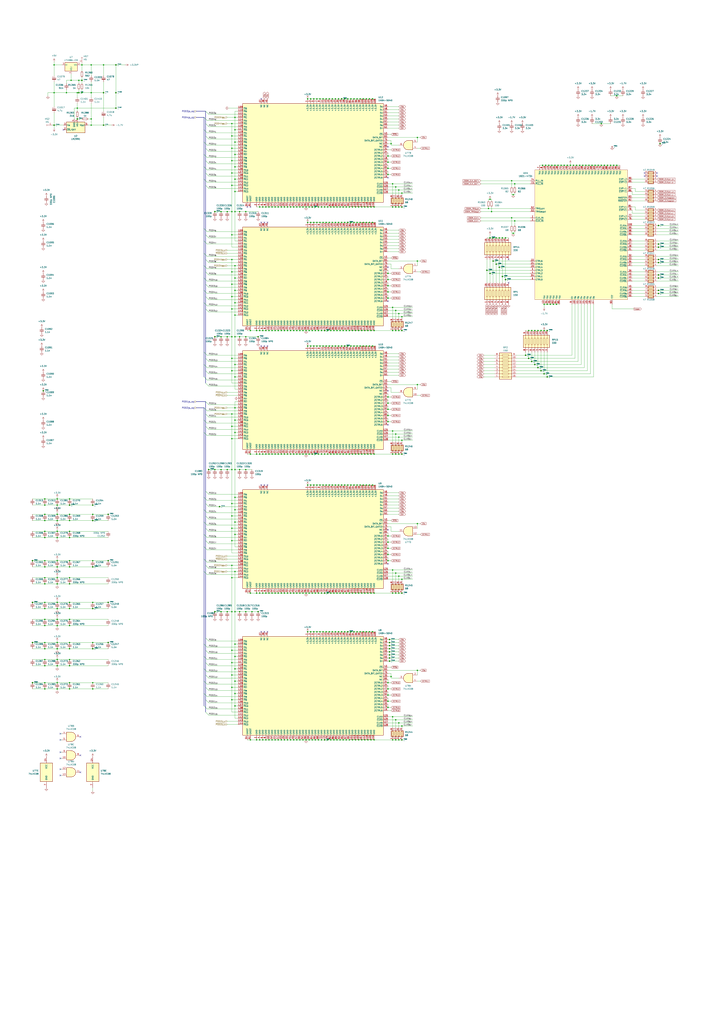
<source format=kicad_sch>
(kicad_sch (version 20231120) (generator "eeschema") (generator_version "8.0")
  (paper "A1" portrait)
  (junction (at 213.36 608.33))
  (junction (at 342.9 551.18))
  (junction (at 57.15 500.38))
  (junction (at 36.83 514.35))
  (junction (at 320.04 543.56))
  (junction (at 76.2 500.38))
  (junction (at 254 487.68))
  (junction (at 300.99 182.88))
  (junction (at 226.06 608.33))
  (junction (at 330.2 608.33))
  (junction (at 476.25 135.89))
  (junction (at 449.58 271.78))
  (junction (at 501.65 135.89))
  (junction (at 36.83 566.42))
  (junction (at 205.74 373.38))
  (junction (at 298.45 519.43))
  (junction (at 57.15 547.37))
  (junction (at 289.56 373.38))
  (junction (at 441.96 302.26))
  (junction (at 243.84 373.38))
  (junction (at 85.09 102.87))
  (junction (at 231.14 170.18))
  (junction (at 330.2 596.9))
  (junction (at 294.64 608.33))
  (junction (at 265.43 81.28))
  (junction (at 318.77 143.51))
  (junction (at 322.58 487.68))
  (junction (at 57.15 410.21))
  (junction (at 181.61 502.92))
  (junction (at 36.83 466.09))
  (junction (at 36.83 533.4))
  (junction (at 294.64 487.68))
  (junction (at 190.5 464.82))
  (junction (at 274.32 170.18))
  (junction (at 307.34 170.18))
  (junction (at 412.75 227.33))
  (junction (at 447.04 307.34))
  (junction (at 281.94 608.33))
  (junction (at 287.02 487.68))
  (junction (at 265.43 519.43))
  (junction (at 320.04 538.48))
  (junction (at 58.42 66.04))
  (junction (at 267.97 182.88))
  (junction (at 252.73 398.78))
  (junction (at 231.14 608.33))
  (junction (at 193.04 345.44))
  (junction (at 322.58 468.63))
  (junction (at 330.2 158.75))
  (junction (at 260.35 284.48))
  (junction (at 246.38 373.38))
  (junction (at 321.31 118.11))
  (junction (at 280.67 398.78))
  (junction (at 190.5 243.84))
  (junction (at 46.99 561.34))
  (junction (at 190.5 213.36))
  (junction (at 57.15 542.29))
  (junction (at 481.33 135.89))
  (junction (at 274.32 608.33))
  (junction (at 295.91 81.28))
  (junction (at 285.75 519.43))
  (junction (at 238.76 271.78))
  (junction (at 190.5 193.04))
  (junction (at 436.88 271.78))
  (junction (at 218.44 487.68))
  (junction (at 284.48 608.33))
  (junction (at 260.35 398.78))
  (junction (at 257.81 398.78))
  (junction (at 63.5 76.2))
  (junction (at 85.09 53.34))
  (junction (at 238.76 487.68))
  (junction (at 403.86 173.99))
  (junction (at 494.03 101.6))
  (junction (at 190.5 152.4))
  (junction (at 410.21 195.58))
  (junction (at 259.08 373.38))
  (junction (at 54.61 76.2))
  (junction (at 186.69 386.08))
  (junction (at 201.93 386.08))
  (junction (at 238.76 170.18))
  (junction (at 280.67 81.28))
  (junction (at 279.4 271.78))
  (junction (at 201.93 276.86))
  (junction (at 220.98 487.68))
  (junction (at 215.9 170.18))
  (junction (at 325.12 356.87))
  (junction (at 181.61 276.86))
  (junction (at 190.5 534.67))
  (junction (at 46.99 566.42))
  (junction (at 275.59 398.78))
  (junction (at 288.29 182.88))
  (junction (at 283.21 81.28))
  (junction (at 205.74 608.33))
  (junction (at 256.54 608.33))
  (junction (at 274.32 271.78))
  (junction (at 193.04 116.84))
  (junction (at 226.06 487.68))
  (junction (at 67.31 76.2))
  (junction (at 262.89 182.88))
  (junction (at 318.77 445.77))
  (junction (at 288.29 284.48))
  (junction (at 422.91 151.13))
  (junction (at 215.9 487.68))
  (junction (at 318.77 133.35))
  (junction (at 302.26 487.68))
  (junction (at 256.54 373.38))
  (junction (at 201.93 173.99))
  (junction (at 304.8 373.38))
  (junction (at 190.5 565.15))
  (junction (at 266.7 373.38))
  (junction (at 193.04 218.44))
  (junction (at 287.02 608.33))
  (junction (at 330.2 271.78))
  (junction (at 327.66 487.68))
  (junction (at 283.21 519.43))
  (junction (at 36.83 547.37))
  (junction (at 318.77 450.85))
  (junction (at 176.53 173.99))
  (junction (at 325.12 487.68))
  (junction (at 273.05 81.28))
  (junction (at 193.04 137.16))
  (junction (at 266.7 608.33))
  (junction (at 278.13 284.48))
  (junction (at 330.2 361.95))
  (junction (at 271.78 271.78))
  (junction (at 270.51 519.43))
  (junction (at 46.99 533.4))
  (junction (at 320.04 530.86))
  (junction (at 330.2 170.18))
  (junction (at 297.18 170.18))
  (junction (at 266.7 487.68))
  (junction (at 213.36 487.68))
  (junction (at 288.29 81.28))
  (junction (at 57.15 514.35))
  (junction (at 264.16 170.18))
  (junction (at 57.15 422.91))
  (junction (at 541.02 241.3))
  (junction (at 436.88 297.18))
  (junction (at 241.3 608.33))
  (junction (at 218.44 608.33))
  (junction (at 287.02 271.78))
  (junction (at 288.29 519.43))
  (junction (at 318.77 240.03))
  (junction (at 44.45 53.34))
  (junction (at 196.85 276.86))
  (junction (at 318.77 341.63))
  (junction (at 256.54 487.68))
  (junction (at 193.04 549.91))
  (junction (at 304.8 170.18))
  (junction (at 295.91 284.48))
  (junction (at 76.2 422.91))
  (junction (at 210.82 373.38))
  (junction (at 307.34 608.33))
  (junction (at 190.5 502.92))
  (junction (at 46.99 436.88))
  (junction (at 260.35 81.28))
  (junction (at 190.5 414.02))
  (junction (at 193.04 570.23))
  (junction (at 322.58 608.33))
  (junction (at 288.29 398.78))
  (junction (at 306.07 519.43))
  (junction (at 325.12 153.67))
  (junction (at 306.07 81.28))
  (junction (at 289.56 487.68))
  (junction (at 44.45 76.2))
  (junction (at 36.83 561.34))
  (junction (at 26.67 528.32))
  (junction (at 463.55 135.89))
  (junction (at 76.2 533.4))
  (junction (at 254 608.33))
  (junction (at 322.58 151.13))
  (junction (at 231.14 271.78))
  (junction (at 304.8 608.33))
  (junction (at 257.81 284.48))
  (junction (at 307.34 487.68))
  (junction (at 431.8 292.1))
  (junction (at 76.2 495.3))
  (junction (at 46.99 480.06))
  (junction (at 269.24 373.38))
  (junction (at 261.62 170.18))
  (junction (at 290.83 519.43))
  (junction (at 36.83 495.3))
  (junction (at 46.99 427.99))
  (junction (at 280.67 284.48))
  (junction (at 410.21 219.71))
  (junction (at 298.45 398.78))
  (junction (at 273.05 182.88))
  (junction (at 434.34 294.64))
  (junction (at 36.83 542.29))
  (junction (at 318.77 326.39))
  (junction (at 257.81 81.28))
  (junction (at 226.06 271.78))
  (junction (at 233.68 271.78))
  (junction (at 276.86 373.38))
  (junction (at 223.52 170.18))
  (junction (at 181.61 386.08))
  (junction (at 318.77 581.66))
  (junction (at 190.5 340.36))
  (junction (at 471.17 135.89))
  (junction (at 325.12 170.18))
  (junction (at 228.6 170.18))
  (junction (at 252.73 182.88))
  (junction (at 299.72 487.68))
  (junction (at 248.92 373.38))
  (junction (at 321.31 556.26))
  (junction (at 193.04 248.92))
  (junction (at 298.45 81.28))
  (junction (at 218.44 373.38))
  (junction (at 290.83 182.88))
  (junction (at 57.15 427.99))
  (junction (at 342.9 316.23))
  (junction (at 330.2 373.38))
  (junction (at 57.15 461.01))
  (junction (at 254 170.18))
  (junction (at 213.36 271.78))
  (junction (at 57.15 466.09))
  (junction (at 88.9 528.32))
  (junction (at 193.04 386.08))
  (junction (at 274.32 487.68))
  (junction (at 193.04 335.28))
  (junction (at 252.73 284.48))
  (junction (at 421.64 160.02))
  (junction (at 271.78 373.38))
  (junction (at 228.6 487.68))
  (junction (at 233.68 170.18))
  (junction (at 36.83 422.91))
  (junction (at 266.7 170.18))
  (junction (at 318.77 138.43))
  (junction (at 494.03 135.89))
  (junction (at 269.24 608.33))
  (junction (at 193.04 173.99))
  (junction (at 299.72 271.78))
  (junction (at 76.2 561.34))
  (junction (at 290.83 284.48))
  (junction (at 226.06 373.38))
  (junction (at 212.09 502.92))
  (junction (at 292.1 271.78))
  (junction (at 36.83 415.29))
  (junction (at 57.15 474.98))
  (junction (at 342.9 113.03))
  (junction (at 281.94 271.78))
  (junction (at 193.04 408.94))
  (junction (at 223.52 271.78))
  (junction (at 63.5 88.9))
  (junction (at 281.94 170.18))
  (junction (at 46.99 542.29))
  (junction (at 444.5 271.78))
  (junction (at 325.12 255.27))
  (junction (at 275.59 182.88))
  (junction (at 542.29 118.11))
  (junction (at 241.3 170.18))
  (junction (at 190.5 132.08))
  (junction (at 215.9 373.38))
  (junction (at 76.2 427.99))
  (junction (at 303.53 519.43))
  (junction (at 220.98 373.38))
  (junction (at 320.04 541.02))
  (junction (at 269.24 271.78))
  (junction (at 300.99 284.48))
  (junction (at 46.99 547.37))
  (junction (at 193.04 127))
  (junction (at 486.41 135.89))
  (junction (at 295.91 182.88))
  (junction (at 322.58 271.78))
  (junction (at 325.12 471.17))
  (junction (at 447.04 250.19))
  (junction (at 46.99 474.98))
  (junction (at 306.07 398.78))
  (junction (at 36.83 474.98))
  (junction (at 207.01 502.92))
  (junction (at 478.79 135.89))
  (junction (at 320.04 535.94))
  (junction (at 422.91 181.61))
  (junction (at 193.04 439.42))
  (junction (at 228.6 373.38))
  (junction (at 303.53 398.78))
  (junction (at 322.58 252.73))
  (junction (at 228.6 608.33))
  (junction (at 441.96 271.78))
  (junction (at 318.77 224.79))
  (junction (at 453.39 135.89))
  (junction (at 322.58 589.28))
  (junction (at 295.91 398.78))
  (junction (at 270.51 81.28))
  (junction (at 251.46 487.68))
  (junction (at 300.99 519.43))
  (junction (at 445.77 135.89))
  (junction (at 401.32 171.45))
  (junction (at 283.21 398.78))
  (junction (at 251.46 271.78))
  (junction (at 300.99 398.78))
  (junction (at 273.05 398.78))
  (junction (at 262.89 284.48))
  (junction (at 278.13 81.28))
  (junction (at 541.02 213.36))
  (junction (at 402.59 163.83))
  (junction (at 289.56 608.33))
  (junction (at 330.2 260.35))
  (junction (at 95.25 76.2))
  (junction (at 302.26 271.78))
  (junction (at 297.18 608.33))
  (junction (at 261.62 271.78))
  (junction (at 190.5 233.68))
  (junction (at 57.15 495.3))
  (junction (at 243.84 608.33))
  (junction (at 306.07 182.88))
  (junction (at 271.78 487.68))
  (junction (at 270.51 398.78))
  (junction (at 248.92 608.33))
  (junction (at 236.22 487.68))
  (junction (at 248.92 487.68))
  (junction (at 294.64 170.18))
  (junction (at 67.31 66.04))
  (junction (at 257.81 519.43))
  (junction (at 76.2 566.42))
  (junction (at 267.97 284.48))
  (junction (at 193.04 259.08))
  (junction (at 260.35 519.43))
  (junction (at 180.34 416.56))
  (junction (at 243.84 487.68))
  (junction (at 190.5 350.52))
  (junction (at 297.18 271.78))
  (junction (at 254 271.78))
  (junction (at 267.97 519.43))
  (junction (at 255.27 398.78))
  (junction (at 271.78 608.33))
  (junction (at 26.67 561.34))
  (junction (at 327.66 373.38))
  (junction (at 276.86 608.33))
  (junction (at 541.02 238.76))
  (junction (at 452.12 250.19))
  (junction (at 236.22 373.38))
  (junction (at 186.69 173.99))
  (junction (at 307.34 373.38))
  (junction (at 285.75 182.88))
  (junction (at 402.59 195.58))
  (junction (at 261.62 487.68))
  (junction (at 74.93 53.34))
  (junction (at 318.77 234.95))
  (junction (at 246.38 608.33))
  (junction (at 218.44 170.18))
  (junction (at 85.09 76.2))
  (junction (at 284.48 170.18))
  (junction (at 318.77 561.34))
  (junction (at 233.68 487.68))
  (junction (at 193.04 560.07))
  (junction (at 300.99 81.28))
  (junction (at 236.22 271.78))
  (junction (at 74.93 102.87))
  (junction (at 46.99 410.21))
  (junction (at 318.77 128.27))
  (junction (at 265.43 182.88))
  (junction (at 243.84 170.18))
  (junction (at 26.67 495.3))
  (junction (at 285.75 81.28))
  (junction (at 64.77 76.2))
  (junction (at 190.5 304.8))
  (junction (at 248.92 170.18))
  (junction (at 468.63 135.89))
  (junction (at 193.04 228.6))
  (junction (at 193.04 469.9))
  (junction (at 270.51 284.48))
  (junction (at 223.52 608.33))
  (junction (at 283.21 182.88))
  (junction (at 276.86 271.78))
  (junction (at 248.92 271.78))
  (junction (at 449.58 250.19))
  (junction (at 205.74 271.78))
  (junction (at 278.13 398.78))
  (junction (at 241.3 271.78))
  (junction (at 246.38 170.18))
  (junction (at 46.99 441.96))
  (junction (at 190.5 434.34))
  (junction (at 251.46 373.38))
  (junction (at 294.64 271.78))
  (junction (at 190.5 111.76))
  (junction (at 304.8 487.68))
  (junction (at 279.4 170.18))
  (junction (at 330.2 487.68))
  (junction (at 57.15 480.06))
  (junction (at 264.16 373.38))
  (junction (at 67.31 53.34))
  (junction (at 457.2 250.19))
  (junction (at 439.42 271.78))
  (junction (at 193.04 299.72))
  (junction (at 36.83 528.32))
  (junction (at 284.48 271.78))
  (junction (at 215.9 608.33))
  (junction (at 255.27 81.28))
  (junction (at 327.66 594.36))
  (junction (at 261.62 373.38))
  (junction (at 223.52 487.68))
  (junction (at 284.48 487.68))
  (junction (at 318.77 229.87))
  (junction (at 196.85 502.92))
  (junction (at 259.08 170.18))
  (junction (at 448.31 135.89))
  (junction (at 259.08 271.78))
  (junction (at 76.2 461.01))
  (junction (at 190.5 386.08))
  (junction (at 402.59 224.79))
  (junction (at 298.45 284.48))
  (junction (at 318.77 566.42))
  (junction (at 327.66 156.21))
  (junction (at 327.66 170.18))
  (junction (at 293.37 81.28))
  (junction (at 193.04 429.26))
  (junction (at 434.34 271.78))
  (junction (at 274.32 373.38))
  (junction (at 36.83 441.96))
  (junction (at 74.93 76.2))
  (junction (at 320.04 528.32))
  (junction (at 193.04 502.92))
  (junction (at 193.04 580.39))
  (junction (at 293.37 284.48))
  (junction (at 35.56 321.31))
  (junction (at 461.01 135.89))
  (junction (at 190.5 173.99))
  (junction (at 491.49 135.89))
  (junction (at 57.15 509.27))
  (junction (at 196.85 386.08))
  (junction (at 318.77 331.47))
  (junction (at 290.83 81.28))
  (junction (at 318.77 336.55))
  (junction (at 271.78 170.18))
  (junction (at 259.08 608.33))
  (junction (at 293.37 182.88))
  (junction (at 285.75 398.78))
  (junction (at 57.15 566.42))
  (junction (at 231.14 373.38))
  (junction (at 190.5 474.98))
  (junction (at 318.77 440.69))
  (junction (at 318.77 455.93))
  (junction (at 284.48 373.38))
  (junction (at 327.66 359.41))
  (junction (at 193.04 106.68))
  (junction (at 186.69 502.92))
  (junction (at 243.84 271.78))
  (junction (at 210.82 608.33))
  (junction (at 193.04 96.52))
  (junction (at 447.04 271.78))
  (junction (at 74.93 97.79))
  (junction (at 269.24 487.68))
  (junction (at 292.1 373.38))
  (junction (at 264.16 487.68))
  (junction (at 220.98 271.78))
  (junction (at 279.4 608.33))
  (junction (at 264.16 608.33))
  (junction (at 293.37 398.78))
  (junction (at 439.42 299.72))
  (junction (at 298.45 182.88))
  (junction (at 318.77 576.58))
  (junction (at 279.4 373.38))
  (junction (at 57.15 528.32))
  (junction (at 190.5 575.31))
  (junction (at 294.64 373.38))
  (junction (at 293.37 519.43))
  (junction (at 212.09 276.86))
  (junction (at 46.99 500.38))
  (junction (at 88.9 422.91))
  (junction (at 281.94 373.38))
  (junction (at 46.99 415.29))
  (junction (at 36.83 410.21))
  (junction (at 36.83 509.27))
  (junction (at 190.5 223.52))
  (junction (at 327.66 271.78))
  (junction (at 46.99 514.35))
  (junction (at 261.62 608.33))
  (junction (at 541.02 203.2))
  (junction (at 190.5 424.18))
  (junction (at 44.45 102.87))
  (junction (at 325.12 271.78))
  (junction (at 415.29 195.58))
  (junction (at 190.5 121.92))
  (junction (at 303.53 81.28))
  (junction (at 420.37 179.07))
  (junction (at 255.27 182.88))
  (junction (at 269.24 170.18))
  (junction (at 193.04 276.86))
  (junction (at 302.26 608.33))
  (junction (at 210.82 271.78))
  (junction (at 455.93 135.89))
  (junction (at 342.9 430.53))
  (junction (at 252.73 81.28))
  (junction (at 226.06 170.18))
  (junction (at 220.98 608.33))
  (junction (at 257.81 182.88))
  (junction (at 215.9 271.78))
  (junction (at 499.11 135.89))
  (junction (at 506.73 135.89))
  (junction (at 251.46 608.33))
  (junction (at 342.9 214.63))
  (junction (at 415.29 229.87))
  (junction (at 46.99 422.91))
  (junction (at 26.67 461.01))
  (junction (at 193.04 157.48))
  (junction (at 280.67 519.43))
  (junction (at 46.99 528.32))
  (junction (at 473.71 135.89))
  (junction (at 236.22 170.18))
  (junction (at 466.09 135.89))
  (junction (at 303.53 284.48))
  (junction (at 412.75 195.58))
  (junction (at 283.21 284.48))
  (junction (at 190.5 360.68))
  (junction (at 327.66 257.81))
  (junction (at 88.9 461.01))
  (junction (at 228.6 271.78))
  (junction (at 405.13 195.58))
  (junction (at 289.56 271.78))
  (junction (at 190.5 544.83))
  (junction (at 264.16 271.78))
  (junction (at 220.98 170.18))
  (junction (at 454.66 250.19))
  (junction (at 297.18 373.38))
  (junction (at 458.47 135.89))
  (junction (at 303.53 182.88))
  (junction (at 320.04 533.4))
  (junction (at 238.76 373.38))
  (junction (at 541.02 185.42))
  (junction (at 325.12 373.38))
  (junction (at 241.3 373.38))
  (junction (at 176.53 276.86))
  (junction (at 213.36 170.18))
  (junction (at 190.5 142.24))
  (junction (at 287.02 373.38))
  (junction (at 322.58 354.33))
  (junction (at 231.14 487.68))
  (junction (at 267.97 398.78))
  (junction (at 186.69 276.86))
  (junction (at 302.26 373.38))
  (junction (at 193.04 539.75))
  (junction (at 488.95 135.89))
  (junction (at 260.35 182.88))
  (junction (at 289.56 170.18))
  (junction (at 444.5 304.8))
  (junction (at 255.27 284.48))
  (junction (at 190.5 444.5))
  (junction (at 270.51 182.88))
  (junction (at 400.05 222.25))
  (junction (at 36.83 427.99))
  (junction (at 302.26 170.18))
  (junction (at 541.02 226.06))
  (junction (at 210.82 487.68))
  (junction (at 251.46 170.18))
  (junction (at 238.76 608.33))
  (junction (at 276.86 487.68))
  (junction (at 285.75 284.48))
  (junction (at 506.73 78.74))
  (junction (at 236.22 608.33))
  (junction (at 275.59 81.28))
  (junction (at 275.59 284.48))
  (junction (at 76.2 528.32))
  (junction (at 36.83 500.38))
  (junction (at 265.43 398.78))
  (junction (at 246.38 487.68))
  (junction (at 223.52 373.38))
  (junction (at 176.53 502.92))
  (junction (at 46.99 466.09))
  (junction (at 63.5 97.79))
  (junction (at 193.04 309.88))
  (junction (at 57.15 436.88))
  (junction (at 273.05 284.48))
  (junction (at 193.04 419.1))
  (junction (at 246.38 271.78))
  (junction (at 504.19 135.89))
  (junction (at 318.77 461.01))
  (junction (at 259.08 487.68))
  (junction (at 95.25 88.9))
  (junction (at 306.07 284.48))
  (junction (at 405.13 214.63))
  (junction (at 76.2 415.29))
  (junction (at 252.73 519.43))
  (junction (at 64.77 66.04))
  (junction (at 304.8 271.78))
  (junction (at 36.83 436.88))
  (junction (at 256.54 271.78))
  (junction (at 190.5 294.64))
  (junction (at 190.5 276.86))
  (junction (at 273.05 519.43))
  (junction (at 196.85 173.99))
  (junction (at 241.3 487.68))
  (junction (at 407.67 195.58))
  (junction (at 88.9 495.3))
  (junction (at 325.12 608.33))
  (junction (at 450.85 135.89))
  (junction (at 190.5 254))
  (junction (at 483.87 135.89))
  (junction (at 275.59 519.43))
  (junction (at 267.97 81.28))
  (junction (at 279.4 487.68))
  (junction (at 327.66 608.33))
  (junction (at 299.72 608.33))
  (junction (at 292.1 608.33))
  (junction (at 280.67 182.88))
  (junction (at 278.13 519.43))
  (junction (at 193.04 238.76))
  (junction (at 193.04 355.6))
  (junction (at 420.37 148.59))
  (junction (at 181.61 173.99))
  (junction (at 254 373.38))
  (junction (at 190.5 554.99))
  (junction (at 193.04 147.32))
  (junction (at 255.27 519.43))
  (junction (at 541.02 215.9))
  (junction (at 330.2 476.25))
  (junction (at 57.15 441.96))
  (junction (at 295.91 519.43))
  (junction (at 325.12 591.82))
  (junction (at 46.99 495.3))
  (junction (at 290.83 398.78))
  (junction (at 176.53 386.08))
  (junction (at 36.83 461.01))
  (junction (at 205.74 487.68))
  (junction (at 265.43 284.48))
  (junction (at 496.57 135.89))
  (junction (at 278.13 182.88))
  (junction (at 318.77 571.5))
  (junction (at 287.02 170.18))
  (junction (at 46.99 461.01))
  (junction (at 307.34 271.78))
  (junction (at 256.54 170.18))
  (junction (at 201.93 502.92))
  (junction (at 322.58 170.18))
  (junction (at 407.67 217.17))
  (junction (at 193.04 529.59))
  (junction (at 299.72 170.18))
  (junction (at 281.94 487.68))
  (junction (at 318.77 245.11))
  (junction (at 327.66 473.71))
  (junction (at 46.99 509.27))
  (junction (at 322.58 373.38))
  (junction (at 76.2 466.09))
  (junction (at 190.5 101.6))
  (junction (at 320.04 525.78))
  (junction (at 57.15 561.34))
  (junction (at 276.86 170.18))
  (junction (at 171.45 386.08))
  (junction (at 541.02 228.6))
  (junction (at 292.1 487.68))
  (junction (at 262.89 519.43))
  (junction (at 57.15 533.4))
  (junction (at 421.64 191.77))
  (junction (at 57.15 415.29))
  (junction (at 233.68 373.38))
  (junction (at 262.89 398.78))
  (junction (at 292.1 170.18))
  (junction (at 318.77 346.71))
  (junction (at 218.44 271.78))
  (junction (at 36.83 480.06))
  (junction (at 449.58 309.88))
  (junction (at 299.72 373.38))
  (junction (at 95.25 53.34))
  (junction (at 266.7 271.78))
  (junction (at 262.89 81.28))
  (junction (at 541.02 200.66))
  (junction (at 233.68 608.33))
  (junction (at 213.36 373.38))
  (junction (at 297.18 487.68))
  (no_connect (at 417.83 213.36))
  (no_connect (at 66.04 635))
  (no_connect (at 417.83 232.41))
  (no_connect (at 205.74 170.18))
  (no_connect (at 219.71 398.78))
  (no_connect (at 214.63 182.88))
  (no_connect (at 529.59 144.78))
  (no_connect (at 49.53 618.49))
  (no_connect (at 318.77 321.31))
  (no_connect (at 49.53 632.46))
  (no_connect (at 318.77 120.65))
  (no_connect (at 214.63 284.48))
  (no_connect (at 219.71 284.48))
  (no_connect (at 318.77 435.61))
  (no_connect (at 217.17 519.43))
  (no_connect (at 318.77 463.55))
  (no_connect (at 529.59 142.24))
  (no_connect (at 214.63 81.28))
  (no_connect (at 49.53 623.57))
  (no_connect (at 49.53 603.25))
  (no_connect (at 49.53 637.54))
  (no_connect (at 318.77 219.71))
  (no_connect (at 318.77 247.65))
  (no_connect (at 66.04 605.79))
  (no_connect (at 203.2 170.18))
  (no_connect (at 66.04 621.03))
  (no_connect (at 219.71 182.88))
  (no_connect (at 219.71 519.43))
  (no_connect (at 318.77 349.25))
  (no_connect (at 217.17 398.78))
  (no_connect (at 49.53 608.33))
  (no_connect (at 214.63 519.43))
  (no_connect (at 539.75 144.78))
  (no_connect (at 52.07 106.68))
  (no_connect (at 318.77 146.05))
  (no_connect (at 217.17 284.48))
  (no_connect (at 214.63 398.78))
  (no_connect (at 217.17 182.88))
  (no_connect (at 539.75 142.24))
  (bus_entry (at 168.91 330.2) (size 2.54 2.54))
  (bus_entry (at 167.64 539.75) (size 2.54 2.54))
  (bus_entry (at 168.91 403.86) (size 2.54 2.54))
  (bus_entry (at 168.91 585.47) (size 2.54 2.54))
  (bus_entry (at 167.64 439.42) (size 2.54 2.54))
  (bus_entry (at 167.64 309.88) (size 2.54 2.54))
  (bus_entry (at 168.91 565.15) (size 2.54 2.54))
  (bus_entry (at 167.64 238.76) (size 2.54 2.54))
  (bus_entry (at 167.64 248.92) (size 2.54 2.54))
  (bus_entry (at 168.91 213.36) (size 2.54 2.54))
  (bus_entry (at 168.91 91.44) (size 2.54 2.54))
  (bus_entry (at 168.91 414.02) (size 2.54 2.54))
  (bus_entry (at 168.91 111.76) (size 2.54 2.54))
  (bus_entry (at 168.91 152.4) (size 2.54 2.54))
  (bus_entry (at 168.91 101.6) (size 2.54 2.54))
  (bus_entry (at 167.64 570.23) (size 2.54 2.54))
  (bus_entry (at 167.64 345.44) (size 2.54 2.54))
  (bus_entry (at 168.91 223.52) (size 2.54 2.54))
  (bus_entry (at 168.91 444.5) (size 2.54 2.54))
  (bus_entry (at 168.91 304.8) (size 2.54 2.54))
  (bus_entry (at 167.64 228.6) (size 2.54 2.54))
  (bus_entry (at 167.64 469.9) (size 2.54 2.54))
  (bus_entry (at 168.91 434.34) (size 2.54 2.54))
  (bus_entry (at 168.91 554.99) (size 2.54 2.54))
  (bus_entry (at 168.91 132.08) (size 2.54 2.54))
  (bus_entry (at 167.64 580.39) (size 2.54 2.54))
  (bus_entry (at 167.64 449.58) (size 2.54 2.54))
  (bus_entry (at 168.91 350.52) (size 2.54 2.54))
  (bus_entry (at 167.64 137.16) (size 2.54 2.54))
  (bus_entry (at 168.91 121.92) (size 2.54 2.54))
  (bus_entry (at 168.91 340.36) (size 2.54 2.54))
  (bus_entry (at 168.91 534.67) (size 2.54 2.54))
  (bus_entry (at 167.64 429.26) (size 2.54 2.54))
  (bus_entry (at 168.91 142.24) (size 2.54 2.54))
  (bus_entry (at 168.91 243.84) (size 2.54 2.54))
  (bus_entry (at 167.64 459.74) (size 2.54 2.54))
  (bus_entry (at 168.91 575.31) (size 2.54 2.54))
  (bus_entry (at 168.91 544.83) (size 2.54 2.54))
  (bus_entry (at 167.64 419.1) (size 2.54 2.54))
  (bus_entry (at 167.64 299.72) (size 2.54 2.54))
  (bus_entry (at 168.91 233.68) (size 2.54 2.54))
  (bus_entry (at 167.64 106.68) (size 2.54 2.54))
  (bus_entry (at 167.64 408.94) (size 2.54 2.54))
  (bus_entry (at 170.18 337.82) (size -2.54 -2.54))
  (bus_entry (at 167.64 208.28) (size 2.54 2.54))
  (bus_entry (at 167.64 549.91) (size 2.54 2.54))
  (bus_entry (at 168.91 424.18) (size 2.54 2.54))
  (bus_entry (at 167.64 198.12) (size 2.54 2.54))
  (bus_entry (at 168.91 464.82) (size 2.54 2.54))
  (bus_entry (at 167.64 187.96) (size 2.54 2.54))
  (bus_entry (at 168.91 193.04) (size 2.54 2.54))
  (bus_entry (at 168.91 254) (size 2.54 2.54))
  (bus_entry (at 167.64 218.44) (size 2.54 2.54))
  (bus_entry (at 168.91 524.51) (size 2.54 2.54))
  (bus_entry (at 167.64 116.84) (size 2.54 2.54))
  (bus_entry (at 168.91 314.96) (size 2.54 2.54))
  (bus_entry (at 168.91 294.64) (size 2.54 2.54))
  (bus_entry (at 167.64 529.59) (size 2.54 2.54))
  (bus_entry (at 167.64 560.07) (size 2.54 2.54))
  (bus_entry (at 167.64 147.32) (size 2.54 2.54))
  (bus_entry (at 167.64 127) (size 2.54 2.54))
  (bus_entry (at 167.64 289.56) (size 2.54 2.54))
  (bus_entry (at 167.64 355.6) (size 2.54 2.54))
  (bus_entry (at 167.64 96.52) (size 2.54 2.54))
  (wire (pts (xy 262.89 398.78) (xy 265.43 398.78)))
  (wire (pts (xy 57.15 561.34) (xy 76.2 561.34)))
  (wire (pts (xy 193.04 116.84) (xy 193.04 127)))
  (bus (pts (xy 161.29 91.44) (xy 168.91 91.44)))
  (wire (pts (xy 278.13 182.88) (xy 280.67 182.88)))
  (wire (pts (xy 67.31 66.04) (xy 64.77 66.04)))
  (wire (pts (xy 327.66 557.53) (xy 321.31 557.53)))
  (wire (pts (xy 46.99 566.42) (xy 46.99 567.69)))
  (wire (pts (xy 321.31 220.98) (xy 321.31 217.17)))
  (wire (pts (xy 424.18 299.72) (xy 439.42 299.72)))
  (wire (pts (xy 193.04 248.92) (xy 195.58 248.92)))
  (wire (pts (xy 228.6 487.68) (xy 231.14 487.68)))
  (wire (pts (xy 46.99 547.37) (xy 57.15 547.37)))
  (wire (pts (xy 170.18 190.5) (xy 195.58 190.5)))
  (wire (pts (xy 218.44 373.38) (xy 220.98 373.38)))
  (wire (pts (xy 266.7 608.33) (xy 269.24 608.33)))
  (wire (pts (xy 318.77 344.17) (xy 318.77 346.71)))
  (wire (pts (xy 463.55 135.89) (xy 466.09 135.89)))
  (wire (pts (xy 201.93 276.86) (xy 212.09 276.86)))
  (wire (pts (xy 529.59 175.26) (xy 519.43 175.26)))
  (wire (pts (xy 345.44 560.07) (xy 342.9 560.07)))
  (wire (pts (xy 424.18 307.34) (xy 447.04 307.34)))
  (wire (pts (xy 318.77 450.85) (xy 321.31 450.85)))
  (wire (pts (xy 193.04 173.99) (xy 193.04 198.12)))
  (wire (pts (xy 193.04 335.28) (xy 193.04 345.44)))
  (wire (pts (xy 170.18 411.48) (xy 195.58 411.48)))
  (wire (pts (xy 327.66 300.99) (xy 318.77 300.99)))
  (wire (pts (xy 193.04 549.91) (xy 195.58 549.91)))
  (wire (pts (xy 469.9 250.19) (xy 469.9 292.1)))
  (wire (pts (xy 494.03 135.89) (xy 496.57 135.89)))
  (wire (pts (xy 289.56 373.38) (xy 292.1 373.38)))
  (wire (pts (xy 193.04 345.44) (xy 195.58 345.44)))
  (wire (pts (xy 46.99 410.21) (xy 57.15 410.21)))
  (wire (pts (xy 54.61 76.2) (xy 63.5 76.2)))
  (wire (pts (xy 254 373.38) (xy 256.54 373.38)))
  (wire (pts (xy 306.07 182.88) (xy 308.61 182.88)))
  (wire (pts (xy 539.75 238.76) (xy 541.02 238.76)))
  (wire (pts (xy 72.39 97.79) (xy 74.93 97.79)))
  (wire (pts (xy 453.39 135.89) (xy 455.93 135.89)))
  (wire (pts (xy 57.15 466.09) (xy 76.2 466.09)))
  (wire (pts (xy 295.91 81.28) (xy 298.45 81.28)))
  (wire (pts (xy 280.67 284.48) (xy 283.21 284.48)))
  (wire (pts (xy 327.66 412.75) (xy 318.77 412.75)))
  (wire (pts (xy 327.66 92.71) (xy 318.77 92.71)))
  (wire (pts (xy 327.66 196.85) (xy 318.77 196.85)))
  (wire (pts (xy 241.3 373.38) (xy 243.84 373.38)))
  (wire (pts (xy 318.77 260.35) (xy 330.2 260.35)))
  (wire (pts (xy 318.77 130.81) (xy 318.77 133.35)))
  (wire (pts (xy 193.04 276.86) (xy 193.04 299.72)))
  (wire (pts (xy 44.45 53.34) (xy 50.8 53.34)))
  (wire (pts (xy 397.51 304.8) (xy 406.4 304.8)))
  (wire (pts (xy 60.96 88.9) (xy 60.96 97.79)))
  (wire (pts (xy 327.66 608.33) (xy 325.12 608.33)))
  (wire (pts (xy 320.04 528.32) (xy 318.77 528.32)))
  (wire (pts (xy 171.45 215.9) (xy 195.58 215.9)))
  (wire (pts (xy 257.81 519.43) (xy 260.35 519.43)))
  (wire (pts (xy 468.63 135.89) (xy 471.17 135.89)))
  (wire (pts (xy 274.32 373.38) (xy 276.86 373.38)))
  (wire (pts (xy 345.44 439.42) (xy 342.9 439.42)))
  (wire (pts (xy 170.18 220.98) (xy 195.58 220.98)))
  (wire (pts (xy 318.77 453.39) (xy 318.77 455.93)))
  (wire (pts (xy 269.24 170.18) (xy 271.78 170.18)))
  (wire (pts (xy 327.66 541.02) (xy 320.04 541.02)))
  (wire (pts (xy 278.13 284.48) (xy 280.67 284.48)))
  (wire (pts (xy 171.45 154.94) (xy 195.58 154.94)))
  (wire (pts (xy 46.99 466.09) (xy 57.15 466.09)))
  (wire (pts (xy 318.77 468.63) (xy 322.58 468.63)))
  (wire (pts (xy 44.45 76.2) (xy 44.45 87.63)))
  (wire (pts (xy 420.37 190.5) (xy 420.37 191.77)))
  (wire (pts (xy 306.07 398.78) (xy 308.61 398.78)))
  (wire (pts (xy 193.04 91.44) (xy 195.58 91.44)))
  (wire (pts (xy 461.01 135.89) (xy 463.55 135.89)))
  (wire (pts (xy 36.83 441.96) (xy 46.99 441.96)))
  (wire (pts (xy 289.56 487.68) (xy 292.1 487.68)))
  (wire (pts (xy 170.18 210.82) (xy 195.58 210.82)))
  (wire (pts (xy 318.77 323.85) (xy 318.77 326.39)))
  (wire (pts (xy 190.5 360.68) (xy 195.58 360.68)))
  (wire (pts (xy 215.9 271.78) (xy 218.44 271.78)))
  (wire (pts (xy 318.77 558.8) (xy 318.77 561.34)))
  (wire (pts (xy 401.32 165.1) (xy 401.32 163.83)))
  (wire (pts (xy 402.59 163.83) (xy 403.86 163.83)))
  (wire (pts (xy 402.59 193.04) (xy 402.59 195.58)))
  (wire (pts (xy 289.56 271.78) (xy 292.1 271.78)))
  (wire (pts (xy 190.5 544.83) (xy 190.5 554.99)))
  (wire (pts (xy 539.75 223.52) (xy 557.53 223.52)))
  (wire (pts (xy 501.65 78.74) (xy 506.73 78.74)))
  (wire (pts (xy 276.86 487.68) (xy 279.4 487.68)))
  (wire (pts (xy 322.58 271.78) (xy 325.12 271.78)))
  (wire (pts (xy 325.12 591.82) (xy 325.12 598.17)))
  (wire (pts (xy 325.12 471.17) (xy 339.09 471.17)))
  (wire (pts (xy 327.66 405.13) (xy 318.77 405.13)))
  (wire (pts (xy 318.77 245.11) (xy 321.31 245.11)))
  (wire (pts (xy 325.12 356.87) (xy 339.09 356.87)))
  (wire (pts (xy 238.76 608.33) (xy 241.3 608.33)))
  (wire (pts (xy 397.51 302.26) (xy 406.4 302.26)))
  (wire (pts (xy 64.77 66.04) (xy 58.42 66.04)))
  (wire (pts (xy 210.82 271.78) (xy 213.36 271.78)))
  (wire (pts (xy 307.34 170.18) (xy 322.58 170.18)))
  (wire (pts (xy 529.59 149.86) (xy 519.43 149.86)))
  (wire (pts (xy 303.53 182.88) (xy 306.07 182.88)))
  (wire (pts (xy 402.59 163.83) (xy 401.32 163.83)))
  (wire (pts (xy 327.66 417.83) (xy 318.77 417.83)))
  (wire (pts (xy 44.45 76.2) (xy 54.61 76.2)))
  (wire (pts (xy 76.2 561.34) (xy 88.9 561.34)))
  (wire (pts (xy 320.04 543.56) (xy 318.77 543.56)))
  (wire (pts (xy 293.37 398.78) (xy 295.91 398.78)))
  (wire (pts (xy 325.12 153.67) (xy 339.09 153.67)))
  (wire (pts (xy 254 271.78) (xy 256.54 271.78)))
  (wire (pts (xy 213.36 487.68) (xy 215.9 487.68)))
  (wire (pts (xy 345.44 430.53) (xy 342.9 430.53)))
  (wire (pts (xy 57.15 415.29) (xy 76.2 415.29)))
  (wire (pts (xy 176.53 276.86) (xy 181.61 276.86)))
  (wire (pts (xy 170.18 292.1) (xy 195.58 292.1)))
  (wire (pts (xy 478.79 135.89) (xy 481.33 135.89)))
  (wire (pts (xy 276.86 170.18) (xy 279.4 170.18)))
  (wire (pts (xy 36.83 547.37) (xy 46.99 547.37)))
  (wire (pts (xy 76.2 427.99) (xy 88.9 427.99)))
  (wire (pts (xy 292.1 170.18) (xy 294.64 170.18)))
  (wire (pts (xy 321.31 553.72) (xy 318.77 553.72)))
  (wire (pts (xy 284.48 487.68) (xy 287.02 487.68)))
  (wire (pts (xy 36.83 427.99) (xy 46.99 427.99)))
  (wire (pts (xy 330.2 476.25) (xy 339.09 476.25)))
  (wire (pts (xy 190.5 121.92) (xy 190.5 132.08)))
  (wire (pts (xy 318.77 566.42) (xy 321.31 566.42)))
  (wire (pts (xy 318.77 596.9) (xy 330.2 596.9)))
  (wire (pts (xy 452.12 250.19) (xy 454.66 250.19)))
  (wire (pts (xy 285.75 81.28) (xy 288.29 81.28)))
  (wire (pts (xy 405.13 195.58) (xy 407.67 195.58)))
  (wire (pts (xy 36.83 561.34) (xy 46.99 561.34)))
  (wire (pts (xy 420.37 160.02) (xy 421.64 160.02)))
  (wire (pts (xy 342.9 214.63) (xy 342.9 218.44)))
  (wire (pts (xy 257.81 284.48) (xy 260.35 284.48)))
  (wire (pts (xy 403.86 173.99) (xy 435.61 173.99)))
  (wire (pts (xy 67.31 73.66) (xy 67.31 76.2)))
  (wire (pts (xy 327.66 373.38) (xy 330.2 373.38)))
  (wire (pts (xy 170.18 431.8) (xy 195.58 431.8)))
  (wire (pts (xy 46.99 509.27) (xy 57.15 509.27)))
  (wire (pts (xy 318.77 222.25) (xy 318.77 224.79)))
  (wire (pts (xy 67.31 63.5) (xy 67.31 66.04)))
  (wire (pts (xy 76.2 466.09) (xy 88.9 466.09)))
  (wire (pts (xy 190.5 340.36) (xy 195.58 340.36)))
  (wire (pts (xy 412.75 232.41) (xy 412.75 227.33)))
  (wire (pts (xy 327.66 105.41) (xy 318.77 105.41)))
  (wire (pts (xy 193.04 147.32) (xy 193.04 157.48)))
  (wire (pts (xy 539.75 215.9) (xy 541.02 215.9)))
  (wire (pts (xy 266.7 271.78) (xy 269.24 271.78)))
  (wire (pts (xy 85.09 96.52) (xy 85.09 102.87)))
  (wire (pts (xy 455.93 135.89) (xy 458.47 135.89)))
  (wire (pts (xy 256.54 170.18) (xy 259.08 170.18)))
  (wire (pts (xy 171.45 557.53) (xy 195.58 557.53)))
  (wire (pts (xy 215.9 608.33) (xy 218.44 608.33)))
  (wire (pts (xy 541.02 203.2) (xy 557.53 203.2)))
  (wire (pts (xy 298.45 284.48) (xy 300.99 284.48)))
  (wire (pts (xy 421.64 160.02) (xy 422.91 160.02)))
  (wire (pts (xy 473.71 135.89) (xy 476.25 135.89)))
  (wire (pts (xy 190.5 544.83) (xy 195.58 544.83)))
  (wire (pts (xy 298.45 519.43) (xy 300.99 519.43)))
  (wire (pts (xy 255.27 398.78) (xy 257.81 398.78)))
  (wire (pts (xy 241.3 487.68) (xy 243.84 487.68)))
  (wire (pts (xy 26.67 542.29) (xy 36.83 542.29)))
  (wire (pts (xy 270.51 284.48) (xy 273.05 284.48)))
  (wire (pts (xy 46.99 473.71) (xy 46.99 474.98)))
  (wire (pts (xy 171.45 317.5) (xy 195.58 317.5)))
  (wire (pts (xy 405.13 232.41) (xy 405.13 214.63)))
  (wire (pts (xy 63.5 97.79) (xy 67.31 97.79)))
  (wire (pts (xy 46.99 461.01) (xy 57.15 461.01)))
  (wire (pts (xy 327.66 194.31) (xy 318.77 194.31)))
  (wire (pts (xy 293.37 284.48) (xy 295.91 284.48)))
  (wire (pts (xy 190.5 243.84) (xy 195.58 243.84)))
  (wire (pts (xy 327.66 90.17) (xy 318.77 90.17)))
  (wire (pts (xy 521.97 170.18) (xy 521.97 172.72)))
  (wire (pts (xy 170.18 562.61) (xy 195.58 562.61)))
  (wire (pts (xy 320.04 530.86) (xy 318.77 530.86)))
  (wire (pts (xy 327.66 204.47) (xy 318.77 204.47)))
  (bus (pts (xy 167.64 449.58) (xy 167.64 459.74)))
  (wire (pts (xy 26.67 466.09) (xy 36.83 466.09)))
  (wire (pts (xy 330.2 596.9) (xy 330.2 598.17)))
  (wire (pts (xy 26.67 480.06) (xy 36.83 480.06)))
  (wire (pts (xy 299.72 608.33) (xy 302.26 608.33)))
  (wire (pts (xy 290.83 398.78) (xy 293.37 398.78)))
  (wire (pts (xy 193.04 502.92) (xy 193.04 529.59)))
  (wire (pts (xy 327.66 359.41) (xy 327.66 363.22)))
  (bus (pts (xy 168.91 414.02) (xy 168.91 424.18)))
  (wire (pts (xy 342.9 551.18) (xy 345.44 551.18)))
  (wire (pts (xy 279.4 487.68) (xy 281.94 487.68)))
  (wire (pts (xy 170.18 452.12) (xy 195.58 452.12)))
  (wire (pts (xy 248.92 608.33) (xy 251.46 608.33)))
  (wire (pts (xy 302.26 487.68) (xy 304.8 487.68)))
  (wire (pts (xy 190.5 243.84) (xy 190.5 233.68)))
  (wire (pts (xy 251.46 170.18) (xy 254 170.18)))
  (wire (pts (xy 287.02 170.18) (xy 289.56 170.18)))
  (wire (pts (xy 276.86 608.33) (xy 279.4 608.33)))
  (wire (pts (xy 95.25 88.9) (xy 95.25 76.2)))
  (wire (pts (xy 190.5 502.92) (xy 190.5 534.67)))
  (wire (pts (xy 195.58 454.66) (xy 190.5 454.66)))
  (wire (pts (xy 46.99 527.05) (xy 46.99 528.32)))
  (wire (pts (xy 231.14 373.38) (xy 233.68 373.38)))
  (wire (pts (xy 345.44 316.23) (xy 342.9 316.23)))
  (wire (pts (xy 266.7 487.68) (xy 269.24 487.68)))
  (wire (pts (xy 170.18 200.66) (xy 195.58 200.66)))
  (wire (pts (xy 300.99 519.43) (xy 303.53 519.43)))
  (wire (pts (xy 57.15 480.06) (xy 88.9 480.06)))
  (wire (pts (xy 327.66 407.67) (xy 318.77 407.67)))
  (wire (pts (xy 193.04 429.26) (xy 193.04 439.42)))
  (wire (pts (xy 255.27 182.88) (xy 257.81 182.88)))
  (wire (pts (xy 322.58 170.18) (xy 325.12 170.18)))
  (wire (pts (xy 190.5 565.15) (xy 190.5 575.31)))
  (wire (pts (xy 539.75 203.2) (xy 541.02 203.2)))
  (wire (pts (xy 210.82 373.38) (xy 213.36 373.38)))
  (wire (pts (xy 420.37 148.59) (xy 420.37 153.67)))
  (wire (pts (xy 193.04 276.86) (xy 196.85 276.86)))
  (wire (pts (xy 63.5 96.52) (xy 63.5 97.79)))
  (wire (pts (xy 471.17 135.89) (xy 473.71 135.89)))
  (wire (pts (xy 322.58 477.52) (xy 322.58 468.63)))
  (wire (pts (xy 57.15 547.37) (xy 88.9 547.37)))
  (wire (pts (xy 397.51 307.34) (xy 406.4 307.34)))
  (wire (pts (xy 251.46 487.68) (xy 254 487.68)))
  (wire (pts (xy 519.43 223.52) (xy 529.59 223.52)))
  (wire (pts (xy 170.18 119.38) (xy 195.58 119.38)))
  (bus (pts (xy 167.64 289.56) (xy 167.64 299.72)))
  (wire (pts (xy 171.45 246.38) (xy 195.58 246.38)))
  (wire (pts (xy 269.24 271.78) (xy 271.78 271.78)))
  (wire (pts (xy 246.38 271.78) (xy 248.92 271.78)))
  (wire (pts (xy 226.06 608.33) (xy 228.6 608.33)))
  (wire (pts (xy 434.34 289.56) (xy 434.34 294.64)))
  (wire (pts (xy 57.15 474.98) (xy 88.9 474.98)))
  (wire (pts (xy 443.23 135.89) (xy 445.77 135.89)))
  (wire (pts (xy 424.18 302.26) (xy 441.96 302.26)))
  (wire (pts (xy 170.18 231.14) (xy 195.58 231.14)))
  (wire (pts (xy 293.37 81.28) (xy 295.91 81.28)))
  (wire (pts (xy 318.77 113.03) (xy 342.9 113.03)))
  (wire (pts (xy 170.18 542.29) (xy 195.58 542.29)))
  (wire (pts (xy 238.76 373.38) (xy 241.3 373.38)))
  (wire (pts (xy 327.66 119.38) (xy 321.31 119.38)))
  (wire (pts (xy 190.5 203.2) (xy 195.58 203.2)))
  (wire (pts (xy 36.83 495.3) (xy 46.99 495.3)))
  (wire (pts (xy 450.85 135.89) (xy 453.39 135.89)))
  (wire (pts (xy 539.75 193.04) (xy 557.53 193.04)))
  (wire (pts (xy 193.04 157.48) (xy 193.04 173.99)))
  (wire (pts (xy 299.72 373.38) (xy 302.26 373.38)))
  (wire (pts (xy 288.29 398.78) (xy 290.83 398.78)))
  (wire (pts (xy 394.97 179.07) (xy 420.37 179.07)))
  (wire (pts (xy 307.34 487.68) (xy 322.58 487.68)))
  (wire (pts (xy 205.74 373.38) (xy 210.82 373.38)))
  (bus (pts (xy 168.91 304.8) (xy 168.91 314.96)))
  (wire (pts (xy 300.99 284.48) (xy 303.53 284.48)))
  (wire (pts (xy 327.66 271.78) (xy 330.2 271.78)))
  (wire (pts (xy 284.48 608.33) (xy 287.02 608.33)))
  (wire (pts (xy 74.93 97.79) (xy 74.93 102.87)))
  (wire (pts (xy 49.53 623.57) (xy 50.8 623.57)))
  (wire (pts (xy 171.45 342.9) (xy 195.58 342.9)))
  (wire (pts (xy 181.61 502.92) (xy 186.69 502.92)))
  (wire (pts (xy 50.8 637.54) (xy 49.53 637.54)))
  (wire (pts (xy 205.74 487.68) (xy 210.82 487.68)))
  (wire (pts (xy 46.99 480.06) (xy 57.15 480.06)))
  (wire (pts (xy 46.99 547.37) (xy 46.99 548.64)))
  (wire (pts (xy 327.66 322.58) (xy 321.31 322.58)))
  (wire (pts (xy 190.5 213.36) (xy 195.58 213.36)))
  (wire (pts (xy 401.32 170.18) (xy 401.32 171.45)))
  (wire (pts (xy 64.77 76.2) (xy 64.77 73.66)))
  (wire (pts (xy 76.2 528.32) (xy 88.9 528.32)))
  (wire (pts (xy 400.05 232.41) (xy 400.05 222.25)))
  (wire (pts (xy 327.66 207.01) (xy 318.77 207.01)))
  (wire (pts (xy 424.18 297.18) (xy 436.88 297.18)))
  (wire (pts (xy 193.04 198.12) (xy 195.58 198.12)))
  (wire (pts (xy 190.5 304.8) (xy 190.5 294.64)))
  (wire (pts (xy 85.09 67.31) (xy 85.09 76.2)))
  (wire (pts (xy 43.18 102.87) (xy 44.45 102.87)))
  (wire (pts (xy 330.2 596.9) (xy 339.09 596.9)))
  (wire (pts (xy 203.2 608.33) (xy 205.74 608.33)))
  (wire (pts (xy 252.73 284.48) (xy 255.27 284.48)))
  (bus (pts (xy 168.91 91.44) (xy 168.91 101.6)))
  (wire (pts (xy 39.37 76.2) (xy 39.37 78.74)))
  (bus (pts (xy 167.64 549.91) (xy 167.64 560.07)))
  (wire (pts (xy 190.5 254) (xy 190.5 243.84)))
  (wire (pts (xy 539.75 218.44) (xy 557.53 218.44)))
  (bus (pts (xy 167.64 248.92) (xy 167.64 289.56)))
  (wire (pts (xy 228.6 271.78) (xy 231.14 271.78)))
  (wire (pts (xy 186.69 218.44) (xy 193.04 218.44)))
  (wire (pts (xy 394.97 181.61) (xy 422.91 181.61)))
  (wire (pts (xy 190.5 223.52) (xy 195.58 223.52)))
  (wire (pts (xy 318.77 331.47) (xy 321.31 331.47)))
  (wire (pts (xy 318.77 214.63) (xy 342.9 214.63)))
  (bus (pts (xy 168.91 524.51) (xy 168.91 534.67)))
  (bus (pts (xy 167.64 116.84) (xy 167.64 127)))
  (wire (pts (xy 318.77 548.64) (xy 321.31 548.64)))
  (wire (pts (xy 193.04 529.59) (xy 193.04 539.75)))
  (wire (pts (xy 196.85 502.92) (xy 201.93 502.92)))
  (wire (pts (xy 67.31 76.2) (xy 74.93 76.2)))
  (wire (pts (xy 345.44 223.52) (xy 342.9 223.52)))
  (wire (pts (xy 218.44 608.33) (xy 220.98 608.33)))
  (wire (pts (xy 318.77 229.87) (xy 321.31 229.87)))
  (wire (pts (xy 190.5 360.68) (xy 190.5 350.52)))
  (wire (pts (xy 318.77 359.41) (xy 327.66 359.41)))
  (bus (pts (xy 168.91 444.5) (xy 168.91 464.82)))
  (wire (pts (xy 290.83 81.28) (xy 293.37 81.28)))
  (wire (pts (xy 307.34 271.78) (xy 322.58 271.78)))
  (wire (pts (xy 318.77 328.93) (xy 318.77 331.47)))
  (wire (pts (xy 318.77 128.27) (xy 321.31 128.27)))
  (wire (pts (xy 280.67 182.88) (xy 283.21 182.88)))
  (wire (pts (xy 193.04 157.48) (xy 195.58 157.48)))
  (wire (pts (xy 46.99 508) (xy 46.99 509.27)))
  (wire (pts (xy 519.43 218.44) (xy 529.59 218.44)))
  (wire (pts (xy 327.66 87.63) (xy 318.77 87.63)))
  (wire (pts (xy 264.16 170.18) (xy 266.7 170.18)))
  (bus (pts (xy 167.64 429.26) (xy 167.64 439.42)))
  (wire (pts (xy 190.5 474.98) (xy 190.5 502.92)))
  (wire (pts (xy 226.06 170.18) (xy 228.6 170.18)))
  (wire (pts (xy 327.66 97.79) (xy 318.77 97.79)))
  (wire (pts (xy 529.59 160.02) (xy 519.43 160.02)))
  (wire (pts (xy 170.18 421.64) (xy 195.58 421.64)))
  (wire (pts (xy 186.69 173.99) (xy 190.5 173.99)))
  (wire (pts (xy 327.66 473.71) (xy 339.09 473.71)))
  (wire (pts (xy 171.45 436.88) (xy 195.58 436.88)))
  (wire (pts (xy 504.19 135.89) (xy 506.73 135.89)))
  (wire (pts (xy 49.53 632.46) (xy 50.8 632.46)))
  (wire (pts (xy 318.77 574.04) (xy 318.77 576.58)))
  (wire (pts (xy 295.91 284.48) (xy 298.45 284.48)))
  (wire (pts (xy 293.37 519.43) (xy 295.91 519.43)))
  (wire (pts (xy 303.53 284.48) (xy 306.07 284.48)))
  (wire (pts (xy 401.32 171.45) (xy 435.61 171.45)))
  (wire (pts (xy 294.64 608.33) (xy 297.18 608.33)))
  (wire (pts (xy 265.43 519.43) (xy 267.97 519.43)))
  (wire (pts (xy 223.52 170.18) (xy 226.06 170.18)))
  (wire (pts (xy 54.61 73.66) (xy 54.61 76.2)))
  (bus (pts (xy 168.91 142.24) (xy 168.91 152.4)))
  (wire (pts (xy 95.25 53.34) (xy 102.87 53.34)))
  (wire (pts (xy 171.45 93.98) (xy 195.58 93.98)))
  (wire (pts (xy 190.5 294.64) (xy 195.58 294.64)))
  (bus (pts (xy 167.64 218.44) (xy 167.64 228.6)))
  (wire (pts (xy 412.75 195.58) (xy 415.29 195.58)))
  (wire (pts (xy 273.05 398.78) (xy 275.59 398.78)))
  (wire (pts (xy 248.92 487.68) (xy 251.46 487.68)))
  (wire (pts (xy 236.22 487.68) (xy 238.76 487.68)))
  (wire (pts (xy 171.45 386.08) (xy 176.53 386.08)))
  (wire (pts (xy 74.93 102.87) (xy 72.39 102.87)))
  (wire (pts (xy 318.77 242.57) (xy 318.77 245.11)))
  (wire (pts (xy 477.52 250.19) (xy 477.52 299.72)))
  (wire (pts (xy 325.12 608.33) (xy 322.58 608.33)))
  (wire (pts (xy 193.04 429.26) (xy 195.58 429.26)))
  (wire (pts (xy 302.26 608.33) (xy 304.8 608.33)))
  (wire (pts (xy 190.5 534.67) (xy 190.5 544.83)))
  (wire (pts (xy 400.05 195.58) (xy 402.59 195.58)))
  (wire (pts (xy 186.69 205.74) (xy 195.58 205.74)))
  (wire (pts (xy 519.43 177.8) (xy 529.59 177.8)))
  (wire (pts (xy 273.05 519.43) (xy 275.59 519.43)))
  (wire (pts (xy 482.6 250.19) (xy 482.6 304.8)))
  (wire (pts (xy 256.54 373.38) (xy 259.08 373.38)))
  (wire (pts (xy 278.13 398.78) (xy 280.67 398.78)))
  (wire (pts (xy 190.5 121.92) (xy 195.58 121.92)))
  (wire (pts (xy 441.96 289.56) (xy 441.96 302.26)))
  (wire (pts (xy 318.77 326.39) (xy 321.31 326.39)))
  (wire (pts (xy 318.77 339.09) (xy 318.77 341.63)))
  (wire (pts (xy 424.18 309.88) (xy 449.58 309.88)))
  (wire (pts (xy 290.83 284.48) (xy 293.37 284.48)))
  (wire (pts (xy 320.04 535.94) (xy 318.77 535.94)))
  (wire (pts (xy 196.85 173.99) (xy 201.93 173.99)))
  (bus (pts (xy 167.64 335.28) (xy 167.64 345.44)))
  (wire (pts (xy 256.54 608.33) (xy 259.08 608.33)))
  (wire (pts (xy 327.66 102.87) (xy 318.77 102.87)))
  (wire (pts (xy 233.68 487.68) (xy 236.22 487.68)))
  (wire (pts (xy 190.5 111.76) (xy 190.5 121.92)))
  (wire (pts (xy 306.07 519.43) (xy 308.61 519.43)))
  (wire (pts (xy 46.99 441.96) (xy 57.15 441.96)))
  (wire (pts (xy 26.67 561.34) (xy 36.83 561.34)))
  (wire (pts (xy 26.67 415.29) (xy 36.83 415.29)))
  (wire (pts (xy 248.92 170.18) (xy 251.46 170.18)))
  (wire (pts (xy 171.45 426.72) (xy 195.58 426.72)))
  (wire (pts (xy 321.31 318.77) (xy 318.77 318.77)))
  (wire (pts (xy 318.77 336.55) (xy 321.31 336.55)))
  (wire (pts (xy 298.45 182.88) (xy 300.99 182.88)))
  (wire (pts (xy 26.67 441.96) (xy 36.83 441.96)))
  (bus (pts (xy 168.91 424.18) (xy 168.91 434.34)))
  (wire (pts (xy 519.43 162.56) (xy 529.59 162.56)))
  (wire (pts (xy 271.78 608.33) (xy 274.32 608.33)))
  (wire (pts (xy 318.77 594.36) (xy 327.66 594.36)))
  (wire (pts (xy 259.08 608.33) (xy 261.62 608.33)))
  (wire (pts (xy 36.83 436.88) (xy 46.99 436.88)))
  (wire (pts (xy 327.66 308.61) (xy 318.77 308.61)))
  (wire (pts (xy 519.43 226.06) (xy 529.59 226.06)))
  (wire (pts (xy 519.43 205.74) (xy 529.59 205.74)))
  (wire (pts (xy 421.64 191.77) (xy 422.91 191.77)))
  (wire (pts (xy 223.52 608.33) (xy 226.06 608.33)))
  (wire (pts (xy 321.31 433.07) (xy 318.77 433.07)))
  (wire (pts (xy 190.5 142.24) (xy 190.5 152.4)))
  (wire (pts (xy 176.53 502.92) (xy 181.61 502.92)))
  (wire (pts (xy 303.53 398.78) (xy 306.07 398.78)))
  (wire (pts (xy 180.34 416.56) (xy 195.58 416.56)))
  (wire (pts (xy 431.8 292.1) (xy 469.9 292.1)))
  (wire (pts (xy 322.58 589.28) (xy 339.09 589.28)))
  (wire (pts (xy 434.34 294.64) (xy 472.44 294.64)))
  (wire (pts (xy 410.21 232.41) (xy 410.21 219.71)))
  (wire (pts (xy 403.86 165.1) (xy 403.86 163.83)))
  (wire (pts (xy 302.26 373.38) (xy 304.8 373.38)))
  (wire (pts (xy 26.67 436.88) (xy 36.83 436.88)))
  (wire (pts (xy 193.04 580.39) (xy 195.58 580.39)))
  (wire (pts (xy 330.2 361.95) (xy 330.2 363.22)))
  (wire (pts (xy 241.3 271.78) (xy 243.84 271.78)))
  (wire (pts (xy 186.69 335.28) (xy 193.04 335.28)))
  (wire (pts (xy 171.45 236.22) (xy 195.58 236.22)))
  (wire (pts (xy 290.83 182.88) (xy 293.37 182.88)))
  (wire (pts (xy 397.51 297.18) (xy 406.4 297.18)))
  (wire (pts (xy 193.04 355.6) (xy 195.58 355.6)))
  (wire (pts (xy 193.04 309.88) (xy 193.04 320.04)))
  (wire (pts (xy 26.67 514.35) (xy 36.83 514.35)))
  (bus (pts (xy 167.64 469.9) (xy 167.64 529.59)))
  (wire (pts (xy 220.98 608.33) (xy 223.52 608.33)))
  (wire (pts (xy 193.04 173.99) (xy 196.85 173.99)))
  (wire (pts (xy 186.69 96.52) (xy 193.04 96.52)))
  (wire (pts (xy 190.5 554.99) (xy 190.5 565.15)))
  (wire (pts (xy 46.99 500.38) (xy 57.15 500.38)))
  (wire (pts (xy 261.62 271.78) (xy 264.16 271.78)))
  (wire (pts (xy 171.45 297.18) (xy 195.58 297.18)))
  (wire (pts (xy 274.32 608.33) (xy 276.86 608.33)))
  (wire (pts (xy 44.45 62.23) (xy 44.45 53.34)))
  (wire (pts (xy 519.43 236.22) (xy 529.59 236.22)))
  (wire (pts (xy 186.69 464.82) (xy 190.5 464.82)))
  (wire (pts (xy 447.04 250.19) (xy 447.04 252.73)))
  (wire (pts (xy 541.02 215.9) (xy 557.53 215.9)))
  (wire (pts (xy 318.77 316.23) (xy 342.9 316.23)))
  (bus (pts (xy 167.64 529.59) (xy 167.64 539.75)))
  (wire (pts (xy 223.52 373.38) (xy 226.06 373.38)))
  (wire (pts (xy 171.45 144.78) (xy 195.58 144.78)))
  (wire (pts (xy 257.81 182.88) (xy 260.35 182.88)))
  (wire (pts (xy 444.5 289.56) (xy 444.5 304.8)))
  (wire (pts (xy 190.5 464.82) (xy 195.58 464.82)))
  (wire (pts (xy 57.15 566.42) (xy 76.2 566.42)))
  (wire (pts (xy 267.97 81.28) (xy 270.51 81.28)))
  (wire (pts (xy 190.5 152.4) (xy 195.58 152.4)))
  (wire (pts (xy 288.29 182.88) (xy 290.83 182.88)))
  (wire (pts (xy 300.99 398.78) (xy 303.53 398.78)))
  (wire (pts (xy 285.75 519.43) (xy 288.29 519.43)))
  (wire (pts (xy 193.04 419.1) (xy 193.04 429.26)))
  (wire (pts (xy 170.18 241.3) (xy 195.58 241.3)))
  (wire (pts (xy 26.67 410.21) (xy 36.83 410.21)))
  (wire (pts (xy 218.44 271.78) (xy 220.98 271.78)))
  (wire (pts (xy 412.75 227.33) (xy 435.61 227.33)))
  (wire (pts (xy 293.37 182.88) (xy 295.91 182.88)))
  (wire (pts (xy 501.65 135.89) (xy 504.19 135.89)))
  (wire (pts (xy 318.77 151.13) (xy 322.58 151.13)))
  (wire (pts (xy 252.73 519.43) (xy 255.27 519.43)))
  (wire (pts (xy 541.02 185.42) (xy 557.53 185.42)))
  (wire (pts (xy 271.78 271.78) (xy 274.32 271.78)))
  (wire (pts (xy 318.77 568.96) (xy 318.77 571.5)))
  (wire (pts (xy 327.66 530.86) (xy 320.04 530.86)))
  (wire (pts (xy 327.66 487.68) (xy 330.2 487.68)))
  (wire (pts (xy 300.99 182.88) (xy 303.53 182.88)))
  (wire (pts (xy 193.04 355.6) (xy 193.04 386.08)))
  (wire (pts (xy 318.77 143.51) (xy 321.31 143.51)))
  (wire (pts (xy 236.22 170.18) (xy 238.76 170.18)))
  (wire (pts (xy 193.04 299.72) (xy 193.04 309.88)))
  (wire (pts (xy 252.73 81.28) (xy 255.27 81.28)))
  (wire (pts (xy 256.54 271.78) (xy 259.08 271.78)))
  (wire (pts (xy 327.66 156.21) (xy 339.09 156.21)))
  (wire (pts (xy 519.43 147.32) (xy 529.59 147.32)))
  (wire (pts (xy 46.99 422.91) (xy 57.15 422.91)))
  (wire (pts (xy 539.75 185.42) (xy 541.02 185.42)))
  (wire (pts (xy 285.75 398.78) (xy 288.29 398.78)))
  (wire (pts (xy 322.58 487.68) (xy 325.12 487.68)))
  (wire (pts (xy 506.73 78.74) (xy 511.81 78.74)))
  (wire (pts (xy 76.2 461.01) (xy 88.9 461.01)))
  (wire (pts (xy 190.5 464.82) (xy 190.5 474.98)))
  (wire (pts (xy 407.67 195.58) (xy 410.21 195.58)))
  (wire (pts (xy 260.35 284.48) (xy 262.89 284.48)))
  (wire (pts (xy 270.51 182.88) (xy 273.05 182.88)))
  (wire (pts (xy 36.83 480.06) (xy 46.99 480.06)))
  (wire (pts (xy 186.69 593.09) (xy 195.58 593.09)))
  (wire (pts (xy 171.45 416.56) (xy 180.34 416.56)))
  (wire (pts (xy 487.68 250.19) (xy 487.68 309.88)))
  (wire (pts (xy 171.45 467.36) (xy 195.58 467.36)))
  (wire (pts (xy 327.66 535.94) (xy 320.04 535.94)))
  (wire (pts (xy 46.99 415.29) (xy 57.15 415.29)))
  (wire (pts (xy 190.5 414.02) (xy 190.5 386.08)))
  (wire (pts (xy 26.67 474.98) (xy 36.83 474.98)))
  (wire (pts (xy 342.9 113.03) (xy 342.9 116.84)))
  (wire (pts (xy 279.4 271.78) (xy 281.94 271.78)))
  (bus (pts (xy 168.91 101.6) (xy 168.91 111.76)))
  (wire (pts (xy 44.45 76.2) (xy 44.45 67.31)))
  (wire (pts (xy 327.66 201.93) (xy 318.77 201.93)))
  (wire (pts (xy 190.5 254) (xy 190.5 276.86)))
  (wire (pts (xy 318.77 430.53) (xy 342.9 430.53)))
  (wire (pts (xy 519.43 187.96) (xy 529.59 187.96)))
  (wire (pts (xy 190.5 434.34) (xy 195.58 434.34)))
  (wire (pts (xy 85.09 62.23) (xy 85.09 53.34)))
  (wire (pts (xy 57.15 436.88) (xy 88.9 436.88)))
  (wire (pts (xy 186.69 502.92) (xy 190.5 502.92)))
  (wire (pts (xy 279.4 608.33) (xy 281.94 608.33)))
  (wire (pts (xy 190.5 132.08) (xy 195.58 132.08)))
  (wire (pts (xy 295.91 182.88) (xy 298.45 182.88)))
  (bus (pts (xy 168.91 575.31) (xy 168.91 585.47)))
  (wire (pts (xy 539.75 187.96) (xy 557.53 187.96)))
  (wire (pts (xy 190.5 350.52) (xy 195.58 350.52)))
  (wire (pts (xy 238.76 487.68) (xy 241.3 487.68)))
  (wire (pts (xy 170.18 251.46) (xy 195.58 251.46)))
  (wire (pts (xy 325.12 170.18) (xy 327.66 170.18)))
  (wire (pts (xy 236.22 373.38) (xy 238.76 373.38)))
  (wire (pts (xy 410.21 195.58) (xy 412.75 195.58)))
  (wire (pts (xy 171.45 195.58) (xy 195.58 195.58)))
  (wire (pts (xy 193.04 96.52) (xy 193.04 106.68)))
  (wire (pts (xy 407.67 217.17) (xy 435.61 217.17)))
  (wire (pts (xy 270.51 398.78) (xy 273.05 398.78)))
  (wire (pts (xy 26.67 509.27) (xy 36.83 509.27)))
  (wire (pts (xy 85.09 53.34) (xy 95.25 53.34)))
  (wire (pts (xy 327.66 220.98) (xy 321.31 220.98)))
  (wire (pts (xy 190.5 474.98) (xy 195.58 474.98)))
  (wire (pts (xy 330.2 476.25) (xy 330.2 477.52)))
  (wire (pts (xy 46.99 566.42) (xy 57.15 566.42)))
  (wire (pts (xy 321.31 118.11) (xy 321.31 115.57)))
  (wire (pts (xy 279.4 170.18) (xy 281.94 170.18)))
  (wire (pts (xy 325.12 471.17) (xy 325.12 477.52)))
  (wire (pts (xy 397.51 309.88) (xy 406.4 309.88)))
  (wire (pts (xy 171.45 527.05) (xy 195.58 527.05)))
  (wire (pts (xy 233.68 170.18) (xy 236.22 170.18)))
  (wire (pts (xy 76.2 422.91) (xy 88.9 422.91)))
  (wire (pts (xy 26.67 528.32) (xy 36.83 528.32)))
  (wire (pts (xy 271.78 487.68) (xy 274.32 487.68)))
  (wire (pts (xy 318.77 153.67) (xy 325.12 153.67)))
  (wire (pts (xy 186.69 173.99) (xy 181.61 173.99)))
  (wire (pts (xy 63.5 88.9) (xy 63.5 91.44)))
  (wire (pts (xy 519.43 193.04) (xy 529.59 193.04)))
  (wire (pts (xy 193.04 330.2) (xy 193.04 335.28)))
  (wire (pts (xy 281.94 373.38) (xy 284.48 373.38)))
  (wire (pts (xy 190.5 294.64) (xy 190.5 276.86)))
  (wire (pts (xy 190.5 132.08) (xy 190.5 142.24)))
  (wire (pts (xy 251.46 608.33) (xy 254 608.33)))
  (wire (pts (xy 468.63 134.62) (xy 468.63 135.89)))
  (wire (pts (xy 193.04 539.75) (xy 195.58 539.75)))
  (wire (pts (xy 257.81 398.78) (xy 260.35 398.78)))
  (wire (pts (xy 318.77 361.95) (xy 330.2 361.95)))
  (wire (pts (xy 85.09 76.2) (xy 85.09 91.44)))
  (wire (pts (xy 193.04 91.44) (xy 193.04 96.52)))
  (wire (pts (xy 327.66 543.56) (xy 320.04 543.56)))
  (wire (pts (xy 265.43 284.48) (xy 267.97 284.48)))
  (wire (pts (xy 67.31 53.34) (xy 74.93 53.34)))
  (wire (pts (xy 410.21 219.71) (xy 435.61 219.71)))
  (wire (pts (xy 318.77 579.12) (xy 318.77 581.66)))
  (wire (pts (xy 289.56 170.18) (xy 292.1 170.18)))
  (wire (pts (xy 254 487.68) (xy 256.54 487.68)))
  (bus (pts (xy 168.91 403.86) (xy 168.91 414.02)))
  (wire (pts (xy 297.18 487.68) (xy 299.72 487.68)))
  (wire (pts (xy 519.43 243.84) (xy 529.59 243.84)))
  (wire (pts (xy 58.42 60.96) (xy 58.42 66.04)))
  (wire (pts (xy 420.37 191.77) (xy 421.64 191.77)))
  (wire (pts (xy 521.97 154.94) (xy 521.97 157.48)))
  (bus (pts (xy 167.64 228.6) (xy 167.64 238.76)))
  (wire (pts (xy 275.59 284.48) (xy 278.13 284.48)))
  (wire (pts (xy 246.38 170.18) (xy 248.92 170.18)))
  (wire (pts (xy 318.77 234.95) (xy 321.31 234.95)))
  (wire (pts (xy 539.75 228.6) (xy 541.02 228.6)))
  (wire (pts (xy 220.98 487.68) (xy 223.52 487.68)))
  (wire (pts (xy 415.29 232.41) (xy 415.29 229.87)))
  (wire (pts (xy 190.5 213.36) (xy 186.69 213.36)))
  (wire (pts (xy 170.18 572.77) (xy 195.58 572.77)))
  (wire (pts (xy 397.51 299.72) (xy 406.4 299.72)))
  (wire (pts (xy 318.77 140.97) (xy 318.77 143.51)))
  (wire (pts (xy 220.98 170.18) (xy 223.52 170.18)))
  (wire (pts (xy 447.04 289.56) (xy 447.04 307.34)))
  (wire (pts (xy 201.93 173.99) (xy 212.09 173.99)))
  (wire (pts (xy 539.75 210.82) (xy 557.53 210.82)))
  (wire (pts (xy 228.6 373.38) (xy 231.14 373.38)))
  (wire (pts (xy 251.46 373.38) (xy 254 373.38)))
  (wire (pts (xy 318.77 346.71) (xy 321.31 346.71)))
  (wire (pts (xy 327.66 473.71) (xy 327.66 477.52)))
  (wire (pts (xy 193.04 439.42) (xy 195.58 439.42)))
  (wire (pts (xy 46.99 459.74) (xy 46.99 461.01)))
  (wire (pts (xy 318.77 571.5) (xy 321.31 571.5)))
  (wire (pts (xy 66.04 53.34) (xy 67.31 53.34)))
  (wire (pts (xy 236.22 271.78) (xy 238.76 271.78)))
  (wire (pts (xy 297.18 170.18) (xy 299.72 170.18)))
  (wire (pts (xy 193.04 469.9) (xy 195.58 469.9)))
  (wire (pts (xy 519.43 160.02) (xy 519.43 157.48)))
  (wire (pts (xy 193.04 539.75) (xy 193.04 549.91)))
  (wire (pts (xy 447.04 307.34) (xy 485.14 307.34)))
  (wire (pts (xy 186.69 208.28) (xy 195.58 208.28)))
  (wire (pts (xy 190.5 101.6) (xy 190.5 111.76)))
  (wire (pts (xy 318.77 589.28) (xy 322.58 589.28)))
  (wire (pts (xy 287.02 271.78) (xy 289.56 271.78)))
  (wire (pts (xy 195.58 330.2) (xy 193.04 330.2)))
  (wire (pts (xy 63.5 85.09) (xy 63.5 88.9)))
  (wire (pts (xy 284.48 271.78) (xy 287.02 271.78)))
  (wire (pts (xy 302.26 170.18) (xy 304.8 170.18)))
  (wire (pts (xy 327.66 257.81) (xy 339.09 257.81)))
  (wire (pts (xy 454.66 250.19) (xy 457.2 250.19)))
  (wire (pts (xy 223.52 271.78) (xy 226.06 271.78)))
  (wire (pts (xy 264.16 271.78) (xy 266.7 271.78)))
  (wire (pts (xy 275.59 81.28) (xy 278.13 81.28)))
  (wire (pts (xy 407.67 217.17) (xy 407.67 213.36)))
  (wire (pts (xy 76.2 500.38) (xy 88.9 500.38)))
  (wire (pts (xy 190.5 424.18) (xy 195.58 424.18)))
  (wire (pts (xy 243.84 487.68) (xy 246.38 487.68)))
  (wire (pts (xy 269.24 608.33) (xy 271.78 608.33)))
  (wire (pts (xy 241.3 608.33) (xy 243.84 608.33)))
  (wire (pts (xy 281.94 170.18) (xy 284.48 170.18)))
  (bus (pts (xy 167.64 106.68) (xy 167.64 116.84)))
  (wire (pts (xy 261.62 373.38) (xy 264.16 373.38)))
  (wire (pts (xy 449.58 271.78) (xy 447.04 271.78)))
  (wire (pts (xy 327.66 189.23) (xy 318.77 189.23)))
  (wire (pts (xy 486.41 101.6) (xy 494.03 101.6)))
  (wire (pts (xy 190.5 101.6) (xy 195.58 101.6)))
  (wire (pts (xy 327.66 170.18) (xy 330.2 170.18)))
  (wire (pts (xy 288.29 284.48) (xy 290.83 284.48)))
  (wire (pts (xy 403.86 173.99) (xy 394.97 173.99)))
  (wire (pts (xy 320.04 541.02) (xy 318.77 541.02)))
  (wire (pts (xy 190.5 340.36) (xy 190.5 350.52)))
  (wire (pts (xy 186.69 322.58) (xy 195.58 322.58)))
  (wire (pts (xy 193.04 502.92) (xy 196.85 502.92)))
  (wire (pts (xy 325.12 591.82) (xy 339.09 591.82)))
  (wire (pts (xy 193.04 408.94) (xy 195.58 408.94)))
  (wire (pts (xy 273.05 81.28) (xy 275.59 81.28)))
  (wire (pts (xy 262.89 519.43) (xy 265.43 519.43)))
  (bus (pts (xy 168.91 193.04) (xy 168.91 213.36)))
  (wire (pts (xy 193.04 386.08) (xy 193.04 408.94)))
  (wire (pts (xy 318.77 232.41) (xy 318.77 234.95)))
  (wire (pts (xy 420.37 158.75) (xy 420.37 160.02)))
  (bus (pts (xy 167.64 345.44) (xy 167.64 355.6)))
  (wire (pts (xy 218.44 170.18) (xy 220.98 170.18)))
  (wire (pts (xy 318.77 125.73) (xy 318.77 128.27)))
  (wire (pts (xy 269.24 373.38) (xy 271.78 373.38)))
  (wire (pts (xy 74.93 53.34) (xy 74.93 62.23)))
  (wire (pts (xy 276.86 373.38) (xy 279.4 373.38)))
  (wire (pts (xy 46.99 494.03) (xy 46.99 495.3)))
  (wire (pts (xy 345.44 325.12) (xy 342.9 325.12)))
  (wire (pts (xy 44.45 50.8) (xy 44.45 53.34)))
  (wire (pts (xy 318.77 354.33) (xy 322.58 354.33)))
  (wire (pts (xy 46.99 514.35) (xy 46.99 515.62)))
  (wire (pts (xy 439.42 289.56) (xy 439.42 299.72)))
  (wire (pts (xy 181.61 276.86) (xy 186.69 276.86)))
  (wire (pts (xy 46.99 500.38) (xy 46.99 501.65)))
  (wire (pts (xy 322.58 151.13) (xy 339.09 151.13)))
  (wire (pts (xy 193.04 419.1) (xy 195.58 419.1)))
  (wire (pts (xy 231.14 487.68) (xy 233.68 487.68)))
  (wire (pts (xy 243.84 170.18) (xy 246.38 170.18)))
  (wire (pts (xy 46.99 480.06) (xy 46.99 481.33)))
  (wire (pts (xy 220.98 373.38) (xy 223.52 373.38)))
  (bus (pts (xy 161.29 335.28) (xy 167.64 335.28)))
  (wire (pts (xy 193.04 439.42) (xy 193.04 449.58)))
  (wire (pts (xy 402.59 195.58) (xy 405.13 195.58)))
  (wire (pts (xy 318.77 212.09) (xy 321.31 212.09)))
  (wire (pts (xy 260.35 519.43) (xy 262.89 519.43)))
  (wire (pts (xy 231.14 271.78) (xy 233.68 271.78)))
  (wire (pts (xy 539.75 236.22) (xy 557.53 236.22)))
  (wire (pts (xy 320.04 533.4) (xy 318.77 533.4)))
  (wire (pts (xy 318.77 252.73) (xy 322.58 252.73)))
  (wire (pts (xy 541.02 228.6) (xy 557.53 228.6)))
  (wire (pts (xy 327.66 191.77) (xy 318.77 191.77)))
  (wire (pts (xy 76.2 566.42) (xy 88.9 566.42)))
  (wire (pts (xy 228.6 170.18) (xy 231.14 170.18)))
  (wire (pts (xy 519.43 200.66) (xy 529.59 200.66)))
  (wire (pts (xy 170.18 139.7) (xy 195.58 139.7)))
  (wire (pts (xy 519.43 203.2) (xy 529.59 203.2)))
  (wire (pts (xy 63.5 76.2) (xy 63.5 80.01)))
  (wire (pts (xy 318.77 110.49) (xy 321.31 110.49)))
  (wire (pts (xy 193.04 309.88) (xy 195.58 309.88)))
  (wire (pts (xy 405.13 214.63) (xy 435.61 214.63)))
  (wire (pts (xy 302.26 271.78) (xy 304.8 271.78)))
  (wire (pts (xy 342.9 121.92) (xy 345.44 121.92)))
  (wire (pts (xy 457.2 250.19) (xy 459.74 250.19)))
  (wire (pts (xy 260.35 398.78) (xy 262.89 398.78)))
  (wire (pts (xy 193.04 259.08) (xy 193.04 276.86)))
  (wire (pts (xy 327.66 306.07) (xy 318.77 306.07)))
  (wire (pts (xy 266.7 373.38) (xy 269.24 373.38)))
  (wire (pts (xy 488.95 135.89) (xy 491.49 135.89)))
  (wire (pts (xy 299.72 487.68) (xy 302.26 487.68)))
  (wire (pts (xy 519.43 154.94) (xy 521.97 154.94)))
  (wire (pts (xy 321.31 557.53) (xy 321.31 556.26)))
  (wire (pts (xy 304.8 487.68) (xy 307.34 487.68)))
  (wire (pts (xy 190.5 152.4) (xy 190.5 173.99)))
  (wire (pts (xy 342.9 430.53) (xy 342.9 434.34)))
  (wire (pts (xy 190.5 304.8) (xy 195.58 304.8)))
  (wire (pts (xy 233.68 271.78) (xy 236.22 271.78)))
  (wire (pts (xy 193.04 218.44) (xy 195.58 218.44)))
  (wire (pts (xy 330.2 361.95) (xy 339.09 361.95)))
  (wire (pts (xy 60.96 88.9) (xy 63.5 88.9)))
  (wire (pts (xy 318.77 581.66) (xy 321.31 581.66)))
  (wire (pts (xy 289.56 608.33) (xy 292.1 608.33)))
  (wire (pts (xy 46.99 408.94) (xy 46.99 410.21)))
  (wire (pts (xy 190.5 193.04) (xy 195.58 193.04)))
  (wire (pts (xy 171.45 577.85) (xy 195.58 577.85)))
  (wire (pts (xy 193.04 469.9) (xy 193.04 502.92)))
  (wire (pts (xy 519.43 198.12) (xy 529.59 198.12)))
  (wire (pts (xy 170.18 109.22) (xy 195.58 109.22)))
  (wire (pts (xy 342.9 214.63) (xy 345.44 214.63)))
  (wire (pts (xy 298.45 81.28) (xy 300.99 81.28)))
  (wire (pts (xy 270.51 519.43) (xy 273.05 519.43)))
  (wire (pts (xy 519.43 231.14) (xy 529.59 231.14)))
  (wire (pts (xy 46.99 541.02) (xy 46.99 542.29)))
  (wire (pts (xy 252.73 398.78) (xy 255.27 398.78)))
  (wire (pts (xy 193.04 335.28) (xy 195.58 335.28)))
  (wire (pts (xy 297.18 271.78) (xy 299.72 271.78)))
  (wire (pts (xy 36.83 500.38) (xy 46.99 500.38)))
  (wire (pts (xy 193.04 580.39) (xy 193.04 590.55)))
  (wire (pts (xy 186.69 595.63) (xy 195.58 595.63)))
  (wire (pts (xy 193.04 106.68) (xy 195.58 106.68)))
  (wire (pts (xy 49.53 603.25) (xy 50.8 603.25)))
  (wire (pts (xy 415.29 229.87) (xy 415.29 213.36)))
  (bus (pts (xy 167.64 137.16) (xy 167.64 147.32)))
  (bus (pts (xy 167.64 439.42) (xy 167.64 449.58)))
  (wire (pts (xy 54.61 66.04) (xy 58.42 66.04)))
  (wire (pts (xy 241.3 170.18) (xy 243.84 170.18)))
  (wire (pts (xy 415.29 229.87) (xy 435.61 229.87)))
  (wire (pts (xy 186.69 101.6) (xy 190.5 101.6)))
  (wire (pts (xy 445.77 135.89) (xy 448.31 135.89)))
  (bus (pts (xy 167.64 238.76) (xy 167.64 248.92)))
  (wire (pts (xy 226.06 271.78) (xy 228.6 271.78)))
  (wire (pts (xy 248.92 373.38) (xy 251.46 373.38)))
  (wire (pts (xy 402.59 224.79) (xy 435.61 224.79)))
  (wire (pts (xy 252.73 182.88) (xy 255.27 182.88)))
  (wire (pts (xy 519.43 165.1) (xy 529.59 165.1)))
  (wire (pts (xy 292.1 271.78) (xy 294.64 271.78)))
  (bus (pts (xy 168.91 213.36) (xy 168.91 223.52)))
  (wire (pts (xy 190.5 233.68) (xy 190.5 223.52)))
  (wire (pts (xy 342.9 113.03) (xy 345.44 113.03)))
  (wire (pts (xy 190.5 386.08) (xy 190.5 360.68)))
  (wire (pts (xy 193.04 549.91) (xy 193.04 560.07)))
  (wire (pts (xy 318.77 591.82) (xy 325.12 591.82)))
  (wire (pts (xy 318.77 471.17) (xy 325.12 471.17)))
  (wire (pts (xy 201.93 502.92) (xy 207.01 502.92)))
  (wire (pts (xy 44.45 102.87) (xy 44.45 92.71)))
  (wire (pts (xy 290.83 519.43) (xy 293.37 519.43)))
  (wire (pts (xy 74.93 102.87) (xy 85.09 102.87)))
  (wire (pts (xy 213.36 271.78) (xy 215.9 271.78)))
  (wire (pts (xy 485.14 250.19) (xy 485.14 307.34)))
  (wire (pts (xy 57.15 500.38) (xy 76.2 500.38)))
  (wire (pts (xy 422.91 151.13) (xy 435.61 151.13)))
  (wire (pts (xy 213.36 608.33) (xy 215.9 608.33)))
  (wire (pts (xy 539.75 198.12) (xy 557.53 198.12)))
  (wire (pts (xy 36.83 466.09) (xy 46.99 466.09)))
  (wire (pts (xy 171.45 567.69) (xy 195.58 567.69)))
  (wire (pts (xy 74.93 76.2) (xy 85.09 76.2)))
  (wire (pts (xy 298.45 398.78) (xy 300.99 398.78)))
  (wire (pts (xy 190.5 454.66) (xy 190.5 444.5)))
  (wire (pts (xy 447.04 271.78) (xy 444.5 271.78)))
  (wire (pts (xy 186.69 386.08) (xy 190.5 386.08)))
  (wire (pts (xy 259.08 271.78) (xy 261.62 271.78)))
  (wire (pts (xy 46.99 561.34) (xy 57.15 561.34)))
  (wire (pts (xy 46.99 415.29) (xy 46.99 416.56)))
  (wire (pts (xy 246.38 608.33) (xy 248.92 608.33)))
  (wire (pts (xy 226.06 487.68) (xy 228.6 487.68)))
  (wire (pts (xy 171.45 124.46) (xy 195.58 124.46)))
  (bus (pts (xy 167.64 539.75) (xy 167.64 549.91)))
  (wire (pts (xy 57.15 542.29) (xy 88.9 542.29)))
  (wire (pts (xy 260.35 81.28) (xy 262.89 81.28)))
  (bus (pts (xy 168.91 534.67) (xy 168.91 544.83)))
  (wire (pts (xy 215.9 373.38) (xy 218.44 373.38)))
  (wire (pts (xy 171.45 307.34) (xy 195.58 307.34)))
  (wire (pts (xy 304.8 608.33) (xy 307.34 608.33)))
  (wire (pts (xy 171.45 547.37) (xy 195.58 547.37)))
  (wire (pts (xy 322.58 252.73) (xy 339.09 252.73)))
  (wire (pts (xy 49.53 608.33) (xy 50.8 608.33)))
  (wire (pts (xy 327.66 156.21) (xy 327.66 160.02)))
  (wire (pts (xy 297.18 608.33) (xy 299.72 608.33)))
  (wire (pts (xy 190.5 254) (xy 195.58 254)))
  (wire (pts (xy 259.08 487.68) (xy 261.62 487.68)))
  (wire (pts (xy 294.64 170.18) (xy 297.18 170.18)))
  (wire (pts (xy 193.04 570.23) (xy 193.04 580.39)))
  (wire (pts (xy 57.15 441.96) (xy 88.9 441.96)))
  (wire (pts (xy 288.29 519.43) (xy 290.83 519.43)))
  (wire (pts (xy 203.2 373.38) (xy 205.74 373.38)))
  (bus (pts (xy 168.91 254) (xy 168.91 294.64)))
  (wire (pts (xy 248.92 271.78) (xy 251.46 271.78)))
  (wire (pts (xy 318.77 156.21) (xy 327.66 156.21)))
  (wire (pts (xy 441.96 302.26) (xy 480.06 302.26)))
  (wire (pts (xy 325.12 153.67) (xy 325.12 160.02)))
  (wire (pts (xy 54.61 66.04) (xy 54.61 68.58)))
  (wire (pts (xy 170.18 129.54) (xy 195.58 129.54)))
  (wire (pts (xy 294.64 373.38) (xy 297.18 373.38)))
  (wire (pts (xy 74.93 53.34) (xy 85.09 53.34)))
  (wire (pts (xy 190.5 314.96) (xy 195.58 314.96)))
  (wire (pts (xy 292.1 487.68) (xy 294.64 487.68)))
  (bus (pts (xy 167.64 560.07) (xy 167.64 570.23)))
  (wire (pts (xy 46.99 427.99) (xy 57.15 427.99)))
  (wire (pts (xy 287.02 373.38) (xy 289.56 373.38)))
  (wire (pts (xy 447.04 250.19) (xy 449.58 250.19)))
  (wire (pts (xy 292.1 608.33) (xy 294.64 608.33)))
  (wire (pts (xy 170.18 462.28) (xy 195.58 462.28)))
  (bus (pts (xy 161.29 96.52) (xy 167.64 96.52)))
  (wire (pts (xy 439.42 299.72) (xy 477.52 299.72)))
  (wire (pts (xy 400.05 222.25) (xy 435.61 222.25)))
  (wire (pts (xy 36.83 528.32) (xy 46.99 528.32)))
  (wire (pts (xy 322.58 363.22) (xy 322.58 354.33)))
  (wire (pts (xy 186.69 325.12) (xy 195.58 325.12)))
  (wire (pts (xy 320.04 525.78) (xy 318.77 525.78)))
  (wire (pts (xy 303.53 519.43) (xy 306.07 519.43)))
  (wire (pts (xy 243.84 271.78) (xy 246.38 271.78)))
  (wire (pts (xy 327.66 594.36) (xy 327.66 598.17)))
  (bus (pts (xy 167.64 127) (xy 167.64 137.16)))
  (wire (pts (xy 36.83 410.21) (xy 46.99 410.21)))
  (wire (pts (xy 318.77 255.27) (xy 325.12 255.27)))
  (wire (pts (xy 502.92 250.19) (xy 502.92 254)))
  (bus (pts (xy 167.64 355.6) (xy 167.64 408.94)))
  (wire (pts (xy 46.99 436.88) (xy 57.15 436.88)))
  (wire (pts (xy 300.99 81.28) (xy 303.53 81.28)))
  (wire (pts (xy 267.97 398.78) (xy 270.51 398.78)))
  (wire (pts (xy 63.5 76.2) (xy 64.77 76.2)))
  (wire (pts (xy 190.5 223.52) (xy 190.5 213.36)))
  (wire (pts (xy 26.67 547.37) (xy 36.83 547.37)))
  (wire (pts (xy 327.66 100.33) (xy 318.77 100.33)))
  (wire (pts (xy 284.48 170.18) (xy 287.02 170.18)))
  (wire (pts (xy 410.21 219.71) (xy 410.21 213.36)))
  (wire (pts (xy 318.77 461.01) (xy 321.31 461.01)))
  (wire (pts (xy 327.66 359.41) (xy 339.09 359.41)))
  (wire (pts (xy 246.38 487.68) (xy 248.92 487.68)))
  (wire (pts (xy 449.58 309.88) (xy 487.68 309.88)))
  (wire (pts (xy 519.43 190.5) (xy 529.59 190.5)))
  (wire (pts (xy 539.75 231.14) (xy 557.53 231.14)))
  (wire (pts (xy 318.77 158.75) (xy 330.2 158.75)))
  (wire (pts (xy 266.7 170.18) (xy 269.24 170.18)))
  (wire (pts (xy 519.43 175.26) (xy 519.43 172.72)))
  (wire (pts (xy 190.5 424.18) (xy 190.5 414.02)))
  (wire (pts (xy 44.45 102.87) (xy 52.07 102.87)))
  (wire (pts (xy 238.76 271.78) (xy 241.3 271.78)))
  (wire (pts (xy 26.67 461.01) (xy 36.83 461.01)))
  (wire (pts (xy 403.86 170.18) (xy 403.86 173.99)))
  (bus (pts (xy 167.64 96.52) (xy 167.64 106.68)))
  (wire (pts (xy 187.96 88.9) (xy 195.58 88.9)))
  (wire (pts (xy 424.18 294.64) (xy 434.34 294.64)))
  (wire (pts (xy 262.89 81.28) (xy 265.43 81.28)))
  (wire (pts (xy 281.94 487.68) (xy 284.48 487.68)))
  (wire (pts (xy 171.45 134.62) (xy 195.58 134.62)))
  (wire (pts (xy 193.04 386.08) (xy 196.85 386.08)))
  (wire (pts (xy 193.04 590.55) (xy 195.58 590.55)))
  (wire (pts (xy 57.15 514.35) (xy 88.9 514.35)))
  (bus (pts (xy 168.91 434.34) (xy 168.91 444.5)))
  (wire (pts (xy 307.34 608.33) (xy 322.58 608.33)))
  (wire (pts (xy 74.93 76.2) (xy 74.93 80.01)))
  (wire (pts (xy 228.6 608.33) (xy 231.14 608.33)))
  (wire (pts (xy 318.77 576.58) (xy 321.31 576.58)))
  (wire (pts (xy 193.04 408.94) (xy 193.04 419.1)))
  (wire (pts (xy 327.66 538.48) (xy 320.04 538.48)))
  (wire (pts (xy 279.4 373.38) (xy 281.94 373.38)))
  (wire (pts (xy 271.78 373.38) (xy 274.32 373.38)))
  (wire (pts (xy 519.43 185.42) (xy 529.59 185.42)))
  (wire (pts (xy 190.5 444.5) (xy 190.5 434.34)))
  (wire (pts (xy 318.77 257.81) (xy 327.66 257.81)))
  (wire (pts (xy 401.32 171.45) (xy 394.97 171.45)))
  (wire (pts (xy 36.83 542.29) (xy 46.99 542.29)))
  (wire (pts (xy 44.45 102.87) (xy 44.45 105.41)))
  (wire (pts (xy 190.5 314.96) (xy 190.5 304.8)))
  (wire (pts (xy 304.8 271.78) (xy 307.34 271.78)))
  (wire (pts (xy 170.18 347.98) (xy 195.58 347.98)))
  (wire (pts (xy 327.66 290.83) (xy 318.77 290.83)))
  (wire (pts (xy 46.99 533.4) (xy 57.15 533.4)))
  (wire (pts (xy 486.41 135.89) (xy 488.95 135.89)))
  (wire (pts (xy 265.43 81.28) (xy 267.97 81.28)))
  (wire (pts (xy 444.5 304.8) (xy 482.6 304.8)))
  (wire (pts (xy 190.5 585.47) (xy 190.5 575.31)))
  (wire (pts (xy 264.16 608.33) (xy 266.7 608.33)))
  (wire (pts (xy 46.99 560.07) (xy 46.99 561.34)))
  (wire (pts (xy 213.36 373.38) (xy 215.9 373.38)))
  (bus (pts (xy 167.64 187.96) (xy 167.64 198.12)))
  (wire (pts (xy 170.18 149.86) (xy 195.58 149.86)))
  (wire (pts (xy 193.04 259.08) (xy 195.58 259.08)))
  (wire (pts (xy 287.02 487.68) (xy 289.56 487.68)))
  (wire (pts (xy 26.67 533.4) (xy 36.83 533.4)))
  (bus (pts (xy 167.64 408.94) (xy 167.64 419.1)))
  (wire (pts (xy 327.66 303.53) (xy 318.77 303.53)))
  (wire (pts (xy 170.18 337.82) (xy 195.58 337.82)))
  (wire (pts (xy 306.07 81.28) (xy 308.61 81.28)))
  (wire (pts (xy 422.91 181.61) (xy 435.61 181.61)))
  (wire (pts (xy 255.27 81.28) (xy 257.81 81.28)))
  (wire (pts (xy 431.8 289.56) (xy 431.8 292.1)))
  (bus (pts (xy 168.91 132.08) (xy 168.91 142.24)))
  (wire (pts (xy 193.04 228.6) (xy 195.58 228.6)))
  (wire (pts (xy 327.66 420.37) (xy 318.77 420.37)))
  (wire (pts (xy 170.18 302.26) (xy 195.58 302.26)))
  (wire (pts (xy 46.99 495.3) (xy 57.15 495.3)))
  (wire (pts (xy 57.15 528.32) (xy 76.2 528.32)))
  (bus (pts (xy 168.91 111.76) (xy 168.91 121.92)))
  (wire (pts (xy 318.77 135.89) (xy 318.77 138.43)))
  (wire (pts (xy 85.09 102.87) (xy 91.44 102.87)))
  (wire (pts (xy 318.77 476.25) (xy 330.2 476.25)))
  (wire (pts (xy 57.15 422.91) (xy 76.2 422.91)))
  (wire (pts (xy 257.81 81.28) (xy 260.35 81.28)))
  (wire (pts (xy 274.32 271.78) (xy 276.86 271.78)))
  (wire (pts (xy 264.16 487.68) (xy 266.7 487.68)))
  (wire (pts (xy 436.88 297.18) (xy 474.98 297.18)))
  (wire (pts (xy 236.22 608.33) (xy 238.76 608.33)))
  (wire (pts (xy 193.04 147.32) (xy 195.58 147.32)))
  (wire (pts (xy 318.77 341.63) (xy 321.31 341.63)))
  (wire (pts (xy 207.01 502.92) (xy 212.09 502.92)))
  (wire (pts (xy 397.51 292.1) (xy 406.4 292.1)))
  (wire (pts (xy 44.45 76.2) (xy 39.37 76.2)))
  (wire (pts (xy 466.09 135.89) (xy 468.63 135.89)))
  (wire (pts (xy 26.67 500.38) (xy 36.83 500.38)))
  (wire (pts (xy 273.05 182.88) (xy 275.59 182.88)))
  (wire (pts (xy 327.66 533.4) (xy 320.04 533.4)))
  (wire (pts (xy 36.83 461.01) (xy 46.99 461.01)))
  (bus (pts (xy 167.64 208.28) (xy 167.64 218.44)))
  (wire (pts (xy 36.83 474.98) (xy 46.99 474.98)))
  (wire (pts (xy 190.5 233.68) (xy 195.58 233.68)))
  (wire (pts (xy 254 608.33) (xy 256.54 608.33)))
  (wire (pts (xy 320.04 538.48) (xy 318.77 538.48)))
  (wire (pts (xy 491.49 135.89) (xy 494.03 135.89)))
  (wire (pts (xy 325.12 487.68) (xy 327.66 487.68)))
  (wire (pts (xy 304.8 373.38) (xy 307.34 373.38)))
  (wire (pts (xy 458.47 135.89) (xy 461.01 135.89)))
  (wire (pts (xy 539.75 241.3) (xy 541.02 241.3)))
  (wire (pts (xy 327.66 295.91) (xy 318.77 295.91)))
  (wire (pts (xy 420.37 148.59) (xy 435.61 148.59)))
  (wire (pts (xy 318.77 445.77) (xy 321.31 445.77)))
  (wire (pts (xy 171.45 226.06) (xy 195.58 226.06)))
  (wire (pts (xy 215.9 487.68) (xy 218.44 487.68)))
  (wire (pts (xy 190.5 565.15) (xy 195.58 565.15)))
  (wire (pts (xy 190.5 554.99) (xy 195.58 554.99)))
  (wire (pts (xy 519.43 215.9) (xy 529.59 215.9)))
  (wire (pts (xy 444.5 271.78) (xy 441.96 271.78)))
  (wire (pts (xy 193.04 137.16) (xy 195.58 137.16)))
  (wire (pts (xy 281.94 271.78) (xy 284.48 271.78)))
  (wire (pts (xy 231.14 170.18) (xy 233.68 170.18)))
  (wire (pts (xy 318.77 455.93) (xy 321.31 455.93)))
  (wire (pts (xy 306.07 284.48) (xy 308.61 284.48)))
  (wire (pts (xy 193.04 560.07) (xy 195.58 560.07)))
  (wire (pts (xy 193.04 320.04) (xy 195.58 320.04)))
  (wire (pts (xy 171.45 537.21) (xy 195.58 537.21)))
  (wire (pts (xy 267.97 182.88) (xy 270.51 182.88)))
  (wire (pts (xy 299.72 170.18) (xy 302.26 170.18)))
  (wire (pts (xy 46.99 441.96) (xy 46.99 443.23)))
  (wire (pts (xy 506.73 135.89) (xy 509.27 135.89)))
  (wire (pts (xy 519.43 238.76) (xy 529.59 238.76)))
  (wire (pts (xy 318.77 138.43) (xy 321.31 138.43)))
  (wire (pts (xy 171.45 588.01) (xy 195.58 588.01)))
  (wire (pts (xy 76.2 495.3) (xy 88.9 495.3)))
  (wire (pts (xy 262.89 182.88) (xy 265.43 182.88)))
  (wire (pts (xy 36.83 422.91) (xy 46.99 422.91)))
  (wire (pts (xy 255.27 284.48) (xy 257.81 284.48)))
  (wire (pts (xy 280.67 81.28) (xy 283.21 81.28)))
  (wire (pts (xy 325.12 373.38) (xy 327.66 373.38)))
  (wire (pts (xy 280.67 398.78) (xy 283.21 398.78)))
  (wire (pts (xy 420.37 179.07) (xy 435.61 179.07)))
  (wire (pts (xy 275.59 519.43) (xy 278.13 519.43)))
  (wire (pts (xy 74.93 67.31) (xy 74.93 76.2)))
  (wire (pts (xy 26.67 422.91) (xy 36.83 422.91)))
  (wire (pts (xy 327.66 422.91) (xy 318.77 422.91)))
  (wire (pts (xy 327.66 594.36) (xy 339.09 594.36)))
  (wire (pts (xy 190.5 142.24) (xy 195.58 142.24)))
  (bus (pts (xy 168.91 544.83) (xy 168.91 554.99)))
  (wire (pts (xy 176.53 386.08) (xy 181.61 386.08)))
  (wire (pts (xy 26.67 427.99) (xy 36.83 427.99)))
  (wire (pts (xy 275.59 182.88) (xy 278.13 182.88)))
  (wire (pts (xy 63.5 88.9) (xy 95.25 88.9)))
  (wire (pts (xy 46.99 435.61) (xy 46.99 436.88)))
  (bus (pts (xy 167.64 299.72) (xy 167.64 309.88)))
  (wire (pts (xy 46.99 474.98) (xy 57.15 474.98)))
  (wire (pts (xy 190.5 414.02) (xy 195.58 414.02)))
  (bus (pts (xy 168.91 233.68) (xy 168.91 243.84)))
  (wire (pts (xy 539.75 205.74) (xy 557.53 205.74)))
  (wire (pts (xy 76.2 650.24) (xy 76.2 647.7)))
  (wire (pts (xy 57.15 533.4) (xy 76.2 533.4)))
  (wire (pts (xy 193.04 238.76) (xy 195.58 238.76)))
  (wire (pts (xy 67.31 76.2) (xy 64.77 76.2)))
  (wire (pts (xy 422.91 153.67) (xy 422.91 151.13)))
  (wire (pts (xy 193.04 299.72) (xy 195.58 299.72)))
  (wire (pts (xy 210.82 487.68) (xy 213.36 487.68)))
  (wire (pts (xy 420.37 179.07) (xy 420.37 185.42)))
  (wire (pts (xy 215.9 170.18) (xy 218.44 170.18)))
  (wire (pts (xy 275.59 398.78) (xy 278.13 398.78)))
  (wire (pts (xy 254 170.18) (xy 256.54 170.18)))
  (wire (pts (xy 330.2 158.75) (xy 339.09 158.75)))
  (wire (pts (xy 274.32 487.68) (xy 276.86 487.68)))
  (wire (pts (xy 322.58 354.33) (xy 339.09 354.33)))
  (wire (pts (xy 519.43 228.6) (xy 529.59 228.6)))
  (wire (pts (xy 415.29 195.58) (xy 417.83 195.58)))
  (wire (pts (xy 448.31 135.89) (xy 450.85 135.89)))
  (wire (pts (xy 220.98 271.78) (xy 223.52 271.78)))
  (wire (pts (xy 342.9 316.23) (xy 342.9 320.04)))
  (wire (pts (xy 171.45 332.74) (xy 195.58 332.74)))
  (wire (pts (xy 186.69 276.86) (xy 190.5 276.86)))
  (wire (pts (xy 402.59 224.79) (xy 402.59 213.36)))
  (wire (pts (xy 170.18 552.45) (xy 195.58 552.45)))
  (wire (pts (xy 424.18 292.1) (xy 431.8 292.1)))
  (wire (pts (xy 46.99 421.64) (xy 46.99 422.91)))
  (wire (pts (xy 95.25 76.2) (xy 95.25 53.34)))
  (wire (pts (xy 327.66 95.25) (xy 318.77 95.25)))
  (wire (pts (xy 203.2 487.68) (xy 205.74 487.68)))
  (wire (pts (xy 330.2 608.33) (xy 327.66 608.33)))
  (wire (pts (xy 402.59 232.41) (xy 402.59 224.79)))
  (wire (pts (xy 434.34 271.78) (xy 431.8 271.78)))
  (wire (pts (xy 243.84 608.33) (xy 246.38 608.33)))
  (wire (pts (xy 288.29 81.28) (xy 290.83 81.28)))
  (wire (pts (xy 284.48 373.38) (xy 287.02 373.38)))
  (wire (pts (xy 195.58 585.47) (xy 190.5 585.47)))
  (wire (pts (xy 295.91 519.43) (xy 298.45 519.43)))
  (wire (pts (xy 280.67 519.43) (xy 283.21 519.43)))
  (wire (pts (xy 213.36 170.18) (xy 215.9 170.18)))
  (wire (pts (xy 539.75 213.36) (xy 541.02 213.36)))
  (wire (pts (xy 521.97 157.48) (xy 529.59 157.48)))
  (wire (pts (xy 502.92 254) (xy 520.7 254)))
  (bus (pts (xy 167.64 459.74) (xy 167.64 469.9)))
  (wire (pts (xy 170.18 441.96) (xy 195.58 441.96)))
  (wire (pts (xy 519.43 210.82) (xy 529.59 210.82)))
  (wire (pts (xy 233.68 608.33) (xy 236.22 608.33)))
  (wire (pts (xy 318.77 438.15) (xy 318.77 440.69)))
  (wire (pts (xy 318.77 123.19) (xy 321.31 123.19)))
  (wire (pts (xy 519.43 213.36) (xy 529.59 213.36)))
  (bus (pts (xy 168.91 330.2) (xy 168.91 340.36)))
  (wire (pts (xy 186.69 457.2) (xy 195.58 457.2)))
  (wire (pts (xy 278.13 519.43) (xy 280.67 519.43)))
  (wire (pts (xy 218.44 487.68) (xy 220.98 487.68)))
  (wire (pts (xy 283.21 398.78) (xy 285.75 398.78)))
  (wire (pts (xy 494.03 101.6) (xy 501.65 101.6)))
  (wire (pts (xy 256.54 487.68) (xy 259.08 487.68)))
  (wire (pts (xy 210.82 170.18) (xy 213.36 170.18)))
  (wire (pts (xy 264.16 373.38) (xy 266.7 373.38)))
  (wire (pts (xy 519.43 241.3) (xy 529.59 241.3)))
  (wire (pts (xy 255.27 519.43) (xy 257.81 519.43)))
  (wire (pts (xy 276.86 271.78) (xy 279.4 271.78)))
  (wire (pts (xy 193.04 228.6) (xy 193.04 238.76)))
  (wire (pts (xy 259.08 170.18) (xy 261.62 170.18)))
  (wire (pts (xy 181.61 386.08) (xy 186.69 386.08)))
  (wire (pts (xy 318.77 473.71) (xy 327.66 473.71)))
  (wire (pts (xy 539.75 200.66) (xy 541.02 200.66)))
  (wire (pts (xy 193.04 529.59) (xy 195.58 529.59)))
  (wire (pts (xy 267.97 284.48) (xy 270.51 284.48)))
  (wire (pts (xy 74.93 85.09) (xy 74.93 97.79)))
  (wire (pts (xy 170.18 532.13) (xy 195.58 532.13)))
  (wire (pts (xy 171.45 406.4) (xy 195.58 406.4)))
  (wire (pts (xy 327.66 410.21) (xy 318.77 410.21)))
  (wire (pts (xy 270.51 81.28) (xy 273.05 81.28)))
  (wire (pts (xy 262.89 284.48) (xy 265.43 284.48)))
  (wire (pts (xy 271.78 170.18) (xy 274.32 170.18)))
  (wire (pts (xy 190.5 173.99) (xy 190.5 193.04)))
  (wire (pts (xy 287.02 608.33) (xy 289.56 608.33)))
  (wire (pts (xy 170.18 99.06) (xy 195.58 99.06)))
  (wire (pts (xy 233.68 373.38) (xy 236.22 373.38)))
  (wire (pts (xy 46.99 542.29) (xy 57.15 542.29)))
  (wire (pts (xy 201.93 386.08) (xy 207.01 386.08)))
  (bus (pts (xy 168.91 243.84) (xy 168.91 254)))
  (wire (pts (xy 318.77 237.49) (xy 318.77 240.03)))
  (wire (pts (xy 57.15 427.99) (xy 76.2 427.99)))
  (bus (pts (xy 167.64 570.23) (xy 167.64 580.39)))
  (wire (pts (xy 327.66 436.88) (xy 321.31 436.88)))
  (wire (pts (xy 436.88 271.78) (xy 434.34 271.78)))
  (wire (pts (xy 193.04 127) (xy 195.58 127)))
  (wire (pts (xy 519.43 180.34) (xy 529.59 180.34)))
  (wire (pts (xy 203.2 271.78) (xy 205.74 271.78)))
  (wire (pts (xy 325.12 271.78) (xy 327.66 271.78)))
  (wire (pts (xy 171.45 447.04) (xy 195.58 447.04)))
  (wire (pts (xy 318.77 227.33) (xy 318.77 229.87)))
  (wire (pts (xy 36.83 533.4) (xy 46.99 533.4)))
  (bus (pts (xy 168.91 223.52) (xy 168.91 233.68)))
  (wire (pts (xy 171.45 353.06) (xy 195.58 353.06)))
  (wire (pts (xy 318.77 356.87) (xy 325.12 356.87)))
  (wire (pts (xy 36.83 415.29) (xy 46.99 415.29)))
  (wire (pts (xy 193.04 96.52) (xy 195.58 96.52)))
  (wire (pts (xy 46.99 533.4) (xy 46.99 534.67)))
  (wire (pts (xy 26.67 495.3) (xy 36.83 495.3)))
  (wire (pts (xy 318.77 563.88) (xy 318.77 566.42)))
  (wire (pts (xy 318.77 133.35) (xy 321.31 133.35)))
  (wire (pts (xy 327.66 415.29) (xy 318.77 415.29)))
  (wire (pts (xy 295.91 398.78) (xy 298.45 398.78)))
  (wire (pts (xy 46.99 514.35) (xy 57.15 514.35)))
  (wire (pts (xy 521.97 172.72) (xy 529.59 172.72)))
  (wire (pts (xy 57.15 410.21) (xy 76.2 410.21)))
  (wire (pts (xy 67.31 53.34) (xy 67.31 58.42)))
  (wire (pts (xy 325.12 356.87) (xy 325.12 363.22)))
  (wire (pts (xy 261.62 487.68) (xy 264.16 487.68)))
  (wire (pts (xy 519.43 170.18) (xy 521.97 170.18)))
  (wire (pts (xy 57.15 495.3) (xy 76.2 495.3)))
  (bus (pts (xy 168.91 565.15) (xy 168.91 575.31)))
  (wire (pts (xy 170.18 582.93) (xy 195.58 582.93)))
  (wire (pts (xy 171.45 256.54) (xy 195.58 256.54)))
  (wire (pts (xy 449.58 250.19) (xy 452.12 250.19)))
  (wire (pts (xy 483.87 135.89) (xy 486.41 135.89)))
  (wire (pts (xy 397.51 294.64) (xy 406.4 294.64)))
  (wire (pts (xy 170.18 312.42) (xy 195.58 312.42)))
  (bus (pts (xy 167.64 198.12) (xy 167.64 208.28)))
  (wire (pts (xy 273.05 284.48) (xy 275.59 284.48)))
  (wire (pts (xy 499.11 135.89) (xy 501.65 135.89)))
  (wire (pts (xy 64.77 66.04) (xy 64.77 68.58)))
  (wire (pts (xy 274.32 170.18) (xy 276.86 170.18)))
  (wire (pts (xy 226.06 373.38) (xy 228.6 373.38)))
  (wire (pts (xy 321.31 115.57) (xy 318.77 115.57)))
  (wire (pts (xy 436.88 289.56) (xy 436.88 297.18)))
  (wire (pts (xy 541.02 226.06) (xy 557.53 226.06)))
  (wire (pts (xy 318.77 440.69) (xy 321.31 440.69)))
  (wire (pts (xy 541.02 238.76) (xy 557.53 238.76)))
  (wire (pts (xy 36.83 509.27) (xy 46.99 509.27)))
  (wire (pts (xy 193.04 218.44) (xy 193.04 228.6)))
  (wire (pts (xy 422.91 158.75) (xy 422.91 160.02)))
  (wire (pts (xy 330.2 158.75) (xy 330.2 160.02)))
  (wire (pts (xy 304.8 170.18) (xy 307.34 170.18)))
  (wire (pts (xy 246.38 373.38) (xy 248.92 373.38)))
  (wire (pts (xy 322.58 598.17) (xy 322.58 589.28)))
  (bus (pts (xy 168.91 554.99) (xy 168.91 565.15)))
  (wire (pts (xy 424.18 304.8) (xy 444.5 304.8)))
  (wire (pts (xy 541.02 200.66) (xy 557.53 200.66)))
  (bus (pts (xy 168.91 464.82) (xy 168.91 524.51)))
  (wire (pts (xy 193.04 570.23) (xy 195.58 570.23)))
  (wire (pts (xy 322.58 373.38) (xy 325.12 373.38)))
  (wire (pts (xy 330.2 260.35) (xy 330.2 261.62)))
  (wire (pts (xy 170.18 472.44) (xy 195.58 472.44)))
  (wire (pts (xy 193.04 137.16) (xy 193.04 147.32)))
  (bus (pts (xy 168.91 152.4) (xy 168.91 193.04)))
  (bus (pts (xy 168.91 294.64) (xy 168.91 304.8)))
  (wire (pts (xy 210.82 608.33) (xy 213.36 608.33)))
  (wire (pts (xy 171.45 104.14) (xy 195.58 104.14)))
  (wire (pts (xy 190.5 534.67) (xy 195.58 534.67)))
  (wire (pts (xy 325.12 255.27) (xy 339.09 255.27)))
  (wire (pts (xy 318.77 240.03) (xy 321.31 240.03)))
  (wire (pts (xy 327.66 293.37) (xy 318.77 293.37)))
  (wire (pts (xy 193.04 560.07) (xy 193.04 570.23)))
  (wire (pts (xy 327.66 525.78) (xy 320.04 525.78)))
  (wire (pts (xy 327.66 257.81) (xy 327.66 261.62)))
  (wire (pts (xy 307.34 373.38) (xy 322.58 373.38)))
  (wire (pts (xy 422.91 191.77) (xy 422.91 190.5)))
  (wire (pts (xy 321.31 436.88) (xy 321.31 433.07)))
  (wire (pts (xy 265.43 398.78) (xy 267.97 398.78)))
  (wire (pts (xy 283.21 182.88) (xy 285.75 182.88)))
  (wire (pts (xy 193.04 248.92) (xy 193.04 259.08)))
  (wire (pts (xy 46.99 466.09) (xy 46.99 467.36)))
  (wire (pts (xy 407.67 232.41) (xy 407.67 217.17)))
  (wire (pts (xy 36.83 566.42) (xy 46.99 566.42)))
  (wire (pts (xy 422.91 181.61) (xy 422.91 185.42)))
  (wire (pts (xy 321.31 119.38) (xy 321.31 118.11)))
  (wire (pts (xy 36.83 514.35) (xy 46.99 514.35)))
  (wire (pts (xy 327.66 528.32) (xy 320.04 528.32)))
  (wire (pts (xy 318.77 561.34) (xy 321.31 561.34)))
  (wire (pts (xy 539.75 226.06) (xy 541.02 226.06)))
  (wire (pts (xy 205.74 608.33) (xy 210.82 608.33)))
  (wire (pts (xy 283.21 519.43) (xy 285.75 519.43)))
  (wire (pts (xy 260.35 182.88) (xy 262.89 182.88)))
  (wire (pts (xy 193.04 449.58) (xy 195.58 449.58)))
  (wire (pts (xy 496.57 135.89) (xy 499.11 135.89)))
  (wire (pts (xy 223.52 487.68) (xy 226.06 487.68)))
  (wire (pts (xy 190.5 444.5) (xy 195.58 444.5)))
  (wire (pts (xy 67.31 52.07) (xy 67.31 53.34)))
  (wire (pts (xy 321.31 322.58) (xy 321.31 318.77)))
  (bus (pts (xy 168.91 340.36) (xy 168.91 350.52)))
  (wire (pts (xy 171.45 114.3) (xy 195.58 114.3)))
  (wire (pts (xy 193.04 127) (xy 193.04 137.16)))
  (wire (pts (xy 449.58 289.56) (xy 449.58 309.88)))
  (wire (pts (xy 176.53 173.99) (xy 181.61 173.99)))
  (wire (pts (xy 325.12 255.27) (xy 325.12 261.62)))
  (wire (pts (xy 259.08 373.38) (xy 261.62 373.38)))
  (wire (pts (xy 193.04 345.44) (xy 193.04 355.6)))
  (wire (pts (xy 186.69 340.36) (xy 190.5 340.36)))
  (wire (pts (xy 292.1 373.38) (xy 294.64 373.38)))
  (wire (pts (xy 205.74 271.78) (xy 210.82 271.78)))
  (wire (pts (xy 472.44 250.19) (xy 472.44 294.64)))
  (wire (pts (xy 474.98 250.19) (xy 474.98 297.18)))
  (wire (pts (xy 299.72 271.78) (xy 302.26 271.78)))
  (wire (pts (xy 539.75 243.84) (xy 557.53 243.84)))
  (wire (pts (xy 318.77 224.79) (xy 321.31 224.79)))
  (bus (pts (xy 167.64 419.1) (xy 167.64 429.26)))
  (wire (pts (xy 327.66 199.39) (xy 318.77 199.39)))
  (wire (pts (xy 196.85 276.86) (xy 201.93 276.86)))
  (wire (pts (xy 269.24 487.68) (xy 271.78 487.68)))
  (wire (pts (xy 294.64 487.68) (xy 297.18 487.68)))
  (wire (pts (xy 422.91 151.13) (xy 394.97 151.13)))
  (wire (pts (xy 57.15 461.01) (xy 76.2 461.01)))
  (wire (pts (xy 322.58 151.13) (xy 322.58 160.02)))
  (wire (pts (xy 285.75 182.88) (xy 288.29 182.88)))
  (wire (pts (xy 480.06 250.19) (xy 480.06 302.26)))
  (wire (pts (xy 303.53 81.28) (xy 306.07 81.28)))
  (wire (pts (xy 46.99 427.99) (xy 46.99 429.26)))
  (wire (pts (xy 243.84 373.38) (xy 246.38 373.38)))
  (wire (pts (xy 441.96 271.78) (xy 439.42 271.78)))
  (wire (pts (xy 439.42 271.78) (xy 436.88 271.78)))
  (wire (pts (xy 285.75 284.48) (xy 288.29 284.48)))
  (wire (pts (xy 170.18 358.14) (xy 195.58 358.14)))
  (wire (pts (xy 318.77 334.01) (xy 318.77 336.55)))
  (wire (pts (xy 261.62 608.33) (xy 264.16 608.33)))
  (wire (pts (xy 294.64 271.78) (xy 297.18 271.78)))
  (wire (pts (xy 193.04 106.68) (xy 193.04 116.84)))
  (wire (pts (xy 412.75 227.33) (xy 412.75 213.36)))
  (wire (pts (xy 67.31 66.04) (xy 67.31 68.58)))
  (wire (pts (xy 318.77 551.18) (xy 342.9 551.18)))
  (wire (pts (xy 251.46 271.78) (xy 254 271.78)))
  (bus (pts (xy 161.29 330.2) (xy 168.91 330.2)))
  (wire (pts (xy 318.77 448.31) (xy 318.77 450.85)))
  (wire (pts (xy 278.13 81.28) (xy 280.67 81.28)))
  (wire (pts (xy 342.9 551.18) (xy 342.9 554.99)))
  (wire (pts (xy 481.33 135.89) (xy 483.87 135.89)))
  (wire (pts (xy 265.43 182.88) (xy 267.97 182.88)))
  (wire (pts (xy 321.31 556.26) (xy 321.31 553.72)))
  (wire (pts (xy 190.5 193.04) (xy 190.5 203.2)))
  (wire (pts (xy 261.62 170.18) (xy 264.16 170.18)))
  (wire (pts (xy 190.5 111.76) (xy 195.58 111.76)))
  (wire (pts (xy 26.67 566.42) (xy 36.83 566.42)))
  (wire (pts (xy 330.2 260.35) (xy 339.09 260.35)))
  (wire (pts (xy 267.97 519.43) (xy 270.51 519.43)))
  (wire (pts (xy 400.05 222.25) (xy 400.05 213.36)))
  (wire (pts (xy 231.14 608.33) (xy 233.68 608.33)))
  (wire (pts (xy 541.02 213.36) (xy 557.53 213.36)))
  (wire (pts (xy 57.15 509.27) (xy 88.9 509.27)))
  (wire (pts (xy 196.85 386.08) (xy 201.93 386.08)))
  (wire (pts (xy 318.77 118.11) (xy 321.31 118.11)))
  (wire (pts (xy 283.21 284.48) (xy 285.75 284.48)))
  (wire (pts (xy 318.77 458.47) (xy 318.77 461.01)))
  (wire (pts (xy 49.53 618.49) (xy 50.8 618.49)))
  (wire (pts (xy 318.77 313.69) (xy 321.31 313.69)))
  (wire (pts (xy 283.21 81.28) (xy 285.75 81.28)))
  (bus (pts (xy 168.91 121.92) (xy 168.91 132.08)))
  (wire (pts (xy 321.31 217.17) (xy 318.77 217.17)))
  (wire (pts (xy 297.18 373.38) (xy 299.72 373.38)))
  (wire (pts (xy 76.2 533.4) (xy 88.9 533.4)))
  (wire (pts (xy 190.5 575.31) (xy 195.58 575.31)))
  (wire (pts (xy 318.77 556.26) (xy 321.31 556.26)))
  (wire (pts (xy 186.69 459.74) (xy 195.58 459.74)))
  (wire (pts (xy 318.77 427.99) (xy 321.31 427.99)))
  (wire (pts (xy 322.58 252.73) (xy 322.58 261.62)))
  (wire (pts (xy 405.13 214.63) (xy 405.13 213.36)))
  (wire (pts (xy 318.77 584.2) (xy 321.31 584.2)))
  (wire (pts (xy 190.5 434.34) (xy 190.5 424.18)))
  (wire (pts (xy 281.94 608.33) (xy 284.48 608.33)))
  (wire (pts (xy 318.77 443.23) (xy 318.77 445.77)))
  (wire (pts (xy 541.02 241.3) (xy 557.53 241.3)))
  (wire (pts (xy 193.04 116.84) (xy 195.58 116.84)))
  (wire (pts (xy 539.75 190.5) (xy 557.53 190.5)))
  (bus (pts (xy 168.91 350.52) (xy 168.91 403.86)))
  (bus (pts (xy 167.64 147.32) (xy 167.64 187.96)))
  (wire (pts (xy 327.66 298.45) (xy 318.77 298.45)))
  (wire (pts (xy 186.69 469.9) (xy 193.04 469.9)))
  (wire (pts (xy 193.04 238.76) (xy 193.04 248.92)))
  (wire (pts (xy 394.97 148.59) (xy 420.37 148.59)))
  (wire (pts (xy 476.25 135.89) (xy 478.79 135.89)))
  (wire (pts (xy 46.99 528.32) (xy 57.15 528.32)))
  (wire (pts (xy 322.58 468.63) (xy 339.09 468.63)))
  (wire (pts (xy 238.76 170.18) (xy 241.3 170.18)))
  (label "POD4_{6}" (at 171.45 190.5 0))
  (label "POD2_{9}" (at 171.45 472.44 0))
  (label "CLKA_{2}+" (at 339.09 354.33 180))
  (label "CLKB_{0}+" (at 339.09 594.36 180))
  (label "POD1_{12}" (at 171.45 557.53 0))
  (label "CLKA_{4}-" (at 339.09 153.67 180))
  (label "POD1_{2}" (at 171.45 353.06 0))
  (label "CLKB_{4}-" (at 339.09 158.75 180))
  (label "POD2_{13}" (at 171.45 562.61 0))
  (label "CLKB_{1}+" (at 339.09 473.71 180))
  (label "CLKB_{4}+" (at 557.53 190.5 180))
  (label "POD4_{11}" (at 171.45 241.3 0))
  (label "CLKA_{1}+" (at 557.53 223.52 180))
  (label "CLKA_{1}-" (at 557.53 226.06 180))
  (label "CLKA_{2}-" (at 557.53 213.36 180))
  (label "CLKA_{0}-" (at 557.53 238.76 180))
  (label "POD2_{8}" (at 171.45 462.28 0))
  (label "CLKB_{0}+" (at 557.53 241.3 180))
  (label "POD1_{9}" (at 171.45 527.05 0))
  (label "POD2_{2}" (at 171.45 358.14 0))
  (label "CLKB_{1}-" (at 339.09 476.25 180))
  (label "POD3_{10}" (at 171.45 236.22 0))
  (label "CLKB_{2}+" (at 557.53 215.9 180))
  (label "CLKA_{0}+" (at 557.53 236.22 180))
  (label "POD1_{14}" (at 171.45 577.85 0))
  (label "POD4_{3}" (at 171.45 129.54 0))
  (label "POD4_{1}" (at 171.45 109.22 0))
  (label "CLKB_{3}+" (at 339.09 257.81 180))
  (label "POD3_{13}" (at 171.45 297.18 0))
  (label "POD3_{8}" (at 171.45 215.9 0))
  (label "CLKB_{0}-" (at 557.53 243.84 180))
  (label "POD3_{3}" (at 171.45 124.46 0))
  (label "CLKB_{3}-" (at 339.09 260.35 180))
  (label "POD2_{7}" (at 171.45 452.12 0))
  (label "CLKA_{3}+" (at 339.09 252.73 180))
  (label "CLKB_{4}-" (at 557.53 193.04 180))
  (label "CLKA_{3}-" (at 339.09 255.27 180))
  (label "POD1_{4}" (at 171.45 416.56 0))
  (label "POD1_{5}" (at 171.45 426.72 0))
  (label "POD4_{8}" (at 171.45 210.82 0))
  (label "POD2_{1}" (at 171.45 347.98 0))
  (label "POD3_{1}" (at 171.45 104.14 0))
  (label "CLKB_{1}+" (at 557.53 228.6 180))
  (label "POD3_{4}" (at 171.45 134.62 0))
  (label "CLKA_{4}+" (at 339.09 151.13 180))
  (label "POD3_{14}" (at 171.45 307.34 0))
  (label "CLKA_{2}+" (at 557.53 210.82 180))
  (label "POD4_{15}" (at 171.45 312.42 0))
  (label "POD4_{7}" (at 171.45 200.66 0))
  (label "POD4_{9}" (at 171.45 220.98 0))
  (label "CLKA_{3}-" (at 557.53 200.66 180))
  (label "CLKA_{0}+" (at 339.09 589.28 180))
  (label "POD4_{4}" (at 171.45 139.7 0))
  (label "CLKA_{4}+" (at 557.53 185.42 180))
  (label "CLKA_{1}-" (at 339.09 471.17 180))
  (label "POD4_{2}" (at 171.45 119.38 0))
  (label "POD2_{14}" (at 171.45 572.77 0))
  (label "POD2_{3}" (at 171.45 411.48 0))
  (label "CLKB_{2}-" (at 557.53 218.44 180))
  (label "POD3_{7}" (at 171.45 195.58 0))
  (label "POD4_{10}" (at 171.45 231.14 0))
  (label "POD4_{0}" (at 171.45 99.06 0))
  (label "POD2_{6}" (at 171.45 441.96 0))
  (label "POD1_{1}" (at 171.45 342.9 0))
  (label "CLKB_{3}+" (at 557.53 203.2 180))
  (label "POD1_{10}" (at 171.45 537.21 0))
  (label "POD2_{12}" (at 171.45 552.45 0))
  (label "POD4_{5}" (at 171.45 149.86 0))
  (label "CLKB_{2}+" (at 339.09 359.41 180))
  (label "POD3_{6}" (at 171.45 154.94 0))
  (label "CLKA_{1}+" (at 339.09 468.63 180))
  (label "CLKA_{3}+" (at 557.53 198.12 180))
  (label "POD3_{11}" (at 171.45 246.38 0))
  (label "CLKA_{4}-" (at 557.53 187.96 180))
  (label "POD2_{10}" (at 171.45 532.13 0))
  (label "POD1_{13}" (at 171.45 567.69 0))
  (label "POD1_{6}" (at 171.45 436.88 0))
  (label "POD1_{15}" (at 171.45 588.01 0))
  (label "POD2_{4}" (at 171.45 421.64 0))
  (label "CLKB_{4}+" (at 339.09 156.21 180))
  (label "POD4_{12}" (at 171.45 251.46 0))
  (label "POD1_{11}" (at 171.45 547.37 0))
  (label "CLKB_{3}-" (at 557.53 205.74 180))
  (label "POD1_{8}" (at 171.45 467.36 0))
  (label "POD2_{5}" (at 171.45 431.8 0))
  (label "POD1_{0}" (at 171.45 332.74 0))
  (label "POD3_{9}" (at 171.45 226.06 0))
  (label "POD3_{12}" (at 171.45 256.54 0))
  (label "CLKB_{1}-" (at 557.53 231.14 180))
  (label "POD3_{2}" (at 171.45 114.3 0))
  (label "POD2_{11}" (at 171.45 542.29 0))
  (label "CLKA_{2}-" (at 339.09 356.87 180))
  (label "POD1_{3}" (at 171.45 406.4 0))
  (label "CLKA_{0}-" (at 339.09 591.82 180))
  (label "POD2_{0}" (at 171.45 337.82 0))
  (label "POD1_{7}" (at 171.45 447.04 0))
  (label "CLKB_{2}-" (at 339.09 361.95 180))
  (label "POD3_{0}" (at 171.45 93.98 0))
  (label "CLKB_{0}-" (at 339.09 596.9 180))
  (label "POD4_{13}" (at 171.45 292.1 0))
  (label "POD3_{15}" (at 171.45 317.5 0))
  (label "POD4_{14}" (at 171.45 302.26 0))
  (label "POD3_{5}" (at 171.45 144.78 0))
  (label "POD2_{15}" (at 171.45 582.93 0))
  (global_label "ZOOM_TRIG_{LEFT}" (shape input) (at 394.97 171.45 180) (effects (font (size 1.016 1.016))) (property "Intersheetrefs" "${INTERSHEET_REFS}" (effects (hide yes))))
  (global_label "ZD_{4}" (shape bidirectional) (at 397.51 299.72 180) (effects (font (size 1.016 1.016))) (property "Intersheetrefs" "${INTERSHEET_REFS}" (effects (hide yes))))
  (global_label "ZCTRL2" (shape input) (at 321.31 331.47 0) (effects (font (size 1.016 1.016))) (property "Intersheetrefs" "${INTERSHEET_REFS}" (effects (hide yes))))
  (global_label "ZD_{3}" (shape bidirectional) (at 397.51 302.26 180) (effects (font (size 1.016 1.016))) (property "Intersheetrefs" "${INTERSHEET_REFS}" (effects (hide yes))))
  (global_label "ZD_{6}" (shape bidirectional) (at 327.66 204.47 0) (effects (font (size 1.016 1.016))) (property "Intersheetrefs" "${INTERSHEET_REFS}" (effects (hide yes))))
  (global_label "ZOOM_CLK_{EXT-1}+" (shape input) (at 539.75 157.48 0) (effects (font (size 1.016 1.016))) (property "Intersheetrefs" "${INTERSHEET_REFS}" (effects (hide yes))))
  (global_label "ZCTRL4" (shape input) (at 321.31 341.63 0) (effects (font (size 1.016 1.016))) (property "Intersheetrefs" "${INTERSHEET_REFS}" (effects (hide yes))))
  (global_label "ZD_{1}" (shape bidirectional) (at 327.66 528.32 0) (effects (font (size 1.016 1.016))) (property "Intersheetrefs" "${INTERSHEET_REFS}" (effects (hide yes))))
  (global_label "ZD_{1}" (shape bidirectional) (at 327.66 90.17 0) (effects (font (size 1.016 1.016))) (property "Intersheetrefs" "${INTERSHEET_REFS}" (effects (hide yes))))
  (global_label "ZD_{5}" (shape bidirectional) (at 327.66 417.83 0) (effects (font (size 1.016 1.016))) (property "Intersheetrefs" "${INTERSHEET_REFS}" (effects (hide yes))))
  (global_label "ZD_{1}" (shape bidirectional) (at 327.66 191.77 0) (effects (font (size 1.016 1.016))) (property "Intersheetrefs" "${INTERSHEET_REFS}" (effects (hide yes))))
  (global_label "ZCTRL3" (shape input) (at 321.31 234.95 0) (effects (font (size 1.016 1.016))) (property "Intersheetrefs" "${INTERSHEET_REFS}" (effects (hide yes))))
  (global_label "ZCTRL2" (shape input) (at 321.31 128.27 0) (effects (font (size 1.016 1.016))) (property "Intersheetrefs" "${INTERSHEET_REFS}" (effects (hide yes))))
  (global_label "ZCTRL4" (shape input) (at 321.31 138.43 0) (effects (font (size 1.016 1.016))) (property "Intersheetrefs" "${INTERSHEET_REFS}" (effects (hide yes))))
  (global_label "ZCTRL1" (shape input) (at 345.44 560.07 0) (effects (font (size 1.016 1.016))) (property "Intersheetrefs" "${INTERSHEET_REFS}" (effects (hide yes))))
  (global_label "ZD_{2}" (shape bidirectional) (at 327.66 194.31 0) (effects (font (size 1.016 1.016))) (property "Intersheetrefs" "${INTERSHEET_REFS}" (effects (hide yes))))
  (global_label "ZD_{1}" (shape bidirectional) (at 327.66 407.67 0) (effects (font (size 1.016 1.016))) (property "Intersheetrefs" "${INTERSHEET_REFS}" (effects (hide yes))))
  (global_label "ZOOM_CLK-" (shape input) (at 394.97 181.61 180) (effects (font (size 1.016 1.016))) (property "Intersheetrefs" "${INTERSHEET_REFS}" (effects (hide yes))))
  (global_label "~{ZCS_{1}}" (shape input) (at 321.31 427.99 0) (effects (font (size 1.016 1.016))) (property "Intersheetrefs" "${INTERSHEET_REFS}" (effects (hide yes))))
  (global_label "~{ZCS_{3}}" (shape input) (at 321.31 212.09 0) (effects (font (size 1.016 1.016))) (property "Intersheetrefs" "${INTERSHEET_REFS}" (effects (hide yes))))
  (global_label "ZD_{2}" (shape bidirectional) (at 327.66 295.91 0) (effects (font (size 1.016 1.016))) (property "Intersheetrefs" "${INTERSHEET_REFS}" (effects (hide yes))))
  (global_label "ZD_{4}" (shape bidirectional) (at 327.66 199.39 0) (effects (font (size 1.016 1.016))) (property "Intersheetrefs" "${INTERSHEET_REFS}" (effects (hide yes))))
  (global_label "ZCTRL1" (shape input) (at 345.44 223.52 0) (effects (font (size 1.016 1.016))) (property "Intersheetrefs" "${INTERSHEET_REFS}" (effects (hide yes))))
  (global_label "ZCTRL1" (shape input) (at 345.44 121.92 0) (effects (font (size 1.016 1.016))) (property "Intersheetrefs" "${INTERSHEET_REFS}" (effects (hide yes))))
  (global_label "ZOOM_CLK_{EXT+1}+" (shape input) (at 539.75 172.72 0) (effects (font (size 1.016 1.016))) (property "Intersheetrefs" "${INTERSHEET_REFS}" (effects (hide yes))))
  (global_label "ZD_{0}" (shape input) (at 345.44 551.18 0) (effects (font (size 1.016 1.016))) (property "Intersheetrefs" "${INTERSHEET_REFS}" (effects (hide yes))))
  (global_label "ZD_{7}" (shape bidirectional) (at 397.51 292.1 180) (effects (font (size 1.016 1.016))) (property "Intersheetrefs" "${INTERSHEET_REFS}" (effects (hide yes))))
  (global_label "ZD_{5}" (shape bidirectional) (at 327.66 100.33 0) (effects (font (size 1.016 1.016))) (property "Intersheetrefs" "${INTERSHEET_REFS}" (effects (hide yes))))
  (global_label "ZD_{2}" (shape bidirectional) (at 327.66 92.71 0) (effects (font (size 1.016 1.016))) (property "Intersheetrefs" "${INTERSHEET_REFS}" (effects (hide yes))))
  (global_label "ZCTRL4" (shape input) (at 321.31 240.03 0) (effects (font (size 1.016 1.016))) (property "Intersheetrefs" "${INTERSHEET_REFS}" (effects (hide yes))))
  (global_label "ZD_{6}" (shape bidirectional) (at 327.66 102.87 0) (effects (font (size 1.016 1.016))) (property "Intersheetrefs" "${INTERSHEET_REFS}" (effects (hide yes))))
  (global_label "ZD_{0}" (shape bidirectional) (at 397.51 309.88 180) (effects (font (size 1.016 1.016))) (property "Intersheetrefs" "${INTERSHEET_REFS}" (effects (hide yes))))
  (global_label "ZOOM_CLK_{EXT-2}+" (shape input) (at 539.75 147.32 0) (effects (font (size 1.016 1.016))) (property "Intersheetrefs" "${INTERSHEET_REFS}" (effects (hide yes))))
  (global_label "ZCTRL5" (shape input) (at 321.31 581.66 0) (effects (font (size 1.016 1.016))) (property "Intersheetrefs" "${INTERSHEET_REFS}" (effects (hide yes))))
  (global_label "ZCTRL3" (shape input) (at 321.31 571.5 0) (effects (font (size 1.016 1.016))) (property "Intersheetrefs" "${INTERSHEET_REFS}" (effects (hide yes))))
  (global_label "ZD_{3}" (shape bidirectional) (at 327.66 95.25 0) (effects (font (size 1.016 1.016))) (property "Intersheetrefs" "${INTERSHEET_REFS}" (effects (hide yes))))
  (global_label "ZD_{4}" (shape bidirectional) (at 327.66 97.79 0) (effects (font (size 1.016 1.016))) (property "Intersheetrefs" "${INTERSHEET_REFS}" (effects (hide yes))))
  (global_label "ZD_{1}" (shape input) (at 345.44 430.53 0) (effects (font (size 1.016 1.016))) (property "Intersheetrefs" "${INTERSHEET_REFS}" (effects (hide yes))))
  (global_label "ZCTRL2" (shape input) (at 321.31 229.87 0) (effects (font (size 1.016 1.016))) (property "Intersheetrefs" "${INTERSHEET_REFS}" (effects (hide yes))))
  (global_label "ZD_{6}" (shape bidirectional) (at 327.66 306.07 0) (effects (font (size 1.016 1.016))) (property "Intersheetrefs" "${INTERSHEET_REFS}" (effects (hide yes))))
  (global_label "ZD_{3}" (shape input) (at 345.44 214.63 0) (effects (font (size 1.016 1.016))) (property "Intersheetrefs" "${INTERSHEET_REFS}" (effects (hide yes))))
  (global_label "ZCTRL0" (shape input) (at 321.31 123.19 0) (effects (font (size 1.016 1.016))) (property "Intersheetrefs" "${INTERSHEET_REFS}" (effects (hide yes))))
  (global_label "ZCCTRL6" (shape input) (at 405.13 250.19 270) (effects (font (size 1.016 1.016))) (property "Intersheetrefs" "${INTERSHEET_REFS}" (effects (hide yes))))
  (global_label "ZD_{0}" (shape bidirectional) (at 327.66 87.63 0) (effects (font (size 1.016 1.016))) (property "Intersheetrefs" "${INTERSHEET_REFS}" (effects (hide yes))))
  (global_label "ZCTRL5" (shape input) (at 321.31 346.71 0) (effects (font (size 1.016 1.016))) (property "Intersheetrefs" "${INTERSHEET_REFS}" (effects (hide yes))))
  (global_label "ZCTRL1" (shape input) (at 345.44 439.42 0) (effects (font (size 1.016 1.016))) (property "Intersheetrefs" "${INTERSHEET_REFS}" (effects (hide yes))))
  (global_label "ZCTRL5" (shape input) (at 321.31 461.01 0) (effects (font (size 1.016 1.016))) (property "Intersheetrefs" "${INTERSHEET_REFS}" (effects (hide yes))))
  (global_label "ZD_{4}" (shape bidirectional) (at 327.66 300.99 0) (effects (font (size 1.016 1.016))) (property "Intersheetrefs" "${INTERSHEET_REFS}" (effects (hide yes))))
  (global_label "ZOOM_CLK_{EXT+1}-" (shape input) (at 539.75 175.26 0) (effects (font (size 1.016 1.016))) (property "Intersheetrefs" "${INTERSHEET_REFS}" (effects (hide yes))))
  (global_label "ZD_{6}" (shape bidirectional) (at 327.66 420.37 0) (effects (font (size 1.016 1.016))) (property "Intersheetrefs" "${INTERSHEET_REFS}" (effects (hide yes))))
  (global_label "ZCCTRL0" (shape input) (at 415.29 250.19 270) (effects (font (size 1.016 1.016))) (property "Intersheetrefs" "${INTERSHEET_REFS}" (effects (hide yes))))
  (global_label "ZD_{5}" (shape bidirectional) (at 327.66 201.93 0) (effects (font (size 1.016 1.016))) (property "Intersheetrefs" "${INTERSHEET_REFS}" (effects (hide yes))))
  (global_label "ZD_{1}" (shape bidirectional) (at 397.51 307.34 180) (effects (font (size 1.016 1.016))) (property "Intersheetrefs" "${INTERSHEET_REFS}" (effects (hide yes))))
  (global_label "ZCTRL5" (shape input) (at 321.31 245.11 0) (effects (font (size 1.016 1.016))) (property "Intersheetrefs" "${INTERSHEET_REFS}" (effects (hide yes))))
  (global_label "ZOOM_CLK_{MASTER}+" (shape input) (at 539.75 162.56 0) (effects (font (size 1.016 1.016))) (property "Intersheetrefs" "${INTERSHEET_REFS}" (effects (hide yes))))
  (global_label "ZCCTRL3" (shape input) (at 400.05 250.19 270) (effects (font (size 1.016 1.016))) (property "Intersheetrefs" "${INTERSHEET_REFS}" (effects (hide yes))))
  (global_label "ZCTRL2" (shape input) (at 321.31 566.42 0) (effects (font (size 1.016 1.016))) (property "Intersheetrefs" "${INTERSHEET_REFS}" (effects (hide yes))))
  (global_label "ZOOM_CLK_{MASTER}-" (shape input) (at 539.75 165.1 0) (effects (font (size 1.016 1.016))) (property "Intersheetrefs" "${INTERSHEET_REFS}" (effects (hide yes))))
  (global_label "ZD_{5}" (shape bidirectional) (at 397.51 297.18 180) (effects (font (size 1.016 1.016))) (property "Intersheetrefs" "${INTERSHEET_REFS}" (effects (hide yes))))
  (global_label "ZOOM_CLK_{EXT+2}+" (shape input) (at 539.75 177.8 0) (effects (font (size 1.016 1.016))) (property "Intersheetrefs" "${INTERSHEET_REFS}" (effects (hide yes))))
  (global_label "ZOOM_TRIG_{RIGHT}" (shape input) (at 394.97 173.99 180) (effects (font (size 1.016 1.016))) (property "Intersheetrefs" "${INTERSHEET_REFS}" (effects (hide yes))))
  (global_label "ZD_{4}" (shape bidirectional) (at 327.66 535.94 0) (effects (font (size 1.016 1.016))) (property "Intersheetrefs" "${INTERSHEET_REFS}" (effects (hide yes))))
  (global_label "ZD_{7}" (shape bidirectional) (at 327.66 543.56 0) (effects (font (size 1.016 1.016))) (property "Intersheetrefs" "${INTERSHEET_REFS}" (effects (hide yes))))
  (global_label "ZCTRL0" (shape input) (at 321.31 224.79 0) (effects (font (size 1.016 1.016))) (property "Intersheetrefs" "${INTERSHEET_REFS}" (effects (hide yes))))
  (global_label "ZCTRL1" (shape input) (at 345.44 325.12 0) (effects (font (size 1.016 1.016))) (property "Intersheetrefs" "${INTERSHEET_REFS}" (effects (hide yes))))
  (global_label "ZD_{0}" (shape bidirectional) (at 327.66 189.23 0) (effects (font (size 1.016 1.016))) (property "Intersheetrefs" "${INTERSHEET_REFS}" (effects (hide yes))))
  (global_label "ZD_{7}" (shape bidirectional) (at 327.66 422.91 0) (effects (font (size 1.016 1.016))) (property "Intersheetrefs" "${INTERSHEET_REFS}" (effects (hide yes))))
  (global_label "V_{ZOOM}" (shape output) (at 520.7 254 0) (effects (font (size 1.016 1.016))) (property "Intersheetrefs" "${INTERSHEET_REFS}" (effects (hide yes))))
  (global_label "~{ZCS_{4}}" (shape input) (at 321.31 110.49 0) (effects (font (size 1.016 1.016))) (property "Intersheetrefs" "${INTERSHEET_REFS}" (effects (hide yes))))
  (global_label "ZCTRL0" (shape input) (at 321.31 440.69 0) (effects (font (size 1.016 1.016))) (property "Intersheetrefs" "${INTERSHEET_REFS}" (effects (hide yes))))
  (global_label "ZCTRL6" (shape input) (at 321.31 584.2 0) (effects (font (size 1.016 1.016))) (property "Intersheetrefs" "${INTERSHEET_REFS}" (effects (hide yes))))
  (global_label "ZD_{2}" (shape bidirectional) (at 327.66 410.21 0) (effects (font (size 1.016 1.016))) (property "Intersheetrefs" "${INTERSHEET_REFS}" (effects (hide yes))))
  (global_label "ZD_{3}" (shape bidirectional) (at 327.66 196.85 0) (effects (font (size 1.016 1.016))) (property "Intersheetrefs" "${INTERSHEET_REFS}" (effects (hide yes))))
  (global_label "ZD_{5}" (shape bidirectional) (at 327.66 303.53 0) (effects (font (size 1.016 1.016))) (property "Intersheetrefs" "${INTERSHEET_REFS}" (effects (hide yes))))
  (global_label "ZCTRL3" (shape input) (at 321.31 450.85 0) (effects (font (size 1.016 1.016))) (property "Intersheetrefs" "${INTERSHEET_REFS}" (effects (hide yes))))
  (global_label "ZCTRL0" (shape input) (at 321.31 561.34 0) (effects (font (size 1.016 1.016))) (property "Intersheetrefs" "${INTERSHEET_REFS}" (effects (hide yes))))
  (global_label "ZD_{1}" (shape bidirectional) (at 219.71 81.28 90) (effects (font (size 1.016 1.016))) (property "Intersheetrefs" "${INTERSHEET_REFS}" (effects (hide yes))))
  (global_label "ZCTRL3" (shape input) (at 321.31 336.55 0) (effects (font (size 1.016 1.016))) (property "Intersheetrefs" "${INTERSHEET_REFS}" (effects (hide yes))))
  (global_label "ZD_{7}" (shape bidirectional) (at 327.66 105.41 0) (effects (font (size 1.016 1.016))) (property "Intersheetrefs" "${INTERSHEET_REFS}" (effects (hide yes))))
  (global_label "ZD_{7}" (shape bidirectional) (at 327.66 308.61 0) (effects (font (size 1.016 1.016))) (property "Intersheetrefs" "${INTERSHEET_REFS}" (effects (hide yes))))
  (global_label "ZOOM_CLK+" (shape input) (at 394.97 179.07 180) (effects (font (size 1.016 1.016))) (property "Intersheetrefs" "${INTERSHEET_REFS}" (effects (hide yes))))
  (global_label "ZOOM_CLK_{EXT-2}-" (shape input) (at 539.75 149.86 0) (effects (font (size 1.016 1.016))) (property "Intersheetrefs" "${INTERSHEET_REFS}" (effects (hide yes))))
  (global_label "ZCTRL5" (shape input) (at 321.31 143.51 0) (effects (font (size 1.016 1.016))) (property "Intersheetrefs" "${INTERSHEET_REFS}" (effects (hide yes))))
  (global_label "~{ZCS_{2}}" (shape input) (at 321.31 313.69 0) (effects (font (size 1.016 1.016))) (property "Intersheetrefs" "${INTERSHEET_REFS}" (effects (hide yes))))
  (global_label "ZD_{0}" (shape bidirectional) (at 327.66 525.78 0) (effects (font (size 1.016 1.016))) (property "Intersheetrefs" "${INTERSHEET_REFS}" (effects (hide yes))))
  (global_label "ZCCTRL1" (shape input) (at 412.75 250.19 270) (effects (font (size 1.016 1.016))) (property "Intersheetrefs" "${INTERSHEET_REFS}" (effects (hide yes))))
  (global_label "ZOOM_CLK_{EXT+2}-" (shape input) (at 539.75 180.34 0) (effects (font (size 1.016 1.016))) (property "Intersheetrefs" "${INTERSHEET_REFS}" (effects (hide yes))))
  (global_label "ZD_{6}" (shape bidirectional) (at 397.51 294.64 180) (effects (font (size 1.016 1.016))) (property "Intersheetrefs" "${INTERSHEET_REFS}" (effects (hide yes))))
  (global_label "ZOOM_CLK_OUT-" (shape input) (at 394.97 151.13 180) (effects (font (size 1.016 1.016))) (property "Intersheetrefs" "${INTERSHEET_REFS}" (effects (hide yes))))
  (global_label "ZCTRL3" (shape input) (at 321.31 133.35 0) (effects (font (size 1.016 1.016))) (property "Intersheetrefs" "${INTERSHEET_REFS}" (effects (hide yes))))
  (global_label "ZD_{2}" (shape input) (at 345.44 316.23 0) (effects (font (size 1.016 1.016))) (property "Intersheetrefs" "${INTERSHEET_REFS}" (effects (hide yes))))
  (global_label "ZOOM_CLK_OUT+" (shape input) (at 394.97 148.59 180) (effects (font (size 1.016 1.016))) (property "Intersheetrefs" "${INTERSHEET_REFS}" (effects (hide yes))))
  (global_label "ZD_{2}" (shape bidirectional) (at 327.66 530.86 0) (effects (font (size 1.016 1.016))) (property "Intersheetrefs" "${INTERSHEET_REFS}" (effects (hide yes))))
  (global_label "ZD_{2}" (shape bidirectional) (at 217.17 81.28 90) (effects (font (size 1.016 1.016))) (property "Intersheetrefs" "${INTERSHEET_REFS}" (effects (hide yes))))
  (global_label "ZD_{0}" (shape bidirectional) (at 327.66 405.13 0) (effects (font (size 1.016 1.016))) (property "Intersheetrefs" "${INTERSHEET_REFS}" (effects (hide yes))))
  (global_label "ZD_{0}" (shape bidirectional) (at 327.66 290.83 0) (effects (font (size 1.016 1.016))) (property "Intersheetrefs" "${INTERSHEET_REFS}" (effects (hide yes))))
  (global_label "ZD_{3}" (shape bidirectional) (at 327.66 298.45 0) (effects (font (size 1.016 1.016))) (property "Intersheetrefs" "${INTERSHEET_REFS}" (effects (hide yes))))
  (global_label "ZCTRL0" (shape input) (at 321.31 326.39 0) (effects (font (size 1.016 1.016))) (property "Intersheetrefs" "${INTERSHEET_REFS}" (effects (hide yes))))
  (global_label "ZOOM_CLK_{EXT-1}-" (shape input) (at 539.75 160.02 0) (effects (font (size 1.016 1.016))) (property "Intersheetrefs" "${INTERSHEET_REFS}" (effects (hide yes))))
  (global_label "ZCTRL4" (shape input) (at 321.31 576.58 0) (effects (font (size 1.016 1.016))) (property "Intersheetrefs" "${INTERSHEET_REFS}" (effects (hide yes))))
  (global_label "ZD_{3}" (shape bidirectional) (at 327.66 412.75 0) (effects (font (size 1.016 1.016))) (property "Intersheetrefs" "${INTERSHEET_REFS}" (effects (hide yes))))
  (global_label "ZCCTRL2" (shape input) (at 402.59 250.19 270) (effects (font (size 1.016 1.016))) (property "Intersheetrefs" "${INTERSHEET_REFS}" (effects (hide yes))))
  (global_label "ZD_{1}" (shape bidirectional) (at 327.66 293.37 0) (effects (font (size 1.016 1.016))) (property "Intersheetrefs" "${INTERSHEET_REFS}" (effects (hide yes))))
  (global_label "ZD_{4}" (shape bidirectional) (at 327.66 415.29 0) (effects (font (size 1.016 1.016))) (property "Intersheetrefs" "${INTERSHEET_REFS}" (effects (hide yes))))
  (global_label "ZD_{6}" (shape bidirectional) (at 327.66 541.02 0) (effects (font (size 1.016 1.016))) (property "Intersheetrefs" "${INTERSHEET_REFS}" (effects (hide yes))))
  (global_label "ZD_{7}" (shape bidirectional) (at 327.66 207.01 0) (effects (font (size 1.016 1.016))) (property "Intersheetrefs" "${INTERSHEET_REFS}" (effects (hide yes))))
  (global_label "ZD_{2}" (shape bidirectional) (at 397.51 304.8 180) (effects (font (size 1.016 1.016))) (property "Intersheetrefs" "${INTERSHEET_REFS}" (effects (hide yes))))
  (global_label "ZD_{4}" (shape input) (at 345.44 113.03 0) (effects (font (size 1.016 1.016))) (property "Intersheetrefs" "${INTERSHEET_REFS}" (effects (hide yes))))
  (global_label "ZCTRL4" (shape input) (at 321.31 455.93 0) (effects (font (size 1.016 1.016))) (property "Intersheetrefs" "${INTERSHEET_REFS}" (effects (hide yes))))
  (global_label "ZD_{3}" (shape bidirectional) (at 327.66 533.4 0) (effects (font (size 1.016 1.016))) (property "Intersheetrefs" "${INTERSHEET_REFS}" (effects (hide yes))))
  (global_label "ZD_{5}" (shape bidirectional) (at 327.66 538.48 0) (effects (font (size 1.016 1.016))) (property "Intersheetrefs" "${INTERSHEET_REFS}" (effects (hide yes))))
  (global_label "~{ZCS_{0}}" (shape input) (at 321.31 548.64 0) (effects (font (size 1.016 1.016))) (property "Intersheetrefs" "${INTERSHEET_REFS}" (effects (hide yes))))
  (global_label "ZCCTRL5" (shape input) (at 407.67 250.19 270) (effects (font (size 1.016 1.016))) (property "Intersheetrefs" "${INTERSHEET_REFS}" (effects (hide yes))))
  (global_label "ZCTRL2" (shape input) (at 321.31 445.77 0) (effects (font (size 1.016 1.016))) (property "Intersheetrefs" "${INTERSHEET_REFS}" (effects (hide yes))))
  (hierarchical_label "POD3_{[0..15]}" (shape input) (at 161.29 91.44 180))
  (hierarchical_label "~{POD4_{CLK}}" (shape input) (at 186.69 325.12 180))
  (hierarchical_label "~{POD2_{CLK}}" (shape input) (at 186.69 595.63 180))
  (hierarchical_label "POD4V_{BB}_{L}" (shape input) (at 186.69 101.6 180))
  (hierarchical_label "POD2_{CLK}" (shape input) (at 186.69 593.09 180))
  (hierarchical_label "POD3V_{BB}_{H}" (shape input) (at 186.69 218.44 180))
  (hierarchical_label "POD2V_{BB}_{H}" (shape input) (at 186.69 464.82 180))
  (hierarchical_label "POD1_{[0..15]}" (shape input) (at 161.29 330.2 180))
  (hierarchical_label "POD3_{CLK}" (shape input) (at 186.69 205.74 180))
  (hierarchical_label "POD2V_{BB}_{L}" (shape input) (at 186.69 340.36 180))
  (hierarchical_label "~{POD3_{CLK}}" (shape input) (at 186.69 208.28 180))
  (hierarchical_label "POD1V_{BB}_{L}" (shape input) (at 186.69 335.28 180))
  (hierarchical_label "POD2_{[0..15]}" (shape input) (at 161.29 335.28 180))
  (hierarchical_label "POD1V_{BB}_{H}" (shape input) (at 186.69 469.9 180))
  (hierarchical_label "~{POD1_{CLK}}" (shape input) (at 186.69 459.74 180))
  (hierarchical_label "POD1_{CLK}" (shape input) (at 186.69 457.2 180))
  (hierarchical_label "POD3V_{BB}_{L}" (shape input) (at 186.69 96.52 180))
  (hierarchical_label "POD4V_{BB}_{H}" (shape input) (at 186.69 213.36 180))
  (hierarchical_label "POD4_{[0..15]}" (shape input) (at 161.29 96.52 180))
  (hierarchical_label "POD4_{CLK}" (shape input) (at 186.69 322.58 180))
  (symbol (lib_id "Device:C_Small") (at 46.99 530.86 0) (unit 1)
    (property "Reference" "C1274" (at 49.53 529.5962 0) (effects (justify left)))
    (property "Value" "1.1n" (at 49.53 532.1362 0) (effects (justify left)))
    (property "Footprint" "fp:C0805" (effects (hide yes)))
    (property "Description" "Unpolarized capacitor, small symbol" (effects (hide yes)))
  )
  (symbol (lib_id "16717a:GND") (at 176.53 179.07 0) (unit 1)
    (property "Reference" "#PWR0864" (effects (hide yes)))
    (property "Value" "GND" (effects (hide yes)))
    (property "Description" "Power symbol creates a global label with name \"GND\" , ground" (effects (hide yes)))
  )
  (symbol (lib_id "16717a:GND") (at 38.1 647.7 0) (unit 1)
    (property "Reference" "#PWR0350" (effects (hide yes)))
    (property "Value" "GND" (effects (hide yes)))
    (property "Description" "Power symbol creates a global label with name \"GND\" , ground" (effects (hide yes)))
  )
  (symbol (lib_id "16717a:-1.7V") (at 91.44 102.87 270) (unit 1)
    (property "Reference" "#PWR0447" (effects (hide yes)))
    (property "Value" "-1.7V" (at 95.25 102.8699 90) (effects (justify left)))
    (property "Description" "Power symbol creates a global label with name \"-1.7V\"" (effects (hide yes)))
  )
  (symbol (lib_id "Device:C_Small") (at 57.15 563.88 0) (unit 1)
    (property "Reference" "C1261" (at 59.69 562.6162 0) (effects (justify left)))
    (property "Value" "1.1n" (at 59.69 565.1562 0) (effects (justify left)))
    (property "Footprint" "fp:C0805" (effects (hide yes)))
    (property "Description" "Unpolarized capacitor, small symbol" (effects (hide yes)))
  )
  (symbol (lib_id "power:+3.3V") (at 46.99 541.02 0) (unit 1)
    (property "Reference" "#PWR0391" (effects (hide yes)))
    (property "Value" "+3.3V" (at 46.99 537.21 0))
    (property "Description" "Power symbol creates a global label with name \"+3.3V\"" (effects (hide yes)))
  )
  (symbol (lib_id "Device:R_Pack04") (at 534.67 228.6 90) (mirror x) (unit 1)
    (property "Reference" "R1055" (at 534.67 233.68 90))
    (property "Value" "47" (at 529.59 233.68 90))
    (property "Footprint" "fp:R_Array_Convex_4x0603" (effects (hide yes)))
    (property "Description" "4 resistor network, parallel topology" (effects (hide yes)))
  )
  (symbol (lib_id "16717a:TestPoint_Small") (at 402.59 224.79 0) (unit 1)
    (property "Reference" "TP881" (at 403.86 224.155 0) (effects (font (size 0.635 0.635)) (justify left)))
    (property "Value" "~" (at 403.86 225.425 0) (effects (justify left)))
    (property "Footprint" "fp:TestPoint" (effects (hide yes)))
    (property "Description" "test point" (effects (hide yes)))
  )
  (symbol (lib_id "Device:C_Small") (at 474.98 76.2 0) (unit 1)
    (property "Reference" "C1237" (at 477.52 74.9362 0) (effects (justify left)))
    (property "Value" "3.3n" (at 477.52 77.4762 0) (effects (justify left)))
    (property "Footprint" "fp:C0603" (effects (hide yes)))
    (property "Description" "Unpolarized capacitor, small symbol" (effects (hide yes)))
  )
  (symbol (lib_id "16717a:GND") (at 35.56 203.2 0) (unit 1)
    (property "Reference" "#PWR0347" (effects (hide yes)))
    (property "Value" "GND" (effects (hide yes)))
    (property "Description" "Power symbol creates a global label with name \"GND\" , ground" (effects (hide yes)))
  )
  (symbol (lib_id "Device:C_Small") (at 76.2 563.88 0) (unit 1)
    (property "Reference" "C1260" (at 78.74 562.6162 0) (effects (justify left)))
    (property "Value" "1.1n" (at 78.74 565.1562 0) (effects (justify left)))
    (property "Footprint" "fp:C0805" (effects (hide yes)))
    (property "Description" "Unpolarized capacitor, small symbol" (effects (hide yes)))
  )
  (symbol (lib_id "16717a:GND") (at 46.99 467.36 0) (unit 1)
    (property "Reference" "#PWR0214" (effects (hide yes)))
    (property "Value" "GND" (effects (hide yes)))
    (property "Description" "Power symbol creates a global label with name \"GND\" , ground" (effects (hide yes)))
  )
  (symbol (lib_id "power:+3.3V") (at 35.56 321.31 0) (unit 1)
    (property "Reference" "#PWR0649" (effects (hide yes)))
    (property "Value" "+3.3V" (at 35.56 316.23 0))
    (property "Description" "Power symbol creates a global label with name \"+3.3V\"" (effects (hide yes)))
  )
  (symbol (lib_id "16717a:GND") (at 35.56 187.96 0) (unit 1)
    (property "Reference" "#PWR0348" (effects (hide yes)))
    (property "Value" "GND" (effects (hide yes)))
    (property "Description" "Power symbol creates a global label with name \"GND\" , ground" (effects (hide yes)))
  )
  (symbol (lib_id "16717a:TestPoint_Small") (at 405.13 214.63 0) (unit 1)
    (property "Reference" "TP884" (at 406.4 213.995 0) (effects (font (size 0.635 0.635)) (justify left)))
    (property "Value" "~" (at 406.4 215.265 0) (effects (justify left)))
    (property "Footprint" "fp:TestPoint" (effects (hide yes)))
    (property "Description" "test point" (effects (hide yes)))
  )
  (symbol (lib_id "Device:C_Small") (at 36.83 563.88 0) (unit 1)
    (property "Reference" "C1283" (at 39.37 562.6162 0) (effects (justify left)))
    (property "Value" "1.1n" (at 39.37 565.1562 0) (effects (justify left)))
    (property "Footprint" "fp:C0805" (effects (hide yes)))
    (property "Description" "Unpolarized capacitor, small symbol" (effects (hide yes)))
  )
  (symbol (lib_id "Device:C_Small") (at 46.99 425.45 0) (unit 1)
    (property "Reference" "C1280" (at 49.53 424.1862 0) (effects (justify left)))
    (property "Value" "1.1n" (at 49.53 426.7262 0) (effects (justify left)))
    (property "Footprint" "fp:C0805" (effects (hide yes)))
    (property "Description" "Unpolarized capacitor, small symbol" (effects (hide yes)))
  )
  (symbol (lib_id "16717a:GND") (at 35.56 350.52 0) (unit 1)
    (property "Reference" "#PWR0340" (effects (hide yes)))
    (property "Value" "GND" (effects (hide yes)))
    (property "Description" "Power symbol creates a global label with name \"GND\" , ground" (effects (hide yes)))
  )
  (symbol (lib_id "16717a:GND") (at 38.1 166.37 0) (unit 1)
    (property "Reference" "#PWR0379" (effects (hide yes)))
    (property "Value" "GND" (effects (hide yes)))
    (property "Description" "Power symbol creates a global label with name \"GND\" , ground" (effects (hide yes)))
  )
  (symbol (lib_id "16717a:GND") (at 35.56 245.11 0) (unit 1)
    (property "Reference" "#PWR0345" (effects (hide yes)))
    (property "Value" "GND" (effects (hide yes)))
    (property "Description" "Power symbol creates a global label with name \"GND\" , ground" (effects (hide yes)))
  )
  (symbol (lib_id "Device:R_Small") (at 403.86 167.64 0) (mirror x) (unit 1)
    (property "Reference" "R1064" (at 406.4 166.3699 0) (effects (justify left)))
    (property "Value" "100" (at 406.4 168.9099 0) (effects (justify left)))
    (property "Footprint" "fp:R0603" (effects (hide yes)))
    (property "Description" "Resistor, small symbol" (effects (hide yes)))
  )
  (symbol (lib_id "Device:R_Pack04") (at 327.66 165.1 0) (unit 1)
    (property "Reference" "R1248" (at 332.74 163.8299 0) (effects (justify left)))
    (property "Value" "68" (at 332.74 166.3699 0) (effects (justify left)))
    (property "Footprint" "fp:R_Array_Convex_4x0603" (effects (hide yes)))
    (property "Description" "4 resistor network, parallel topology" (effects (hide yes)))
  )
  (symbol (lib_id "16717a:TestPoint_Small") (at 320.04 530.86 0) (unit 1)
    (property "Reference" "TP123" (at 321.31 530.225 0) (effects (font (size 0.635 0.635)) (justify left)))
    (property "Value" "~" (at 321.31 531.495 0) (effects (justify left)))
    (property "Footprint" "fp:TestPoint" (effects (hide yes)))
    (property "Description" "test point" (effects (hide yes)))
  )
  (symbol (lib_id "power:+3.3V") (at 468.63 134.62 0) (unit 1)
    (property "Reference" "#PWR0685" (effects (hide yes)))
    (property "Value" "+3.3V" (at 468.63 129.54 0))
    (property "Description" "Power symbol creates a global label with name \"+3.3V\"" (effects (hide yes)))
  )
  (symbol (lib_id "74xx:74LS08") (at 58.42 621.03 0) (unit 3)
    (property "Reference" "U78" (at 58.4117 612.14 0))
    (property "Value" "74LVC08" (at 58.4117 614.68 0))
    (property "Footprint" "fp:SOIC-14_3.9x8.7mm_P1.27mm" (effects (hide yes)))
    (property "Datasheet" "http://www.ti.com/lit/gpn/sn74LS08" (effects (hide yes)))
    (property "Description" "Quad And2" (effects (hide yes)))
  )
  (symbol (lib_id "power:+3.3V") (at 34.29 269.24 0) (unit 1)
    (property "Reference" "#PWR0652" (effects (hide yes)))
    (property "Value" "+3.3V" (at 34.29 264.16 0))
    (property "Description" "Power symbol creates a global label with name \"+3.3V\"" (effects (hide yes)))
  )
  (symbol (lib_id "Device:C_Small") (at 76.2 425.45 0) (unit 1)
    (property "Reference" "C1259" (at 78.74 424.1862 0) (effects (justify left)))
    (property "Value" "1.1n" (at 78.74 426.7262 0) (effects (justify left)))
    (property "Footprint" "fp:C0805" (effects (hide yes)))
    (property "Description" "Unpolarized capacitor, small symbol" (effects (hide yes)))
  )
  (symbol (lib_id "Device:C_Small") (at 410.21 104.14 0) (unit 1)
    (property "Reference" "C1101" (at 412.75 102.8762 0) (effects (justify left)))
    (property "Value" "3.3n" (at 412.75 105.4162 0) (effects (justify left)))
    (property "Footprint" "fp:C0603" (effects (hide yes)))
    (property "Description" "Unpolarized capacitor, small symbol" (effects (hide yes)))
  )
  (symbol (lib_id "Device:C_Small") (at 201.93 176.53 180) (unit 1)
    (property "Reference" "C1310" (at 204.47 175.2535 0) (effects (justify right)))
    (property "Value" "100p" (at 204.47 177.7935 0) (effects (justify right)))
    (property "Footprint" "fp:C0603" (effects (hide yes)))
    (property "Description" "Unpolarized capacitor, small symbol" (effects (hide yes)))
  )
  (symbol (lib_id "16717a:GND") (at 201.93 179.07 0) (unit 1)
    (property "Reference" "#PWR0847" (effects (hide yes)))
    (property "Value" "GND" (effects (hide yes)))
    (property "Description" "Power symbol creates a global label with name \"GND\" , ground" (effects (hide yes)))
  )
  (symbol (lib_id "16717a:GND") (at 34.29 289.56 0) (unit 1)
    (property "Reference" "#PWR0343" (effects (hide yes)))
    (property "Value" "GND" (effects (hide yes)))
    (property "Description" "Power symbol creates a global label with name \"GND\" , ground" (effects (hide yes)))
  )
  (symbol (lib_id "Device:R_Small") (at 64.77 71.12 0) (unit 1)
    (property "Reference" "R1265" (at 62.23 69.8499 0) (effects (justify right)))
    (property "Value" "1k" (at 62.23 72.3899 0) (effects (justify right)))
    (property "Footprint" "fp:R0805" (effects (hide yes)))
    (property "Description" "Resistor, small symbol" (effects (hide yes)))
  )
  (symbol (lib_id "Device:C_Small") (at 35.56 347.98 0) (unit 1)
    (property "Reference" "C1088" (at 38.1 346.7162 0) (effects (justify left)))
    (property "Value" "1.1n" (at 38.1 349.2562 0) (effects (justify left)))
    (property "Footprint" "fp:C0805" (effects (hide yes)))
    (property "Description" "Unpolarized capacitor, small symbol" (effects (hide yes)))
  )
  (symbol (lib_id "Device:C_Small") (at 528.32 76.2 0) (unit 1)
    (property "Reference" "C1227" (at 530.86 74.9362 0) (effects (justify left)))
    (property "Value" "3.3n" (at 530.86 77.4762 0) (effects (justify left)))
    (property "Footprint" "fp:C0603" (effects (hide yes)))
    (property "Description" "Unpolarized capacitor, small symbol" (effects (hide yes)))
  )
  (symbol (lib_id "Device:C_Small") (at 36.83 497.84 0) (unit 1)
    (property "Reference" "C1296" (at 39.37 496.5762 0) (effects (justify left)))
    (property "Value" "1.1n" (at 39.37 499.1162 0) (effects (justify left)))
    (property "Footprint" "fp:C0805" (effects (hide yes)))
    (property "Description" "Unpolarized capacitor, small symbol" (effects (hide yes)))
  )
  (symbol (lib_id "16717a:TestPoint_Small") (at 320.04 525.78 0) (unit 1)
    (property "Reference" "TP121" (at 321.31 525.145 0) (effects (font (size 0.635 0.635)) (justify left)))
    (property "Value" "~" (at 321.31 526.415 0) (effects (justify left)))
    (property "Footprint" "fp:TestPoint" (effects (hide yes)))
    (property "Description" "test point" (effects (hide yes)))
  )
  (symbol (lib_id "74xx:74LS08") (at 38.1 635 0) (unit 5)
    (property "Reference" "U77" (at 31.75 633.7299 0) (effects (justify right)))
    (property "Value" "74LVC08" (at 31.75 636.2699 0) (effects (justify right)))
    (property "Footprint" "fp:SOIC-14_3.9x8.7mm_P1.27mm" (effects (hide yes)))
    (property "Datasheet" "http://www.ti.com/lit/gpn/sn74LS08" (effects (hide yes)))
    (property "Description" "Quad And2" (effects (hide yes)))
  )
  (symbol (lib_id "16717a:TestPoint_Small") (at 26.67 561.34 0) (unit 1)
    (property "Reference" "TP830" (at 27.94 560.705 0) (effects (font (size 0.635 0.635)) (justify left)))
    (property "Value" "~" (at 27.94 561.975 0) (effects (justify left)))
    (property "Footprint" "fp:TestPoint" (effects (hide yes)))
    (property "Description" "test point" (effects (hide yes)))
  )
  (symbol (lib_id "power:+3.3V") (at 429.26 101.6 0) (unit 1)
    (property "Reference" "#PWR0686" (effects (hide yes)))
    (property "Value" "+3.3V" (at 429.26 96.52 0))
    (property "Description" "Power symbol creates a global label with name \"+3.3V\"" (effects (hide yes)))
  )
  (symbol (lib_id "Device:C_Small") (at 542.29 115.57 180) (unit 1)
    (property "Reference" "C1224" (at 544.83 114.2935 0) (effects (justify right)))
    (property "Value" "3.3n" (at 544.83 116.8335 0) (effects (justify right)))
    (property "Footprint" "fp:C0603" (effects (hide yes)))
    (property "Description" "Unpolarized capacitor, small symbol" (effects (hide yes)))
  )
  (symbol (lib_id "16717a:GND") (at 417.83 250.19 0) (unit 1)
    (property "Reference" "#PWR0725" (effects (hide yes)))
    (property "Value" "GND" (effects (hide yes)))
    (property "Description" "Power symbol creates a global label with name \"GND\" , ground" (effects (hide yes)))
  )
  (symbol (lib_id "Device:C_Polarized_Small") (at 44.45 64.77 0) (unit 1)
    (property "Reference" "C1079" (at 46.99 62.9538 0) (effects (justify left)))
    (property "Value" "47" (at 46.99 65.4938 0) (effects (justify left)))
    (property "Footprint" "fp:CP_EIA-7343-31_Kemet-D" (effects (hide yes)))
    (property "Description" "Polarized capacitor, small symbol" (effects (hide yes)))
  )
  (symbol (lib_id "16717a:GND") (at 201.93 281.94 0) (unit 1)
    (property "Reference" "#PWR0850" (effects (hide yes)))
    (property "Value" "GND" (effects (hide yes)))
    (property "Description" "Power symbol creates a global label with name \"GND\" , ground" (effects (hide yes)))
  )
  (symbol (lib_id "Device:C_Small") (at 88.9 511.81 180) (unit 1)
    (property "Reference" "C1248" (at 91.44 510.5335 0) (effects (justify right)))
    (property "Value" "330p NP0" (at 91.44 513.0735 0) (effects (justify right)))
    (property "Footprint" "fp:C0805" (effects (hide yes)))
    (property "Description" "Unpolarized capacitor, small symbol" (effects (hide yes)))
  )
  (symbol (lib_id "16717a:RPack8") (at 408.94 204.47 0) (unit 1)
    (property "Reference" "RP14" (at 421.64 203.1999 0) (effects (justify left)))
    (property "Value" "330" (at 421.64 205.7399 0) (effects (justify left)))
    (property "Footprint" "fp:SOIC-16W_5.3x10.2mm_P1.27mm" (effects (hide yes)))
  )
  (symbol (lib_id "16717a:TestPoint_Small") (at 415.29 229.87 0) (unit 1)
    (property "Reference" "TP888" (at 416.56 229.235 0) (effects (font (size 0.635 0.635)) (justify left)))
    (property "Value" "~" (at 416.56 230.505 0) (effects (justify left)))
    (property "Footprint" "fp:TestPoint" (effects (hide yes)))
    (property "Description" "test point" (effects (hide yes)))
  )
  (symbol (lib_id "16717a:TestPoint_Small") (at 176.53 276.86 0) (unit 1)
    (property "Reference" "TP871" (at 177.8 276.225 0) (effects (font (size 0.635 0.635)) (justify left)))
    (property "Value" "~" (at 177.8 277.495 0) (effects (justify left)))
    (property "Footprint" "fp:TestPoint" (effects (hide yes)))
    (property "Description" "test point" (effects (hide yes)))
  )
  (symbol (lib_id "16717a:GND") (at 46.99 429.26 0) (unit 1)
    (property "Reference" "#PWR0216" (effects (hide yes)))
    (property "Value" "GND" (effects (hide yes)))
    (property "Description" "Power symbol creates a global label with name \"GND\" , ground" (effects (hide yes)))
  )
  (symbol (lib_id "power:+3.3V") (at 35.56 240.03 0) (unit 1)
    (property "Reference" "#PWR0653" (effects (hide yes)))
    (property "Value" "+3.3V" (at 35.56 234.95 0))
    (property "Description" "Power symbol creates a global label with name \"+3.3V\"" (effects (hide yes)))
  )
  (symbol (lib_id "Device:R_Small") (at 401.32 167.64 0) (mirror y) (unit 1)
    (property "Reference" "R1063" (at 398.78 166.3699 0) (effects (justify left)))
    (property "Value" "100" (at 398.78 168.9099 0) (effects (justify left)))
    (property "Footprint" "fp:R0603" (effects (hide yes)))
    (property "Description" "Resistor, small symbol" (effects (hide yes)))
  )
  (symbol (lib_id "16717a:GND") (at 421.64 160.02 0) (unit 1)
    (property "Reference" "#PWR0834" (effects (hide yes)))
    (property "Value" "GND" (effects (hide yes)))
    (property "Description" "Power symbol creates a global label with name \"GND\" , ground" (effects (hide yes)))
  )
  (symbol (lib_id "16717a:RPack8") (at 408.94 241.3 0) (unit 1)
    (property "Reference" "RP1" (at 421.64 240.0299 0) (effects (justify left)))
    (property "Value" "150" (at 421.64 242.5699 0) (effects (justify left)))
    (property "Footprint" "fp:SOIC-16W_5.3x10.2mm_P1.27mm" (effects (hide yes)))
  )
  (symbol (lib_id "16717a:GND") (at 35.56 326.39 0) (unit 1)
    (property "Reference" "#PWR0341" (effects (hide yes)))
    (property "Value" "GND" (effects (hide yes)))
    (property "Description" "Power symbol creates a global label with name \"GND\" , ground" (effects (hide yes)))
  )
  (symbol (lib_id "Device:C_Small") (at 76.2 463.55 0) (unit 1)
    (property "Reference" "C1258" (at 78.74 462.2862 0) (effects (justify left)))
    (property "Value" "1.1n" (at 78.74 464.8262 0) (effects (justify left)))
    (property "Footprint" "fp:C0805" (effects (hide yes)))
    (property "Description" "Unpolarized capacitor, small symbol" (effects (hide yes)))
  )
  (symbol (lib_id "Device:C_Small") (at 196.85 176.53 180) (unit 1)
    (property "Reference" "C1314" (at 194.31 168.91 0) (effects (justify right)))
    (property "Value" "100p" (at 194.31 171.45 0) (effects (justify right)))
    (property "Footprint" "fp:C0603" (effects (hide yes)))
    (property "Description" "Unpolarized capacitor, small symbol" (effects (hide yes)))
  )
  (symbol (lib_id "Device:C_Small") (at 474.98 99.06 180) (unit 1)
    (property "Reference" "C1236" (at 477.52 97.7835 0) (effects (justify right)))
    (property "Value" "3.3n" (at 477.52 100.3235 0) (effects (justify right)))
    (property "Footprint" "fp:C0603" (effects (hide yes)))
    (property "Description" "Unpolarized capacitor, small symbol" (effects (hide yes)))
  )
  (symbol (lib_id "power:+3.3V") (at 46.99 435.61 0) (unit 1)
    (property "Reference" "#PWR0397" (effects (hide yes)))
    (property "Value" "+3.3V" (at 46.99 431.8 0))
    (property "Description" "Power symbol creates a global label with name \"+3.3V\"" (effects (hide yes)))
  )
  (symbol (lib_id "power:+3.3V") (at 46.99 459.74 0) (unit 1)
    (property "Reference" "#PWR0396" (effects (hide yes)))
    (property "Value" "+3.3V" (at 46.99 455.93 0))
    (property "Description" "Power symbol creates a global label with name \"+3.3V\"" (effects (hide yes)))
  )
  (symbol (lib_id "Device:C_Small") (at 212.09 279.4 180) (unit 1)
    (property "Reference" "C1084" (at 214.63 278.1235 0) (effects (justify right)))
    (property "Value" "100p NP0" (at 214.63 280.6635 0) (effects (justify right)))
    (property "Footprint" "fp:C0603" (effects (hide yes)))
    (property "Description" "Unpolarized capacitor, small symbol" (effects (hide yes)))
  )
  (symbol (lib_id "16717a:TestPoint_Small") (at 541.02 228.6 0) (unit 1)
    (property "Reference" "TP654" (at 542.29 227.965 0) (effects (font (size 0.635 0.635)) (justify left)))
    (property "Value" "~" (at 542.29 229.235 0) (effects (justify left)))
    (property "Footprint" "fp:TestPoint" (effects (hide yes)))
    (property "Description" "test point" (effects (hide yes)))
  )
  (symbol (lib_id "16717a:GND") (at 201.93 391.16 0) (unit 1)
    (property "Reference" "#PWR0853" (effects (hide yes)))
    (property "Value" "GND" (effects (hide yes)))
    (property "Description" "Power symbol creates a global label with name \"GND\" , ground" (effects (hide yes)))
  )
  (symbol (lib_id "74xx:74LS08") (at 58.42 635 0) (unit 4)
    (property "Reference" "U78" (at 58.4117 626.11 0))
    (property "Value" "74LVC08" (at 58.4117 628.65 0))
    (property "Footprint" "fp:SOIC-14_3.9x8.7mm_P1.27mm" (effects (hide yes)))
    (property "Datasheet" "http://www.ti.com/lit/gpn/sn74LS08" (effects (hide yes)))
    (property "Description" "Quad And2" (effects (hide yes)))
  )
  (symbol (lib_id "16717a:TestPoint_Small") (at 212.09 502.92 0) (unit 1)
    (property "Reference" "TP867" (at 213.36 502.285 0) (effects (font (size 0.635 0.635)) (justify left)))
    (property "Value" "~" (at 213.36 503.555 0) (effects (justify left)))
    (property "Footprint" "fp:TestPoint" (effects (hide yes)))
    (property "Description" "test point" (effects (hide yes)))
  )
  (symbol (lib_id "Device:C_Small") (at 201.93 388.62 180) (unit 1)
    (property "Reference" "C1320" (at 200.66 381 0) (effects (justify right)))
    (property "Value" "100p" (at 200.66 383.54 0) (effects (justify right)))
    (property "Footprint" "fp:C0603" (effects (hide yes)))
    (property "Description" "Unpolarized capacitor, small symbol" (effects (hide yes)))
  )
  (symbol (lib_id "74xx:74LS08") (at 335.28 557.53 180) (unit 1)
    (property "Reference" "U78" (at 335.2883 563.88 0))
    (property "Value" "74LVC08" (at 335.2883 566.42 0))
    (property "Footprint" "fp:SOIC-14_3.9x8.7mm_P1.27mm" (effects (hide yes)))
    (property "Datasheet" "http://www.ti.com/lit/gpn/sn74LS08" (effects (hide yes)))
    (property "Description" "Quad And2" (effects (hide yes)))
  )
  (symbol (lib_id "Device:C_Small") (at 35.56 308.61 0) (unit 1)
    (property "Reference" "C1090" (at 38.1 307.3462 0) (effects (justify left)))
    (property "Value" "1.1n" (at 38.1 309.8862 0) (effects (justify left)))
    (property "Footprint" "fp:C0805" (effects (hide yes)))
    (property "Description" "Unpolarized capacitor, small symbol" (effects (hide yes)))
  )
  (symbol (lib_id "power:+3.3V") (at 252.73 519.43 0) (unit 1)
    (property "Reference" "#PWR0384" (effects (hide yes)))
    (property "Value" "+3.3V" (at 252.73 515.62 0))
    (property "Description" "Power symbol creates a global label with name \"+3.3V\"" (effects (hide yes)))
  )
  (symbol (lib_id "16717a:TestPoint_Small") (at 412.75 227.33 0) (unit 1)
    (property "Reference" "TP887" (at 414.02 226.695 0) (effects (font (size 0.635 0.635)) (justify left)))
    (property "Value" "~" (at 414.02 227.965 0) (effects (justify left)))
    (property "Footprint" "fp:TestPoint" (effects (hide yes)))
    (property "Description" "test point" (effects (hide yes)))
  )
  (symbol (lib_id "power:+3.3V") (at 501.65 73.66 0) (unit 1)
    (property "Reference" "#PWR0839" (effects (hide yes)))
    (property "Value" "+3.3V" (at 501.65 68.58 0))
    (property "Description" "Power symbol creates a global label with name \"+3.3V\"" (effects (hide yes)))
  )
  (symbol (lib_id "Device:C_Small") (at 46.99 477.52 0) (unit 1)
    (property "Reference" "C1277" (at 49.53 476.2562 0) (effects (justify left)))
    (property "Value" "1.1n" (at 49.53 478.7962 0) (effects (justify left)))
    (property "Footprint" "fp:C0805" (effects (hide yes)))
    (property "Description" "Unpolarized capacitor, small symbol" (effects (hide yes)))
  )
  (symbol (lib_id "Device:R_Small") (at 422.91 187.96 180) (unit 1)
    (property "Reference" "R1036" (at 425.45 186.6899 0) (effects (justify right)))
    (property "Value" "68" (at 425.45 189.2299 0) (effects (justify right)))
    (property "Footprint" "fp:R0603" (effects (hide yes)))
    (property "Description" "Resistor, small symbol" (effects (hide yes)))
  )
  (symbol (lib_id "16717a:TestPoint_Small") (at 541.02 238.76 0) (unit 1)
    (property "Reference" "TP653" (at 542.29 238.125 0) (effects (font (size 0.635 0.635)) (justify left)))
    (property "Value" "~" (at 542.29 239.395 0) (effects (justify left)))
    (property "Footprint" "fp:TestPoint" (effects (hide yes)))
    (property "Description" "test point" (effects (hide yes)))
  )
  (symbol (lib_id "Device:R_Pack04") (at 534.67 215.9 90) (mirror x) (unit 1)
    (property "Reference" "R1048" (at 534.67 220.98 90))
    (property "Value" "47" (at 529.59 220.98 90))
    (property "Footprint" "fp:R_Array_Convex_4x0603" (effects (hide yes)))
    (property "Description" "4 resistor network, parallel topology" (effects (hide yes)))
  )
  (symbol (lib_id "16717a:TestPoint_Small") (at 76.2 533.4 0) (unit 1)
    (property "Reference" "TP832" (at 77.47 532.765 0) (effects (font (size 0.635 0.635)) (justify left)))
    (property "Value" "~" (at 77.47 534.035 0) (effects (justify left)))
    (property "Footprint" "fp:TestPoint" (effects (hide yes)))
    (property "Description" "test point" (effects (hide yes)))
  )
  (symbol (lib_id "Device:C_Small") (at 88.9 563.88 0) (unit 1)
    (property "Reference" "C1245" (at 91.44 562.6162 0) (effects (justify left)))
    (property "Value" "1.1n" (at 91.44 565.1562 0) (effects (justify left)))
    (property "Footprint" "fp:C0805" (effects (hide yes)))
    (property "Description" "Unpolarized capacitor, small symbol" (effects (hide yes)))
  )
  (symbol (lib_id "16717a:GND") (at 207.01 508 0) (unit 1)
    (property "Reference" "#PWR0860" (effects (hide yes)))
    (property "Value" "GND" (effects (hide yes)))
    (property "Description" "Power symbol creates a global label with name \"GND\" , ground" (effects (hide yes)))
  )
  (symbol (lib_id "Device:C_Small") (at 88.9 497.84 0) (unit 1)
    (property "Reference" "C1249" (at 91.44 496.5762 0) (effects (justify left)))
    (property "Value" "1.1n" (at 91.44 499.1162 0) (effects (justify left)))
    (property "Footprint" "fp:C0805" (effects (hide yes)))
    (property "Description" "Unpolarized capacitor, small symbol" (effects (hide yes)))
  )
  (symbol (lib_id "16717a:GND") (at 35.56 365.76 0) (unit 1)
    (property "Reference" "#PWR0339" (effects (hide yes)))
    (property "Value" "GND" (effects (hide yes)))
    (property "Description" "Power symbol creates a global label with name \"GND\" , ground" (effects (hide yes)))
  )
  (symbol (lib_id "Device:C_Small") (at 176.53 176.53 180) (unit 1)
    (property "Reference" "C1328" (at 173.99 175.2535 0) (effects (justify left)))
    (property "Value" "100p" (at 173.99 177.7935 0) (effects (justify left)))
    (property "Footprint" "fp:C0603" (effects (hide yes)))
    (property "Description" "Unpolarized capacitor, small symbol" (effects (hide yes)))
  )
  (symbol (lib_id "16717a:GND") (at 201.93 508 0) (unit 1)
    (property "Reference" "#PWR0859" (effects (hide yes)))
    (property "Value" "GND" (effects (hide yes)))
    (property "Description" "Power symbol creates a global label with name \"GND\" , ground" (effects (hide yes)))
  )
  (symbol (lib_id "16717a:RPack8") (at 440.69 280.67 0) (mirror y) (unit 1)
    (property "Reference" "RP15" (at 453.39 279.3999 0) (effects (justify right)))
    (property "Value" "330" (at 453.39 281.9399 0) (effects (justify right)))
    (property "Footprint" "fp:SOIC-16W_5.3x10.2mm_P1.27mm" (effects (hide yes)))
  )
  (symbol (lib_id "16717a:TestPoint_Small") (at 449.58 309.88 0) (unit 1)
    (property "Reference" "TP895" (at 450.85 309.245 0) (effects (font (size 0.635 0.635)) (justify left)))
    (property "Value" "~" (at 450.85 310.515 0) (effects (justify left)))
    (property "Footprint" "fp:TestPoint" (effects (hide yes)))
    (property "Description" "test point" (effects (hide yes)))
  )
  (symbol (lib_id "Device:R_Pack04") (at 534.67 160.02 90) (unit 1)
    (property "Reference" "R1056" (at 534.67 154.94 90))
    (property "Value" "47" (at 529.59 154.94 90))
    (property "Footprint" "fp:R_Array_Convex_4x0603" (effects (hide yes)))
    (property "Description" "4 resistor network, parallel topology" (effects (hide yes)))
  )
  (symbol (lib_id "16717a:TestPoint_Small") (at 441.96 302.26 0) (unit 1)
    (property "Reference" "TP892" (at 443.23 301.625 0) (effects (font (size 0.635 0.635)) (justify left)))
    (property "Value" "~" (at 443.23 302.895 0) (effects (justify left)))
    (property "Footprint" "fp:TestPoint" (effects (hide yes)))
    (property "Description" "test point" (effects (hide yes)))
  )
  (symbol (lib_id "16717a:GND") (at 207.01 391.16 0) (unit 1)
    (property "Reference" "#PWR0854" (effects (hide yes)))
    (property "Value" "GND" (effects (hide yes)))
    (property "Description" "Power symbol creates a global label with name \"GND\" , ground" (effects (hide yes)))
  )
  (symbol (lib_id "Device:C_Small") (at 35.56 363.22 0) (unit 1)
    (property "Reference" "C1087" (at 38.1 361.9562 0) (effects (justify left)))
    (property "Value" "1.1n" (at 38.1 364.4962 0) (effects (justify left)))
    (property "Footprint" "fp:C0805" (effects (hide yes)))
    (property "Description" "Unpolarized capacitor, small symbol" (effects (hide yes)))
  )
  (symbol (lib_id "power:+3.3V") (at 46.99 421.64 0) (unit 1)
    (property "Reference" "#PWR0398" (effects (hide yes)))
    (property "Value" "+3.3V" (at 46.99 417.83 0))
    (property "Description" "Power symbol creates a global label with name \"+3.3V\"" (effects (hide yes)))
  )
  (symbol (lib_id "Device:C_Small") (at 186.69 279.4 0) (unit 1)
    (property "Reference" "C1323" (at 189.23 271.78 0) (effects (justify right)))
    (property "Value" "100p" (at 189.23 274.32 0) (effects (justify right)))
    (property "Footprint" "fp:C0603" (effects (hide yes)))
    (property "Description" "Unpolarized capacitor, small symbol" (effects (hide yes)))
  )
  (symbol (lib_id "16717a:GND") (at 46.99 501.65 0) (unit 1)
    (property "Reference" "#PWR0212" (effects (hide yes)))
    (property "Value" "GND" (effects (hide yes)))
    (property "Description" "Power symbol creates a global label with name \"GND\" , ground" (effects (hide yes)))
  )
  (symbol (lib_id "16717a:GND") (at 176.53 508 0) (unit 1)
    (property "Reference" "#PWR0336" (effects (hide yes)))
    (property "Value" "GND" (effects (hide yes)))
    (property "Description" "Power symbol creates a global label with name \"GND\" , ground" (effects (hide yes)))
  )
  (symbol (lib_id "Device:C_Small") (at 57.15 425.45 0) (unit 1)
    (property "Reference" "C1269" (at 59.69 424.1862 0) (effects (justify left)))
    (property "Value" "1.1n" (at 59.69 426.7262 0) (effects (justify left)))
    (property "Footprint" "fp:C0805" (effects (hide yes)))
    (property "Description" "Unpolarized capacitor, small symbol" (effects (hide yes)))
  )
  (symbol (lib_id "16717a:TestPoint_Small") (at 171.45 386.08 0) (unit 1)
    (property "Reference" "TP868" (at 172.72 385.445 0) (effects (font (size 0.635 0.635)) (justify left)))
    (property "Value" "~" (at 172.72 386.715 0) (effects (justify left)))
    (property "Footprint" "fp:TestPoint" (effects (hide yes)))
    (property "Description" "test point" (effects (hide yes)))
  )
  (symbol (lib_id "16717a:GND") (at 196.85 281.94 0) (unit 1)
    (property "Reference" "#PWR0849" (effects (hide yes)))
    (property "Value" "GND" (effects (hide yes)))
    (property "Description" "Power symbol creates a global label with name \"GND\" , ground" (effects (hide yes)))
  )
  (symbol (lib_id "16717a:TestPoint_Small") (at 330.2 373.38 0) (unit 1)
    (property "Reference" "TP861" (at 331.47 372.745 0) (effects (font (size 0.635 0.635)) (justify left)))
    (property "Value" "~" (at 331.47 374.015 0) (effects (justify left)))
    (property "Footprint" "fp:TestPoint" (effects (hide yes)))
    (property "Description" "test point" (effects (hide yes)))
  )
  (symbol (lib_id "Device:C_Small") (at 408.94 81.28 0) (unit 1)
    (property "Reference" "C1097" (at 411.48 80.0162 0) (effects (justify left)))
    (property "Value" "330p NP0" (at 411.48 82.5562 0) (effects (justify left)))
    (property "Footprint" "fp:C0805" (effects (hide yes)))
    (property "Description" "Unpolarized capacitor, small symbol" (effects (hide yes)))
  )
  (symbol (lib_id "16717a:GND") (at 528.32 78.74 0) (unit 1)
    (property "Reference" "#PWR0759" (effects (hide yes)))
    (property "Value" "GND" (effects (hide yes)))
    (property "Description" "Power symbol creates a global label with name \"GND\" , ground" (effects (hide yes)))
  )
  (symbol (lib_id "16717a:GND") (at 187.96 88.9 270) (unit 1)
    (property "Reference" "#PWR0424" (effects (hide yes)))
    (property "Value" "GND" (effects (hide yes)))
    (property "Description" "Power symbol creates a global label with name \"GND\" , ground" (effects (hide yes)))
  )
  (symbol (lib_id "Device:R_Small") (at 420.37 187.96 180) (unit 1)
    (property "Reference" "R1037" (at 417.83 186.6899 0) (effects (justify left)))
    (property "Value" "68" (at 417.83 189.2299 0) (effects (justify left)))
    (property "Footprint" "fp:R0603" (effects (hide yes)))
    (property "Description" "Resistor, small symbol" (effects (hide yes)))
  )
  (symbol (lib_id "Device:R_Pack04") (at 534.67 187.96 90) (unit 1)
    (property "Reference" "R1042" (at 534.67 182.88 90))
    (property "Value" "47" (at 529.59 182.88 90))
    (property "Footprint" "fp:R_Array_Convex_4x0603" (effects (hide yes)))
    (property "Description" "4 resistor network, parallel topology" (effects (hide yes)))
  )
  (symbol (lib_id "16717a:TestPoint_Small") (at 180.34 416.56 0) (unit 1)
    (property "Reference" "TP370" (at 181.61 415.925 0) (effects (font (size 0.635 0.635)) (justify left)))
    (property "Value" "~" (at 181.61 417.195 0) (effects (justify left)))
    (property "Footprint" "fp:TestPoint" (effects (hide yes)))
    (property "Description" "test point" (effects (hide yes)))
  )
  (symbol (lib_id "16717a:GND") (at 181.61 391.16 0) (unit 1)
    (property "Reference" "#PWR0856" (effects (hide yes)))
    (property "Value" "GND" (effects (hide yes)))
    (property "Description" "Power symbol creates a global label with name \"GND\" , ground" (effects (hide yes)))
  )
  (symbol (lib_id "16717a:TestPoint_Small") (at 541.02 215.9 0) (unit 1)
    (property "Reference" "TP656" (at 542.29 215.265 0) (effects (font (size 0.635 0.635)) (justify left)))
    (property "Value" "~" (at 542.29 216.535 0) (effects (justify left)))
    (property "Footprint" "fp:TestPoint" (effects (hide yes)))
    (property "Description" "test point" (effects (hide yes)))
  )
  (symbol (lib_id "power:+3.3V") (at 38.1 161.29 0) (unit 1)
    (property "Reference" "#PWR0862" (effects (hide yes)))
    (property "Value" "+3.3V" (at 38.1 156.21 0))
    (property "Description" "Power symbol creates a global label with name \"+3.3V\"" (effects (hide yes)))
  )
  (symbol (lib_id "Device:C_Small") (at 207.01 505.46 0) (unit 1)
    (property "Reference" "C1316" (at 207.01 497.84 0) (effects (justify left)))
    (property "Value" "100p" (at 207.01 500.38 0) (effects (justify left)))
    (property "Footprint" "fp:C0603" (effects (hide yes)))
    (property "Description" "Unpolarized capacitor, small symbol" (effects (hide yes)))
  )
  (symbol (lib_id "Device:C_Small") (at 26.67 477.52 0) (unit 1)
    (property "Reference" "C1300" (at 29.21 476.2562 0) (effects (justify left)))
    (property "Value" "1.1n" (at 29.21 478.7962 0) (effects (justify left)))
    (property "Footprint" "fp:C0805" (effects (hide yes)))
    (property "Description" "Unpolarized capacitor, small symbol" (effects (hide yes)))
  )
  (symbol (lib_id "16717a:GND") (at 181.61 179.07 0) (unit 1)
    (property "Reference" "#PWR0427" (effects (hide yes)))
    (property "Value" "GND" (effects (hide yes)))
    (property "Description" "Power symbol creates a global label with name \"GND\" , ground" (effects (hide yes)))
  )
  (symbol (lib_id "Device:C_Small") (at 186.69 388.62 180) (unit 1)
    (property "Reference" "C1293" (at 184.15 381 0) (effects (justify right)))
    (property "Value" "100p" (at 184.15 383.54 0) (effects (justify right)))
    (property "Footprint" "fp:C0603" (effects (hide yes)))
    (property "Description" "Unpolarized capacitor, small symbol" (effects (hide yes)))
  )
  (symbol (lib_id "16717a:TestPoint_Small") (at 76.2 415.29 0) (unit 1)
    (property "Reference" "TP554" (at 77.47 414.655 0) (effects (font (size 0.635 0.635)) (justify left)))
    (property "Value" "~" (at 77.47 415.925 0) (effects (justify left)))
    (property "Footprint" "fp:TestPoint" (effects (hide yes)))
    (property "Description" "test point" (effects (hide yes)))
  )
  (symbol (lib_id "Device:C_Small") (at 171.45 388.62 180) (unit 1)
    (property "Reference" "C1083" (at 166.37 387.35 0) (effects (justify left)))
    (property "Value" "100p NP0" (at 166.37 389.89 0) (effects (justify left)))
    (property "Footprint" "fp:C0603" (effects (hide yes)))
    (property "Description" "Unpolarized capacitor, small symbol" (effects (hide yes)))
  )
  (symbol (lib_id "Device:C_Small") (at 46.99 544.83 0) (unit 1)
    (property "Reference" "C1273" (at 49.53 543.5662 0) (effects (justify left)))
    (property "Value" "1.1n" (at 49.53 546.1062 0) (effects (justify left)))
    (property "Footprint" "fp:C0805" (effects (hide yes)))
    (property "Description" "Unpolarized capacitor, small symbol" (effects (hide yes)))
  )
  (symbol (lib_id "Device:C_Small") (at 196.85 505.46 180) (unit 1)
    (property "Reference" "C1318" (at 194.31 497.84 0) (effects (justify right)))
    (property "Value" "100p" (at 194.31 500.38 0) (effects (justify right)))
    (property "Footprint" "fp:C0603" (effects (hide yes)))
    (property "Description" "Unpolarized capacitor, small symbol" (effects (hide yes)))
  )
  (symbol (lib_id "power:+3.3V") (at 46.99 560.07 0) (unit 1)
    (property "Reference" "#PWR0390" (effects (hide yes)))
    (property "Value" "+3.3V" (at 46.99 556.26 0))
    (property "Description" "Power symbol creates a global label with name \"+3.3V\"" (effects (hide yes)))
  )
  (symbol (lib_id "74xx:74LS08") (at 76.2 635 0) (unit 5)
    (property "Reference" "U78" (at 82.55 633.7299 0) (effects (justify left)))
    (property "Value" "74LVC08" (at 82.55 636.2699 0) (effects (justify left)))
    (property "Footprint" "fp:SOIC-14_3.9x8.7mm_P1.27mm" (effects (hide yes)))
    (property "Datasheet" "http://www.ti.com/lit/gpn/sn74LS08" (effects (hide yes)))
    (property "Description" "Quad And2" (effects (hide yes)))
  )
  (symbol (lib_id "16717a:GND") (at 502.92 120.65 0) (unit 1)
    (property "Reference" "#PWR0876" (effects (hide yes)))
    (property "Value" "GND" (effects (hide yes)))
    (property "Description" "Power symbol creates a global label with name \"GND\" , ground" (effects (hide yes)))
  )
  (symbol (lib_id "Device:C_Small") (at 181.61 279.4 0) (unit 1)
    (property "Reference" "C1324" (at 182.88 271.78 0) (effects (justify right)))
    (property "Value" "100p" (at 182.88 274.32 0) (effects (justify right)))
    (property "Footprint" "fp:C0603" (effects (hide yes)))
    (property "Description" "Unpolarized capacitor, small symbol" (effects (hide yes)))
  )
  (symbol (lib_id "Device:C_Small") (at 76.2 530.86 0) (unit 1)
    (property "Reference" "C1256" (at 78.74 529.5962 0) (effects (justify left)))
    (property "Value" "1.1n" (at 78.74 532.1362 0) (effects (justify left)))
    (property "Footprint" "fp:C0805" (effects (hide yes)))
    (property "Description" "Unpolarized capacitor, small symbol" (effects (hide yes)))
  )
  (symbol (lib_id "16717a:GND") (at 251.46 608.33 0) (unit 1)
    (property "Reference" "#PWR0385" (effects (hide yes)))
    (property "Value" "GND" (effects (hide yes)))
    (property "Description" "Power symbol creates a global label with name \"GND\" , ground" (effects (hide yes)))
  )
  (symbol (lib_id "power:+3.3V") (at 501.65 96.52 0) (unit 1)
    (property "Reference" "#PWR0446" (effects (hide yes)))
    (property "Value" "+3.3V" (at 501.65 91.44 0))
    (property "Description" "Power symbol creates a global label with name \"+3.3V\"" (effects (hide yes)))
  )
  (symbol (lib_id "16717a:TestPoint_Small") (at 330.2 608.33 0) (unit 1)
    (property "Reference" "TP859" (at 331.47 607.695 0) (effects (font (size 0.635 0.635)) (justify left)))
    (property "Value" "~" (at 331.47 608.965 0) (effects (justify left)))
    (property "Footprint" "fp:TestPoint" (effects (hide yes)))
    (property "Description" "test point" (effects (hide yes)))
  )
  (symbol (lib_id "power:+3.3V") (at 35.56 345.44 0) (unit 1)
    (property "Reference" "#PWR0646" (effects (hide yes)))
    (property "Value" "+3.3V" (at 35.56 340.36 0))
    (property "Description" "Power symbol creates a global label with name \"+3.3V\"" (effects (hide yes)))
  )
  (symbol (lib_id "16717a:TestPoint_Small") (at 285.75 182.88 0) (unit 1)
    (property "Reference" "TP826" (at 287.02 182.245 0) (effects (font (size 0.635 0.635)) (justify left)))
    (property "Value" "~" (at 287.02 183.515 0) (effects (justify left)))
    (property "Footprint" "fp:TestPoint" (effects (hide yes)))
    (property "Description" "test point" (effects (hide yes)))
  )
  (symbol (lib_id "power:+3.3V") (at 252.73 284.48 0) (unit 1)
    (property "Reference" "#PWR0382" (effects (hide yes)))
    (property "Value" "+3.3V" (at 252.73 280.67 0))
    (property "Description" "Power symbol creates a global label with name \"+3.3V\"" (effects (hide yes)))
  )
  (symbol (lib_id "Device:R_Pack04") (at 534.67 175.26 90) (unit 1)
    (property "Reference" "R1059" (at 534.67 170.18 90))
    (property "Value" "47" (at 529.59 170.18 90))
    (property "Footprint" "fp:R_Array_Convex_4x0603" (effects (hide yes)))
    (property "Description" "4 resistor network, parallel topology" (effects (hide yes)))
  )
  (symbol (lib_id "16717a:GND") (at 181.61 281.94 0) (unit 1)
    (property "Reference" "#PWR0338" (effects (hide yes)))
    (property "Value" "GND" (effects (hide yes)))
    (property "Description" "Power symbol creates a global label with name \"GND\" , ground" (effects (hide yes)))
  )
  (symbol (lib_id "16717a:GND") (at 46.99 443.23 0) (unit 1)
    (property "Reference" "#PWR0215" (effects (hide yes)))
    (property "Value" "GND" (effects (hide yes)))
    (property "Description" "Power symbol creates a global label with name \"GND\" , ground" (effects (hide yes)))
  )
  (symbol (lib_id "power:+3.3V") (at 474.98 96.52 0) (unit 1)
    (property "Reference" "#PWR0410" (effects (hide yes)))
    (property "Value" "+3.3V" (at 474.98 91.44 0))
    (property "Description" "Power symbol creates a global label with name \"+3.3V\"" (effects (hide yes)))
  )
  (symbol (lib_id "16717a:GND") (at 486.41 78.74 0) (unit 1)
    (property "Reference" "#PWR0760" (effects (hide yes)))
    (property "Value" "GND" (effects (hide yes)))
    (property "Description" "Power symbol creates a global label with name \"GND\" , ground" (effects (hide yes)))
  )
  (symbol (lib_id "16717a:1NB4-5040") (at 208.28 436.88 0) (unit 1)
    (property "Reference" "U9" (at 310.8041 397.51 0) (effects (justify left)))
    (property "Value" "1NB4-5040" (at 310.8041 400.05 0) (effects (justify left)))
    (property "Footprint" "fp:TQFP-144_20x20mm_P0.5mm" (effects (hide yes)))
  )
  (symbol (lib_id "16717a:TestPoint_Small") (at 88.9 495.3 0) (unit 1)
    (property "Reference" "TP818" (at 90.17 494.665 0) (effects (font (size 0.635 0.635)) (justify left)))
    (property "Value" "~" (at 90.17 495.935 0) (effects (justify left)))
    (property "Footprint" "fp:TestPoint" (effects (hide yes)))
    (property "Description" "test point" (effects (hide yes)))
  )
  (symbol (lib_id "16717a:GND") (at 528.32 101.6 0) (unit 1)
    (property "Reference" "#PWR0754" (effects (hide yes)))
    (property "Value" "GND" (effects (hide yes)))
    (property "Description" "Power symbol creates a global label with name \"GND\" , ground" (effects (hide yes)))
  )
  (symbol (lib_id "16717a:GND") (at 186.69 179.07 0) (unit 1)
    (property "Reference" "#PWR0426" (effects (hide yes)))
    (property "Value" "GND" (effects (hide yes)))
    (property "Description" "Power symbol creates a global label with name \"GND\" , ground" (effects (hide yes)))
  )
  (symbol (lib_id "16717a:TestPoint_Small") (at 541.02 203.2 0) (unit 1)
    (property "Reference" "TP658" (at 542.29 202.565 0) (effects (font (size 0.635 0.635)) (justify left)))
    (property "Value" "~" (at 542.29 203.835 0) (effects (justify left)))
    (property "Footprint" "fp:TestPoint" (effects (hide yes)))
    (property "Description" "test point" (effects (hide yes)))
  )
  (symbol (lib_id "16717a:GND") (at 429.26 106.68 0) (unit 1)
    (property "Reference" "#PWR0833" (effects (hide yes)))
    (property "Value" "GND" (effects (hide yes)))
    (property "Description" "Power symbol creates a global label with name \"GND\" , ground" (effects (hide yes)))
  )
  (symbol (lib_id "Device:R_Small") (at 420.37 156.21 0) (unit 1)
    (property "Reference" "R1065" (at 417.83 154.9399 0) (effects (justify right)))
    (property "Value" "82" (at 417.83 157.4799 0) (effects (justify right)))
    (property "Footprint" "fp:R0603" (effects (hide yes)))
    (property "Description" "Resistor, small symbol" (effects (hide yes)))
  )
  (symbol (lib_id "Device:C_Small") (at 181.61 176.53 0) (unit 1)
    (property "Reference" "C1330" (at 177.8 168.91 0) (effects (justify left)))
    (property "Value" "100p" (at 177.8 171.45 0) (effects (justify left)))
    (property "Footprint" "fp:C0603" (effects (hide yes)))
    (property "Description" "Unpolarized capacitor, small symbol" (effects (hide yes)))
  )
  (symbol (lib_id "Device:C_Small") (at 36.83 439.42 0) (unit 1)
    (property "Reference" "C1307" (at 39.37 438.1562 0) (effects (justify left)))
    (property "Value" "1.1n" (at 39.37 440.6962 0) (effects (justify left)))
    (property "Footprint" "fp:C0805" (effects (hide yes)))
    (property "Description" "Unpolarized capacitor, small symbol" (effects (hide yes)))
  )
  (symbol (lib_id "16717a:TestPoint_Small") (at 85.09 102.87 0) (unit 1)
    (property "Reference" "TP79" (at 86.36 102.235 0) (effects (font (size 0.635 0.635)) (justify left)))
    (property "Value" "~" (at 86.36 103.505 0) (effects (justify left)))
    (property "Footprint" "fp:TestPoint" (effects (hide yes)))
    (property "Description" "test point" (effects (hide yes)))
  )
  (symbol (lib_id "16717a:TestPoint_Small") (at 95.25 88.9 0) (unit 1)
    (property "Reference" "TP1087" (at 96.52 88.265 0) (effects (font (size 0.635 0.635)) (justify left)))
    (property "Value" "~" (at 96.52 89.535 0) (effects (justify left)))
    (property "Footprint" "fp:TestPoint" (effects (hide yes)))
    (property "Description" "test point" (effects (hide yes)))
  )
  (symbol (lib_id "16717a:GND") (at 186.69 281.94 0) (unit 1)
    (property "Reference" "#PWR0848" (effects (hide yes)))
    (property "Value" "GND" (effects (hide yes)))
    (property "Description" "Power symbol creates a global label with name \"GND\" , ground" (effects (hide yes)))
  )
  (symbol (lib_id "Device:C_Small") (at 46.99 497.84 0) (unit 1)
    (property "Reference" "C1276" (at 49.53 496.5762 0) (effects (justify left)))
    (property "Value" "1.1n" (at 49.53 499.1162 0) (effects (justify left)))
    (property "Footprint" "fp:C0805" (effects (hide yes)))
    (property "Description" "Unpolarized capacitor, small symbol" (effects (hide yes)))
  )
  (symbol (lib_id "Device:C_Small") (at 26.67 530.86 0) (unit 1)
    (property "Reference" "C1289" (at 29.21 529.5962 0) (effects (justify left)))
    (property "Value" "1.1n" (at 29.21 532.1362 0) (effects (justify left)))
    (property "Footprint" "fp:C0805" (effects (hide yes)))
    (property "Description" "Unpolarized capacitor, small symbol" (effects (hide yes)))
  )
  (symbol (lib_id "Device:C_Small") (at 528.32 99.06 180) (unit 1)
    (property "Reference" "C1226" (at 530.86 97.7835 0) (effects (justify right)))
    (property "Value" "3.3n" (at 530.86 100.3235 0) (effects (justify right)))
    (property "Footprint" "fp:C0603" (effects (hide yes)))
    (property "Description" "Unpolarized capacitor, small symbol" (effects (hide yes)))
  )
  (symbol (lib_id "16717a:GND") (at 195.58 327.66 270) (unit 1)
    (property "Reference" "#PWR0425" (effects (hide yes)))
    (property "Value" "GND" (effects (hide yes)))
    (property "Description" "Power symbol creates a global label with name \"GND\" , ground" (effects (hide yes)))
  )
  (symbol (lib_id "power:+3.3V") (at 38.1 622.3 0) (unit 1)
    (property "Reference" "#PWR0657" (effects (hide yes)))
    (property "Value" "+3.3V" (at 38.1 617.22 0))
    (property "Description" "Power symbol creates a global label with name \"+3.3V\"" (effects (hide yes)))
  )
  (symbol (lib_id "Device:C_Small") (at 176.53 388.62 180) (unit 1)
    (property "Reference" "C1292" (at 171.45 381 0) (effects (justify right)))
    (property "Value" "100p" (at 171.45 383.54 0) (effects (justify right)))
    (property "Footprint" "fp:C0603" (effects (hide yes)))
    (property "Description" "Unpolarized capacitor, small symbol" (effects (hide yes)))
  )
  (symbol (lib_id "Device:R_Pack04") (at 534.67 144.78 90) (unit 1)
    (property "Reference" "R1049" (at 534.67 139.7 90))
    (property "Value" "47" (at 529.59 139.7 90))
    (property "Footprint" "fp:R_Array_Convex_4x0603" (effects (hide yes)))
    (property "Description" "4 resistor network, parallel topology" (effects (hide yes)))
  )
  (symbol (lib_id "16717a:1NB4-5040") (at 208.28 220.98 0) (unit 1)
    (property "Reference" "U11" (at 310.8041 181.61 0) (effects (justify left)))
    (property "Value" "1NB4-5040" (at 310.8041 184.15 0) (effects (justify left)))
    (property "Footprint" "fp:TQFP-144_20x20mm_P0.5mm" (effects (hide yes)))
  )
  (symbol (lib_id "Device:R_Small") (at 69.85 97.79 90) (unit 1)
    (property "Reference" "R1288" (at 69.85 92.71 90))
    (property "Value" "1k" (at 69.85 95.25 90))
    (property "Footprint" "fp:R0805" (effects (hide yes)))
    (property "Description" "Resistor, small symbol" (effects (hide yes)))
  )
  (symbol (lib_id "Device:C_Small") (at 26.67 497.84 0) (unit 1)
    (property "Reference" "C1297" (at 29.21 496.5762 0) (effects (justify left)))
    (property "Value" "1.1n" (at 29.21 499.1162 0) (effects (justify left)))
    (property "Footprint" "fp:C0805" (effects (hide yes)))
    (property "Description" "Unpolarized capacitor, small symbol" (effects (hide yes)))
  )
  (symbol (lib_id "16717a:TestPoint_Small") (at 85.09 76.2 0) (unit 1)
    (property "Reference" "TP78" (at 86.36 75.565 0) (effects (font (size 0.635 0.635)) (justify left)))
    (property "Value" "~" (at 86.36 76.835 0) (effects (justify left)))
    (property "Footprint" "fp:TestPoint" (effects (hide yes)))
    (property "Description" "test point" (effects (hide yes)))
  )
  (symbol (lib_id "16717a:TestPoint_Small") (at 541.02 241.3 0) (unit 1)
    (property "Reference" "TP652" (at 542.29 240.665 0) (effects (font (size 0.635 0.635)) (justify left)))
    (property "Value" "~" (at 542.29 241.935 0) (effects (justify left)))
    (property "Footprint" "fp:TestPoint" (effects (hide yes)))
    (property "Description" "test point" (effects (hide yes)))
  )
  (symbol (lib_id "power:+3.3V") (at 447.04 271.78 0) (mirror y) (unit 1)
    (property "Reference" "#PWR0724" (effects (hide yes)))
    (property "Value" "+3.3V" (at 447.04 266.7 0))
    (property "Description" "Power symbol creates a global label with name \"+3.3V\"" (effects (hide yes)))
  )
  (symbol (lib_id "Device:C_Small") (at 196.85 388.62 180) (unit 1)
    (property "Reference" "C1322" (at 194.31 381 0) (effects (justify right)))
    (property "Value" "100p" (at 194.31 383.54 0) (effects (justify right)))
    (property "Footprint" "fp:C0603" (effects (hide yes)))
    (property "Description" "Unpolarized capacitor, small symbol" (effects (hide yes)))
  )
  (symbol (lib_id "Device:C_Small") (at 46.99 412.75 0) (unit 1)
    (property "Reference" "C1281" (at 49.53 411.4862 0) (effects (justify left)))
    (property "Value" "1.1n" (at 49.53 414.0262 0) (effects (justify left)))
    (property "Footprint" "fp:C0805" (effects (hide yes)))
    (property "Description" "Unpolarized capacitor, small symbol" (effects (hide yes)))
  )
  (symbol (lib_id "16717a:GND") (at 171.45 391.16 0) (unit 1)
    (property "Reference" "#PWR0337" (effects (hide yes)))
    (property "Value" "GND" (effects (hide yes)))
    (property "Description" "Power symbol creates a global label with name \"GND\" , ground" (effects (hide yes)))
  )
  (symbol (lib_id "Device:C_Small") (at 26.67 412.75 0) (unit 1)
    (property "Reference" "C1313" (at 29.21 411.4862 0) (effects (justify left)))
    (property "Value" "1.1n" (at 29.21 414.0262 0) (effects (justify left)))
    (property "Footprint" "fp:C0805" (effects (hide yes)))
    (property "Description" "Unpolarized capacitor, small symbol" (effects (hide yes)))
  )
  (symbol (lib_id "Device:R_Pack04") (at 327.66 368.3 0) (unit 1)
    (property "Reference" "R1246" (at 332.74 367.0299 0) (effects (justify left)))
    (property "Value" "68" (at 332.74 369.5699 0) (effects (justify left)))
    (property "Footprint" "fp:R_Array_Convex_4x0603" (effects (hide yes)))
    (property "Description" "4 resistor network, parallel topology" (effects (hide yes)))
  )
  (symbol (lib_id "16717a:GND") (at 196.85 179.07 0) (unit 1)
    (property "Reference" "#PWR0428" (effects (hide yes)))
    (property "Value" "GND" (effects (hide yes)))
    (property "Description" "Power symbol creates a global label with name \"GND\" , ground" (effects (hide yes)))
  )
  (symbol (lib_id "16717a:GND") (at 212.09 508 0) (unit 1)
    (property "Reference" "#PWR0742" (effects (hide yes)))
    (property "Value" "GND" (effects (hide yes)))
    (property "Description" "Power symbol creates a global label with name \"GND\" , ground" (effects (hide yes)))
  )
  (symbol (lib_id "16717a:TestPoint_Small") (at 95.25 53.34 0) (unit 1)
    (property "Reference" "TP549" (at 96.52 52.705 0) (effects (font (size 0.635 0.635)) (justify left)))
    (property "Value" "~" (at 96.52 53.975 0) (effects (justify left)))
    (property "Footprint" "fp:TestPoint" (effects (hide yes)))
    (property "Description" "test point" (effects (hide yes)))
  )
  (symbol (lib_id "Device:C_Small") (at 88.9 439.42 180) (unit 1)
    (property "Reference" "C1252" (at 86.36 440.6838 0) (effects (justify left)))
    (property "Value" "330p NP0" (at 86.36 438.1438 0) (effects (justify left)))
    (property "Footprint" "fp:C0805" (effects (hide yes)))
    (property "Description" "Unpolarized capacitor, small symbol" (effects (hide yes)))
  )
  (symbol (lib_id "Device:R_Small") (at 67.31 71.12 0) (unit 1)
    (property "Reference" "R1266" (at 69.85 69.8499 0) (effects (justify left)))
    (property "Value" "10k" (at 69.85 72.3899 0) (effects (justify left)))
    (property "Footprint" "fp:R0805" (effects (hide yes)))
    (property "Description" "Resistor, small symbol" (effects (hide yes)))
  )
  (symbol (lib_id "Device:C_Small") (at 26.67 544.83 0) (unit 1)
    (property "Reference" "C1287" (at 29.21 543.5662 0) (effects (justify left)))
    (property "Value" "1.1n" (at 29.21 546.1062 0) (effects (justify left)))
    (property "Footprint" "fp:C0805" (effects (hide yes)))
    (property "Description" "Unpolarized capacitor, small symbol" (effects (hide yes)))
  )
  (symbol (lib_id "power:+3.3V") (at 408.94 78.74 0) (unit 1)
    (property "Reference" "#PWR0696" (effects (hide yes)))
    (property "Value" "+3.3V" (at 408.94 73.66 0))
    (property "Description" "Power symbol creates a global label with name \"+3.3V\"" (effects (hide yes)))
  )
  (symbol (lib_id "16717a:TestPoint_Small") (at 88.9 461.01 0) (unit 1)
    (property "Reference" "TP821" (at 90.17 460.375 0) (effects (font (size 0.635 0.635)) (justify left)))
    (property "Value" "~" (at 90.17 461.645 0) (effects (justify left)))
    (property "Footprint" "fp:TestPoint" (effects (hide yes)))
    (property "Description" "test point" (effects (hide yes)))
  )
  (symbol (lib_id "16717a:TestPoint_Small") (at 266.7 271.78 0) (unit 1)
    (property "Reference" "TP822" (at 267.97 271.145 0) (effects (font (size 0.635 0.635)) (justify left)))
    (property "Value" "~" (at 267.97 272.415 0) (effects (justify left)))
    (property "Footprint" "fp:TestPoint" (effects (hide yes)))
    (property "Description" "test point" (effects (hide yes)))
  )
  (symbol (lib_id "16717a:TestPoint_Small") (at 502.92 120.65 0) (unit 1)
    (property "Reference" "TP864" (at 504.19 120.015 0) (effects (font (size 0.635 0.635)) (justify left)))
    (property "Value" "~" (at 504.19 121.285 0) (effects (justify left)))
    (property "Footprint" "fp:TestPoint" (effects (hide yes)))
    (property "Description" "test point" (effects (hide yes)))
  )
  (symbol (lib_id "16717a:TestPoint_Small") (at 266.7 487.68 0) (unit 1)
    (property "Reference" "TP817" (at 267.97 487.045 0) (effects (font (size 0.635 0.635)) (justify left)))
    (property "Value" "~" (at 267.97 488.315 0) (effects (justify left)))
    (property "Footprint" "fp:TestPoint" (effects (hide yes)))
    (property "Description" "test point" (effects (hide yes)))
  )
  (symbol (lib_id "16717a:TestPoint_Small") (at 407.67 217.17 0) (unit 1)
    (property "Reference" "TP885" (at 408.94 216.535 0) (effects (font (size 0.635 0.635)) (justify left)))
    (property "Value" "~" (at 408.94 217.805 0) (effects (justify left)))
    (property "Footprint" "fp:TestPoint" (effects (hide yes)))
    (property "Description" "test point" (effects (hide yes)))
  )
  (symbol (lib_id "power:+3.3V") (at 252.73 182.88 0) (unit 1)
    (property "Reference" "#PWR0381" (effects (hide yes)))
    (property "Value" "+3.3V" (at 252.73 179.07 0))
    (property "Description" "Power symbol creates a global label with name \"+3.3V\"" (effects (hide yes)))
  )
  (symbol (lib_id "Device:R_Small") (at 422.91 156.21 0) (unit 1)
    (property "Reference" "R1066" (at 425.45 154.9399 0) (effects (justify left)))
    (property "Value" "82" (at 425.45 157.4799 0) (effects (justify left)))
    (property "Footprint" "fp:R0603" (effects (hide yes)))
    (property "Description" "Resistor, small symbol" (effects (hide yes)))
  )
  (symbol (lib_id "power:+3.3V") (at 35.56 182.88 0) (unit 1)
    (property "Reference" "#PWR0656" (effects (hide yes)))
    (property "Value" "+3.3V" (at 35.56 177.8 0))
    (property "Description" "Power symbol creates a global label with name \"+3.3V\"" (effects (hide yes)))
  )
  (symbol (lib_id "16717a:GND") (at 46.99 548.64 0) (unit 1)
    (property "Reference" "#PWR0209" (effects (hide yes)))
    (property "Value" "GND" (effects (hide yes)))
    (property "Description" "Power symbol creates a global label with name \"GND\" , ground" (effects (hide yes)))
  )
  (symbol (lib_id "Device:C_Small") (at 35.56 200.66 0) (unit 1)
    (property "Reference" "C1095" (at 38.1 199.3962 0) (effects (justify left)))
    (property "Value" "1.1n" (at 38.1 201.9362 0) (effects (justify left)))
    (property "Footprint" "fp:C0805" (effects (hide yes)))
    (property "Description" "Unpolarized capacitor, small symbol" (effects (hide yes)))
  )
  (symbol (lib_id "Device:C_Small") (at 36.83 425.45 0) (unit 1)
    (property "Reference" "C1309" (at 39.37 424.1862 0) (effects (justify left)))
    (property "Value" "1.1n" (at 39.37 426.7262 0) (effects (justify left)))
    (property "Footprint" "fp:C0805" (effects (hide yes)))
    (property "Description" "Unpolarized capacitor, small symbol" (effects (hide yes)))
  )
  (symbol (lib_id "Device:C_Small") (at 88.9 477.52 180) (unit 1)
    (property "Reference" "C1250" (at 91.44 476.2435 0) (effects (justify right)))
    (property "Value" "330p NP0" (at 91.44 478.7835 0) (effects (justify right)))
    (property "Footprint" "fp:C0805" (effects (hide yes)))
    (property "Description" "Unpolarized capacitor, small symbol" (effects (hide yes)))
  )
  (symbol (lib_id "Device:C_Small") (at 501.65 99.06 0) (mirror x) (unit 1)
    (property "Reference" "C1231" (at 504.19 100.3238 0) (effects (justify left)))
    (property "Value" "3.3n" (at 504.19 97.7838 0) (effects (justify left)))
    (property "Footprint" "fp:C0603" (effects (hide yes)))
    (property "Description" "Unpolarized capacitor, small symbol" (effects (hide yes)))
  )
  (symbol (lib_id "16717a:TestPoint_Small") (at 320.04 541.02 0) (unit 1)
    (property "Reference" "TP127" (at 321.31 540.385 0) (effects (font (size 0.635 0.635)) (justify left)))
    (property "Value" "~" (at 321.31 541.655 0) (effects (justify left)))
    (property "Footprint" "fp:TestPoint" (effects (hide yes)))
    (property "Description" "test point" (effects (hide yes)))
  )
  (symbol (lib_id "power:+3.3V") (at 35.56 306.07 0) (unit 1)
    (property "Reference" "#PWR0650" (effects (hide yes)))
    (property "Value" "+3.3V" (at 35.56 300.99 0))
    (property "Description" "Power symbol creates a global label with name \"+3.3V\"" (effects (hide yes)))
  )
  (symbol (lib_id "16717a:1NB4-5040") (at 208.28 322.58 0) (unit 1)
    (property "Reference" "U10" (at 310.8041 283.21 0) (effects (justify left)))
    (property "Value" "1NB4-5040" (at 310.8041 285.75 0) (effects (justify left)))
    (property "Footprint" "fp:TQFP-144_20x20mm_P0.5mm" (effects (hide yes)))
  )
  (symbol (lib_id "power:+3.3V") (at 46.99 494.03 0) (unit 1)
    (property "Reference" "#PWR0394" (effects (hide yes)))
    (property "Value" "+3.3V" (at 46.99 490.22 0))
    (property "Description" "Power symbol creates a global label with name \"+3.3V\"" (effects (hide yes)))
  )
  (symbol (lib_id "16717a:GND") (at 410.21 106.68 0) (unit 1)
    (property "Reference" "#PWR0836" (effects (hide yes)))
    (property "Value" "GND" (effects (hide yes)))
    (property "Description" "Power symbol creates a global label with name \"GND\" , ground" (effects (hide yes)))
  )
  (symbol (lib_id "16717a:LM2991") (at 62.23 102.87 0) (unit 1)
    (property "Reference" "U2" (at 62.23 111.76 0))
    (property "Value" "LM2991" (at 62.23 114.3 0))
    (property "Footprint" "fp:TO-263-5_TabPin3" (effects (hide yes)))
    (property "Datasheet" "http://www.ti.com/lit/ds/symlink/lm1084.pdf" (effects (hide yes)))
    (property "Description" "5A 29V Adjustable Linear Regulator, TO-220 / TO-263 (D2-PAK)" (effects (hide yes)))
  )
  (symbol (lib_id "16717a:GND") (at 542.29 118.11 0) (unit 1)
    (property "Reference" "#PWR0827" (effects (hide yes)))
    (property "Value" "GND" (effects (hide yes)))
    (property "Description" "Power symbol creates a global label with name \"GND\" , ground" (effects (hide yes)))
  )
  (symbol (lib_id "Device:C_Small") (at 46.99 439.42 0) (unit 1)
    (property "Reference" "C1279" (at 49.53 438.1562 0) (effects (justify left)))
    (property "Value" "1.1n" (at 49.53 440.6962 0) (effects (justify left)))
    (property "Footprint" "fp:C0805" (effects (hide yes)))
    (property "Description" "Unpolarized capacitor, small symbol" (effects (hide yes)))
  )
  (symbol (lib_id "16717a:TestPoint_Small") (at 320.04 533.4 0) (unit 1)
    (property "Reference" "TP124" (at 321.31 532.765 0) (effects (font (size 0.635 0.635)) (justify left)))
    (property "Value" "~" (at 321.31 534.035 0) (effects (justify left)))
    (property "Footprint" "fp:TestPoint" (effects (hide yes)))
    (property "Description" "test point" (effects (hide yes)))
  )
  (symbol (lib_id "16717a:GND") (at 46.99 416.56 0) (unit 1)
    (property "Reference" "#PWR0218" (effects (hide yes)))
    (property "Value" "GND" (effects (hide yes)))
    (property "Description" "Power symbol creates a global label with name \"GND\" , ground" (effects (hide yes)))
  )
  (symbol (lib_id "16717a:TestPoint_Small") (at 330.2 170.18 0) (unit 1)
    (property "Reference" "TP863" (at 331.47 169.545 0) (effects (font (size 0.635 0.635)) (justify left)))
    (property "Value" "~" (at 331.47 170.815 0) (effects (justify left)))
    (property "Footprint" "fp:TestPoint" (effects (hide yes)))
    (property "Description" "test point" (effects (hide yes)))
  )
  (symbol (lib_id "Device:C_Small") (at 201.93 505.46 180) (unit 1)
    (property "Reference" "C1317" (at 200.66 497.84 0) (effects (justify right)))
    (property "Value" "100p" (at 200.66 500.38 0) (effects (justify right)))
    (property "Footprint" "fp:C0603" (effects (hide yes)))
    (property "Description" "Unpolarized capacitor, small symbol" (effects (hide yes)))
  )
  (symbol (lib_id "16717a:TestPoint_Small") (at 76.2 466.09 0) (unit 1)
    (property "Reference" "TP835" (at 77.47 465.455 0) (effects (font (size 0.635 0.635)) (justify left)))
    (property "Value" "~" (at 77.47 466.725 0) (effects (justify left)))
    (property "Footprint" "fp:TestPoint" (effects (hide yes)))
    (property "Description" "test point" (effects (hide yes)))
  )
  (symbol (lib_id "Device:C_Small") (at 176.53 505.46 180) (unit 1)
    (property "Reference" "C1082" (at 170.18 504.19 0) (effects (justify right)))
    (property "Value" "100p NP0" (at 165.1 506.73 0) (effects (justify right)))
    (property "Footprint" "fp:C0603" (effects (hide yes)))
    (property "Description" "Unpolarized capacitor, small symbol" (effects (hide yes)))
  )
  (symbol (lib_id "16717a:GND") (at 251.46 373.38 0) (unit 1)
    (property "Reference" "#PWR0387" (effects (hide yes)))
    (property "Value" "GND" (effects (hide yes)))
    (property "Description" "Power symbol creates a global label with name \"GND\" , ground" (effects (hide yes)))
  )
  (symbol (lib_id "16717a:TestPoint_Small") (at 176.53 502.92 0) (unit 1)
    (property "Reference" "TP872" (at 177.8 502.285 0) (effects (font (size 0.635 0.635)) (justify left)))
    (property "Value" "~" (at 177.8 503.555 0) (effects (justify left)))
    (property "Footprint" "fp:TestPoint" (effects (hide yes)))
    (property "Description" "test point" (effects (hide yes)))
  )
  (symbol (lib_id "power:+3.3V") (at 528.32 73.66 0) (unit 1)
    (property "Reference" "#PWR0838" (effects (hide yes)))
    (property "Value" "+3.3V" (at 528.32 68.58 0))
    (property "Description" "Power symbol creates a global label with name \"+3.3V\"" (effects (hide yes)))
  )
  (symbol (lib_id "power:+3.3V") (at 46.99 473.71 0) (unit 1)
    (property "Reference" "#PWR0395" (effects (hide yes)))
    (property "Value" "+3.3V" (at 46.99 469.9 0))
    (property "Description" "Power symbol creates a global label with name \"+3.3V\"" (effects (hide yes)))
  )
  (symbol (lib_id "Device:C_Small") (at 57.15 412.75 0) (unit 1)
    (property "Reference" "C1270" (at 59.69 411.4862 0) (effects (justify left)))
    (property "Value" "1.1n" (at 59.69 414.0262 0) (effects (justify left)))
    (property "Footprint" "fp:C0805" (effects (hide yes)))
    (property "Description" "Unpolarized capacitor, small symbol" (effects (hide yes)))
  )
  (symbol (lib_id "power:+3.3V") (at 252.73 81.28 0) (unit 1)
    (property "Reference" "#PWR0380" (effects (hide yes)))
    (property "Value" "+3.3V" (at 252.73 77.47 0))
    (property "Description" "Power symbol creates a global label with name \"+3.3V\"" (effects (hide yes)))
  )
  (symbol (lib_id "Device:C_Small") (at 36.83 463.55 0) (unit 1)
    (property "Reference" "C1303" (at 39.37 462.2862 0) (effects (justify left)))
    (property "Value" "1.1n" (at 39.37 464.8262 0) (effects (justify left)))
    (property "Footprint" "fp:C0805" (effects (hide yes)))
    (property "Description" "Unpolarized capacitor, small symbol" (effects (hide yes)))
  )
  (symbol (lib_id "16717a:TestPoint_Small") (at 280.67 81.28 0) (unit 1)
    (property "Reference" "TP825" (at 281.94 80.645 0) (effects (font (size 0.635 0.635)) (justify left)))
    (property "Value" "~" (at 281.94 81.915 0) (effects (justify left)))
    (property "Footprint" "fp:TestPoint" (effects (hide yes)))
    (property "Description" "test point" (effects (hide yes)))
  )
  (symbol (lib_id "16717a:TestPoint_Small") (at 431.8 292.1 0) (unit 1)
    (property "Reference" "TP882" (at 433.07 291.465 0) (effects (font (size 0.635 0.635)) (justify left)))
    (property "Value" "~" (at 433.07 292.735 0) (effects (justify left)))
    (property "Footprint" "fp:TestPoint" (effects (hide yes)))
    (property "Description" "test point" (effects (hide yes)))
  )
  (symbol (lib_id "16717a:GND") (at 474.98 78.74 0) (unit 1)
    (property "Reference" "#PWR0761" (effects (hide yes)))
    (property "Value" "GND" (effects (hide yes)))
    (property "Description" "Power symbol creates a global label with name \"GND\" , ground" (effects (hide yes)))
  )
  (symbol (lib_id "16717a:TestPoint_Small") (at 330.2 487.68 0) (unit 1)
    (property "Reference" "TP860" (at 331.47 487.045 0) (effects (font (size 0.635 0.635)) (justify left)))
    (property "Value" "~" (at 331.47 488.315 0) (effects (justify left)))
    (property "Footprint" "fp:TestPoint" (effects (hide yes)))
    (property "Description" "test point" (effects (hide yes)))
  )
  (symbol (lib_id "16717a:GND") (at 511.81 101.6 0) (unit 1)
    (property "Reference" "#PWR0755" (effects (hide yes)))
    (property "Value" "GND" (effects (hide yes)))
    (property "Description" "Power symbol creates a global label with name \"GND\" , ground" (effects (hide yes)))
  )
  (symbol (lib_id "Device:C_Small") (at 57.15 544.83 0) (unit 1)
    (property "Reference" "C1262" (at 59.69 543.5662 0) (effects (justify left)))
    (property "Value" "330p NP0" (at 59.69 546.1062 0) (effects (justify left)))
    (property "Footprint" "fp:C0805" (effects (hide yes)))
    (property "Description" "Unpolarized capacitor, small symbol" (effects (hide yes)))
  )
  (symbol (lib_id "16717a:TestPoint_Small") (at 64.77 76.2 0) (unit 1)
    (property "Reference" "TP80" (at 66.04 75.565 0) (effects (font (size 0.635 0.635)) (justify left)))
    (property "Value" "~" (at 66.04 76.835 0) (effects (justify left)))
    (property "Footprint" "fp:TestPoint" (effects (hide yes)))
    (property "Description" "test point" (effects (hide yes)))
  )
  (symbol (lib_id "16717a:GND") (at 186.69 391.16 0) (unit 1)
    (property "Reference" "#PWR0855" (effects (hide yes)))
    (property "Value" "GND" (effects (hide yes)))
    (property "Description" "Power symbol creates a global label with name \"GND\" , ground" (effects (hide yes)))
  )
  (symbol (lib_id "16717a:TestPoint_Small") (at 67.31 66.04 0) (unit 1)
    (property "Reference" "TP858" (at 68.58 65.405 0) (effects (font (size 0.635 0.635)) (justify left)))
    (property "Value" "~" (at 68.58 66.675 0) (effects (justify left)))
    (property "Footprint" "fp:TestPoint" (effects (hide yes)))
    (property "Description" "test point" (effects (hide yes)))
  )
  (symbol (lib_id "16717a:GND") (at 420.37 106.68 0) (unit 1)
    (property "Reference" "#PWR0835" (effects (hide yes)))
    (property "Value" "GND" (effects (hide yes)))
    (property "Description" "Power symbol creates a global label with name \"GND\" , ground" (effects (hide yes)))
  )
  (symbol (lib_id "16717a:GND") (at 251.46 487.68 0) (unit 1)
    (property "Reference" "#PWR0386" (effects (hide yes)))
    (property "Value" "GND" (effects (hide yes)))
    (property "Description" "Power symbol creates a global label with name \"GND\" , ground" (effects (hide yes)))
  )
  (symbol (lib_id "Device:C_Small") (at 57.15 530.86 0) (unit 1)
    (property "Reference" "C1263" (at 59.69 529.5962 0) (effects (justify left)))
    (property "Value" "1.1n" (at 59.69 532.1362 0) (effects (justify left)))
    (property "Footprint" "fp:C0805" (effects (hide yes)))
    (property "Description" "Unpolarized capacitor, small symbol" (effects (hide yes)))
  )
  (symbol (lib_id "16717a:GND") (at 46.99 515.62 0) (unit 1)
    (property "Reference" "#PWR0211" (effects (hide yes)))
    (property "Value" "GND" (effects (hide yes)))
    (property "Description" "Power symbol creates a global label with name \"GND\" , ground" (effects (hide yes)))
  )
  (symbol (lib_id "16717a:GND") (at 251.46 271.78 0) (unit 1)
    (property "Reference" "#PWR0388" (effects (hide yes)))
    (property "Value" "GND" (effects (hide yes)))
    (property "Description" "Power symbol creates a global label with name \"GND\" , ground" (effects (hide yes)))
  )
  (symbol (lib_id "Device:C_Small") (at 176.53 279.4 180) (unit 1)
    (property "Reference" "C1325" (at 168.91 278.13 0) (effects (justify right)))
    (property "Value" "100p" (at 168.91 280.67 0) (effects (justify right)))
    (property "Footprint" "fp:C0603" (effects (hide yes)))
    (property "Description" "Unpolarized capacitor, small symbol" (effects (hide yes)))
  )
  (symbol (lib_id "16717a:GND") (at 494.03 101.6 0) (unit 1)
    (property "Reference" "#PWR0756" (effects (hide yes)))
    (property "Value" "GND" (effects (hide yes)))
    (property "Description" "Power symbol creates a global label with name \"GND\" , ground" (effects (hide yes)))
  )
  (symbol (lib_id "16717a:GND") (at 35.56 311.15 0) (unit 1)
    (property "Reference" "#PWR0342" (effects (hide yes)))
    (property "Value" "GND" (effects (hide yes)))
    (property "Description" "Power symbol creates a global label with name \"GND\" , ground" (effects (hide yes)))
  )
  (symbol (lib_id "Device:C_Small") (at 212.09 176.53 0) (unit 1)
    (property "Reference" "C1311" (at 214.63 175.2662 0) (effects (justify left)))
    (property "Value" "100p" (at 214.63 177.8062 0) (effects (justify left)))
    (property "Footprint" "fp:C0603" (effects (hide yes)))
    (property "Description" "Unpolarized capacitor, small symbol" (effects (hide yes)))
  )
  (symbol (lib_id "power:+3.3V") (at 528.32 96.52 0) (unit 1)
    (property "Reference" "#PWR0832" (effects (hide yes)))
    (property "Value" "+3.3V" (at 528.32 91.44 0))
    (property "Description" "Power symbol creates a global label with name \"+3.3V\"" (effects (hide yes)))
  )
  (symbol (lib_id "Device:C_Small") (at 511.81 99.06 180) (unit 1)
    (property "Reference" "C1228" (at 514.35 97.7835 0) (effects (justify right)))
    (property "Value" "3.3n" (at 514.35 100.3235 0) (effects (justify right)))
    (property "Footprint" "fp:C0603" (effects (hide yes)))
    (property "Description" "Unpolarized capacitor, small symbol" (effects (hide yes)))
  )
  (symbol (lib_id "Device:R_Small") (at 63.5 93.98 180) (unit 1)
    (property "Reference" "R1283" (at 60.96 92.7099 0) (effects (justify left)))
    (property "Value" "316" (at 60.96 95.2499 0) (effects (justify left)))
    (property "Footprint" "fp:R0805" (effects (hide yes)))
    (property "Description" "Resistor, small symbol" (effects (hide yes)))
  )
  (symbol (lib_id "power:+3.3V") (at 35.56 224.79 0) (unit 1)
    (property "Reference" "#PWR0654" (effects (hide yes)))
    (property "Value" "+3.3V" (at 35.56 219.71 0))
    (property "Description" "Power symbol creates a global label with name \"+3.3V\"" (effects (hide yes)))
  )
  (symbol (lib_id "Device:C_Small") (at 511.81 76.2 0) (unit 1)
    (property "Reference" "C1229" (at 514.35 74.9362 0) (effects (justify left)))
    (property "Value" "3.3n" (at 514.35 77.4762 0) (effects (justify left)))
    (property "Footprint" "fp:C0603" (effects (hide yes)))
    (property "Description" "Unpolarized capacitor, small symbol" (effects (hide yes)))
  )
  (symbol (lib_id "Device:C_Small") (at 57.15 497.84 0) (unit 1)
    (property "Reference" "C1265" (at 59.69 496.5762 0) (effects (justify left)))
    (property "Value" "1.1n" (at 59.69 499.1162 0) (effects (justify left)))
    (property "Footprint" "fp:C0805" (effects (hide yes)))
    (property "Description" "Unpolarized capacitor, small symbol" (effects (hide yes)))
  )
  (symbol (lib_id "16717a:GND") (at 34.29 274.32 0) (unit 1)
    (property "Reference" "#PWR0344" (effects (hide yes)))
    (property "Value" "GND" (effects (hide yes)))
    (property "Description" "Power symbol creates a global label with name \"GND\" , ground" (effects (hide yes)))
  )
  (symbol (lib_id "Device:R_Pack04") (at 327.66 266.7 0) (unit 1)
    (property "Reference" "R1247" (at 332.74 265.4299 0) (effects (justify left)))
    (property "Value" "68" (at 332.74 267.9699 0) (effects (justify left)))
    (property "Footprint" "fp:R_Array_Convex_4x0603" (effects (hide yes)))
    (property "Description" "4 resistor network, parallel topology" (effects (hide yes)))
  )
  (symbol (lib_id "16717a:TestPoint_Small") (at 256.54 170.18 0) (unit 1)
    (property "Reference" "TP824" (at 257.81 169.545 0) (effects (font (size 0.635 0.635)) (justify left)))
    (property "Value" "~" (at 257.81 170.815 0) (effects (justify left)))
    (property "Footprint" "fp:TestPoint" (effects (hide yes)))
    (property "Description" "test point" (effects (hide yes)))
  )
  (symbol (lib_id "16717a:TestPoint_Small") (at 88.9 422.91 0) (unit 1)
    (property "Reference" "TP823" (at 90.17 422.275 0) (effects (font (size 0.635 0.635)) (justify left)))
    (property "Value" "~" (at 90.17 423.545 0) (effects (justify left)))
    (property "Footprint" "fp:TestPoint" (effects (hide yes)))
    (property "Description" "test point" (effects (hide yes)))
  )
  (symbol (lib_id "Device:C_Small") (at 38.1 163.83 0) (unit 1)
    (property "Reference" "C1086" (at 44.45 163.8363 90))
    (property "Value" "330p NP0" (at 41.91 163.8363 90))
    (property "Footprint" "fp:C0805" (effects (hide yes)))
    (property "Description" "Unpolarized capacitor, small symbol" (effects (hide yes)))
  )
  (symbol (lib_id "16717a:TestPoint_Small") (at 57.15 415.29 0) (unit 1)
    (property "Reference" "TP784" (at 58.42 414.655 0) (effects (font (size 0.635 0.635)) (justify left)))
    (property "Value" "~" (at 58.42 415.925 0) (effects (justify left)))
    (property "Footprint" "fp:TestPoint" (effects (hide yes)))
    (property "Description" "test point" (effects (hide yes)))
  )
  (symbol (lib_id "16717a:TestPoint_Small") (at 88.9 528.32 0) (unit 1)
    (property "Reference" "TP856" (at 90.17 527.685 0) (effects (font (size 0.635 0.635)) (justify left)))
    (property "Value" "~" (at 90.17 528.955 0) (effects (justify left)))
    (property "Footprint" "fp:TestPoint" (effects (hide yes)))
    (property "Description" "test point" (effects (hide yes)))
  )
  (symbol (lib_id "Device:C_Small") (at 57.15 439.42 0) (unit 1)
    (property "Reference" "C1268" (at 59.69 438.1562 0) (effects (justify left)))
    (property "Value" "330p NP0" (at 59.69 440.6962 0) (effects (justify left)))
    (property "Footprint" "fp:C0805" (effects (hide yes)))
    (property "Description" "Unpolarized capacitor, small symbol" (effects (hide yes)))
  )
  (symbol (lib_id "16717a:TestPoint_Small") (at 436.88 297.18 0) (unit 1)
    (property "Reference" "TP890" (at 438.15 296.545 0) (effects (font (size 0.635 0.635)) (justify left)))
    (property "Value" "~" (at 438.15 297.815 0) (effects (justify left)))
    (property "Footprint" "fp:TestPoint" (effects (hide yes)))
    (property "Description" "test point" (effects (hide yes)))
  )
  (symbol (lib_id "16717a:HP1821-4731") (at 477.52 158.75 0) (unit 1)
    (property "Reference" "U14" (at 431.8 142.2714 0))
    (property "Value" "1821-4731" (at 431.8 144.8114 0))
    (property "Footprint" "fp:TQFP-100_14x14mm_P0.5mm" (effects (hide yes)))
    (property "Description" "Zoom clock distribution" (effects (hide yes)))
  )
  (symbol (lib_id "Device:C_Small") (at 196.85 279.4 180) (unit 1)
    (property "Reference" "C1299" (at 194.31 271.78 0) (effects (justify right)))
    (property "Value" "100p" (at 194.31 274.32 0) (effects (justify right)))
    (property "Footprint" "fp:C0603" (effects (hide yes)))
    (property "Description" "Unpolarized capacitor, small symbol" (effects (hide yes)))
  )
  (symbol (lib_id "16717a:GND") (at 212.09 281.94 0) (unit 1)
    (property "Reference" "#PWR0851" (effects (hide yes)))
    (property "Value" "GND" (effects (hide yes)))
    (property "Description" "Power symbol creates a global label with name \"GND\" , ground" (effects (hide yes)))
  )
  (symbol (lib_id "Device:C_Small") (at 35.56 227.33 0) (unit 1)
    (property "Reference" "C1094" (at 38.1 226.0662 0) (effects (justify left)))
    (property "Value" "1.1n" (at 38.1 228.6062 0) (effects (justify left)))
    (property "Footprint" "fp:C0805" (effects (hide yes)))
    (property "Description" "Unpolarized capacitor, small symbol" (effects (hide yes)))
  )
  (symbol (lib_id "16717a:TestPoint_Small") (at 449.58 271.78 0) (unit 1)
    (property "Reference" "TP896" (at 450.85 271.145 0) (effects (font (size 0.635 0.635)) (justify left)))
    (property "Value" "~" (at 450.85 272.415 0) (effects (justify left)))
    (property "Footprint" "fp:TestPoint" (effects (hide yes)))
    (property "Description" "test point" (effects (hide yes)))
  )
  (symbol (lib_id "16717a:GND") (at 212.09 179.07 0) (unit 1)
    (property "Reference" "#PWR0863" (effects (hide yes)))
    (property "Value" "GND" (effects (hide yes)))
    (property "Description" "Power symbol creates a global label with name \"GND\" , ground" (effects (hide yes)))
  )
  (symbol (lib_id "Device:C_Small") (at 486.41 76.2 0) (unit 1)
    (property "Reference" "C1234" (at 488.95 74.9362 0) (effects (justify left)))
    (property "Value" "3.3n" (at 488.95 77.4762 0) (effects (justify left)))
    (property "Footprint" "fp:C0603" (effects (hide yes)))
    (property "Description" "Unpolarized capacitor, small symbol" (effects (hide yes)))
  )
  (symbol (lib_id "16717a:1NB4-5040") (at 208.28 119.38 0) (unit 1)
    (property "Reference" "U12" (at 310.8041 80.01 0) (effects (justify left)))
    (property "Value" "1NB4-5040" (at 310.8041 82.55 0) (effects (justify left)))
    (property "Footprint" "fp:TQFP-144_20x20mm_P0.5mm" (effects (hide yes)))
  )
  (symbol (lib_id "Device:R_Pack04") (at 327.66 603.25 0) (unit 1)
    (property "Reference" "R1244" (at 332.74 601.9799 0) (effects (justify left)))
    (property "Value" "68" (at 332.74 604.5199 0) (effects (justify left)))
    (property "Footprint" "fp:R_Array_Convex_4x0603" (effects (hide yes)))
    (property "Description" "4 resistor network, parallel topology" (effects (hide yes)))
  )
  (symbol (lib_id "16717a:TestPoint_Small") (at 434.34 294.64 0) (unit 1)
    (property "Reference" "TP889" (at 435.61 294.005 0) (effects (font (size 0.635 0.635)) (justify left)))
    (property "Value" "~" (at 435.61 295.275 0) (effects (justify left)))
    (property "Footprint" "fp:TestPoint" (effects (hide yes)))
    (property "Description" "test point" (effects (hide yes)))
  )
  (symbol (lib_id "Device:C_Small") (at 35.56 185.42 0) (unit 1)
    (property "Reference" "C1096" (at 38.1 184.1562 0) (effects (justify left)))
    (property "Value" "1.1n" (at 38.1 186.6962 0) (effects (justify left)))
    (property "Footprint" "fp:C0805" (effects (hide yes)))
    (property "Description" "Unpolarized capacitor, small symbol" (effects (hide yes)))
  )
  (symbol (lib_id "16717a:GND") (at 46.99 534.67 0) (unit 1)
    (property "Reference" "#PWR0210" (effects (hide yes)))
    (property "Value" "GND" (effects (hide yes)))
    (property "Description" "Power symbol creates a global label with name \"GND\" , ground" (effects (hide yes)))
  )
  (symbol (lib_id "Device:C_Polarized_Small") (at 85.09 93.98 0) (unit 1)
    (property "Reference" "C1018" (at 87.63 92.1638 0) (effects (justify left)))
    (property "Value" "4.7u" (at 87.63 94.7038 0) (effects (justify left)))
    (property "Footprint" "fp:CP_EIA-3528-21_Kemet-B" (effects (hide yes)))
    (property "Description" "Polarized capacitor, small symbol" (effects (hide yes)))
  )
  (symbol (lib_id "Device:C_Small") (at 36.83 412.75 0) (unit 1)
    (property "Reference" "C1312" (at 39.37 411.4862 0) (effects (justify left)))
    (property "Value" "1.1n" (at 39.37 414.0262 0) (effects (justify left)))
    (property "Footprint" "fp:C0805" (effects (hide yes)))
    (property "Description" "Unpolarized capacitor, small symbol" (effects (hide yes)))
  )
  (symbol (lib_id "Device:C_Small") (at 486.41 99.06 0) (mirror x) (unit 1)
    (property "Reference" "C1233" (at 488.95 100.3238 0) (effects (justify left)))
    (property "Value" "3.3n" (at 488.95 97.7838 0) (effects (justify left)))
    (property "Footprint" "fp:C0603" (effects (hide yes)))
    (property "Description" "Unpolarized capacitor, small symbol" (effects (hide yes)))
  )
  (symbol (lib_id "16717a:TestPoint_Small") (at 44.45 102.87 0) (unit 1)
    (property "Reference" "TP548" (at 45.72 102.235 0) (effects (font (size 0.635 0.635)) (justify left)))
    (property "Value" "~" (at 45.72 103.505 0) (effects (justify left)))
    (property "Footprint" "fp:TestPoint" (effects (hide yes)))
    (property "Description" "test point" (effects (hide yes)))
  )
  (symbol (lib_id "Device:C_Small") (at 63.5 82.55 180) (unit 1)
    (property "Reference" "C1401" (at 66.04 81.2735 0) (effects (justify right)))
    (property "Value" "1.1n" (at 66.04 83.8135 0) (effects (justify right)))
    (property "Footprint" "fp:C0805" (effects (hide yes)))
    (property "Description" "Unpolarized capacitor, small symbol" (effects (hide yes)))
  )
  (symbol (lib_id "16717a:-3.3V") (at 44.45 105.41 180) (unit 1)
    (property "Reference" "#PWR0448" (effects (hide yes)))
    (property "Value" "-3.3V" (at 44.45 110.49 0))
    (property "Description" "Power symbol creates a global label with name \"-3.3V\"" (effects (hide yes)))
  )
  (symbol (lib_id "power:+3.3V") (at 511.81 96.52 0) (unit 1)
    (property "Reference" "#PWR0829" (effects (hide yes)))
    (property "Value" "+3.3V" (at 511.81 91.44 0))
    (property "Description" "Power symbol creates a global label with name \"+3.3V\"" (effects (hide yes)))
  )
  (symbol (lib_id "Device:C_Small") (at 429.26 104.14 0) (unit 1)
    (property "Reference" "C1103" (at 431.8 102.8762 0) (effects (justify left)))
    (property "Value" "3.3n" (at 431.8 105.4162 0) (effects (justify left)))
    (property "Footprint" "fp:C0603" (effects (hide yes)))
    (property "Description" "Unpolarized capacitor, small symbol" (effects (hide yes)))
  )
  (symbol (lib_id "16717a:TestPoint_Small") (at 76.2 500.38 0) (unit 1)
    (property "Reference" "TP874" (at 77.47 499.745 0) (effects (font (size 0.635 0.635)) (justify left)))
    (property "Value" "~" (at 77.47 501.015 0) (effects (justify left)))
    (property "Footprint" "fp:TestPoint" (effects (hide yes)))
    (property "Description" "test point" (effects (hide yes)))
  )
  (symbol (lib_id "Device:C_Small") (at 76.2 412.75 0) (unit 1)
    (property "Reference" "C1254" (at 78.74 411.4862 0) (effects (justify left)))
    (property "Value" "1.1n" (at 78.74 414.0262 0) (effects (justify left)))
    (property "Footprint" "fp:C0805" (effects (hide yes)))
    (property "Description" "Unpolarized capacitor, small symbol" (effects (hide yes)))
  )
  (symbol (lib_id "power:+3.3V") (at 410.21 101.6 0) (unit 1)
    (property "Reference" "#PWR0687" (effects (hide yes)))
    (property "Value" "+3.3V" (at 410.21 96.52 0))
    (property "Description" "Power symbol creates a global label with name \"+3.3V\"" (effects (hide yes)))
  )
  (symbol (lib_id "16717a:TestPoint_Small") (at 541.02 213.36 0) (unit 1)
    (property "Reference" "TP657" (at 542.29 212.725 0) (effects (font (size 0.635 0.635)) (justify left)))
    (property "Value" "~" (at 542.29 213.995 0) (effects (justify left)))
    (property "Footprint" "fp:TestPoint" (effects (hide yes)))
    (property "Description" "test point" (effects (hide yes)))
  )
  (symbol (lib_id "Device:C_Small") (at 35.56 323.85 0) (unit 1)
    (property "Reference" "C1089" (at 38.1 322.5862 0) (effects (justify left)))
    (property "Value" "1.1n" (at 38.1 325.1262 0) (effects (justify left)))
    (property "Footprint" "fp:C0805" (effects (hide yes)))
    (property "Description" "Unpolarized capacitor, small symbol" (effects (hide yes)))
  )
  (symbol (lib_id "Device:C_Small") (at 34.29 271.78 0) (unit 1)
    (property "Reference" "C1092" (at 36.83 270.5162 0) (effects (justify left)))
    (property "Value" "1.1n" (at 36.83 273.0562 0) (effects (justify left)))
    (property "Footprint" "fp:C0805" (effects (hide yes)))
    (property "Description" "Unpolarized capacitor, small symbol" (effects (hide yes)))
  )
  (symbol (lib_id "74xx:74LS08") (at 58.42 605.79 0) (unit 2)
    (property "Reference" "U78" (at 58.4117 596.9 0))
    (property "Value" "74LVC08" (at 58.4117 599.44 0))
    (property "Footprint" "fp:SOIC-14_3.9x8.7mm_P1.27mm" (effects (hide yes)))
    (property "Datasheet" "http://www.ti.com/lit/gpn/sn74LS08" (effects (hide yes)))
    (property "Description" "Quad And2" (effects (hide yes)))
  )
  (symbol (lib_id "16717a:TestPoint_Small") (at 95.25 76.2 0) (unit 1)
    (property "Reference" "TP1088" (at 96.52 75.565 0) (effects (font (size 0.635 0.635)) (justify left)))
    (property "Value" "~" (at 96.52 76.835 0) (effects (justify left)))
    (property "Footprint" "fp:TestPoint" (effects (hide yes)))
    (property "Description" "test point" (effects (hide yes)))
  )
  (symbol (lib_id "Device:C_Small") (at 88.9 425.45 0) (unit 1)
    (property "Reference" "C1253" (at 91.44 424.1862 0) (effects (justify left)))
    (property "Value" "1.1n" (at 91.44 426.7262 0) (effects (justify left)))
    (property "Footprint" "fp:C0805" (effects (hide yes)))
    (property "Description" "Unpolarized capacitor, small symbol" (effects (hide yes)))
  )
  (symbol (lib_id "16717a:-1.7V") (at 511.81 73.66 0) (unit 1)
    (property "Reference" "#PWR0842" (effects (hide yes)))
    (property "Value" "-1.7V" (at 511.81 68.58 0))
    (property "Description" "Power symbol creates a global label with name \"-1.7V\"" (effects (hide yes)))
  )
  (symbol (lib_id "16717a:GND") (at 506.73 78.74 0) (unit 1)
    (property "Reference" "#PWR0758" (effects (hide yes)))
    (property "Value" "GND" (effects (hide yes)))
    (property "Description" "Power symbol creates a global label with name \"GND\" , ground" (effects (hide yes)))
  )
  (symbol (lib_id "Device:C_Small") (at 26.67 463.55 0) (unit 1)
    (property "Reference" "C1302" (at 29.21 462.2862 0) (effects (justify left)))
    (property "Value" "1.1n" (at 29.21 464.8262 0) (effects (justify left)))
    (property "Footprint" "fp:C0805" (effects (hide yes)))
    (property "Description" "Unpolarized capacitor, small symbol" (effects (hide yes)))
  )
  (symbol (lib_id "power:+5V") (at 44.45 50.8 0) (unit 1)
    (property "Reference" "#PWR0401" (effects (hide yes)))
    (property "Value" "+5V" (at 44.45 45.72 0))
    (property "Description" "Power symbol creates a global label with name \"+5V\"" (effects (hide yes)))
  )
  (symbol (lib_id "16717a:GND") (at 46.99 567.69 0) (unit 1)
    (property "Reference" "#PWR0217" (effects (hide yes)))
    (property "Value" "GND" (effects (hide yes)))
    (property "Description" "Power symbol creates a global label with name \"GND\" , ground" (effects (hide yes)))
  )
  (symbol (lib_id "16717a:GND") (at 186.69 508 0) (unit 1)
    (property "Reference" "#PWR0743" (effects (hide yes)))
    (property "Value" "GND" (effects (hide yes)))
    (property "Description" "Power symbol creates a global label with name \"GND\" , ground" (effects (hide yes)))
  )
  (symbol (lib_id "16717a:TestPoint_Small") (at 283.21 284.48 0) (unit 1)
    (property "Reference" "TP819" (at 284.48 283.845 0) (effects (font (size 0.635 0.635)) (justify left)))
    (property "Value" "~" (at 284.48 285.115 0) (effects (justify left)))
    (property "Footprint" "fp:TestPoint" (effects (hide yes)))
    (property "Description" "test point" (effects (hide yes)))
  )
  (symbol (lib_id "16717a:TestPoint_Small") (at 26.67 461.01 0) (unit 1)
    (property "Reference" "TP834" (at 27.94 460.375 0) (effects (font (size 0.635 0.635)) (justify left)))
    (property "Value" "~" (at 27.94 461.645 0) (effects (justify left)))
    (property "Footprint" "fp:TestPoint" (effects (hide yes)))
    (property "Description" "test point" (effects (hide yes)))
  )
  (symbol (lib_id "16717a:TestPoint_Small") (at 542.29 118.11 0) (unit 1)
    (property "Reference" "TP613" (at 543.56 117.475 0) (effects (font (size 0.635 0.635)) (justify left)))
    (property "Value" "~" (at 543.56 118.745 0) (effects (justify left)))
    (property "Footprint" "fp:TestPoint" (effects (hide yes)))
    (property "Description" "test point" (effects (hide yes)))
  )
  (symbol (lib_id "16717a:GND") (at 39.37 78.74 0) (unit 1)
    (property "Reference" "#PWR0320" (effects (hide yes)))
    (property "Value" "GND" (effects (hide yes)))
    (property "Description" "Power symbol creates a global label with name \"GND\" , ground" (effects (hide yes)))
  )
  (symbol (lib_id "Device:C_Small") (at 36.83 477.52 0) (unit 1)
    (property "Reference" "C1301" (at 39.37 476.2562 0) (effects (justify left)))
    (property "Value" "1.1n" (at 39.37 478.7962 0) (effects (justify left)))
    (property "Footprint" "fp:C0805" (effects (hide yes)))
    (property "Description" "Unpolarized capacitor, small symbol" (effects (hide yes)))
  )
  (symbol (lib_id "Device:C_Small") (at 36.83 544.83 0) (unit 1)
    (property "Reference" "C1288" (at 39.37 543.5662 0) (effects (justify left)))
    (property "Value" "1.1n" (at 39.37 546.1062 0) (effects (justify left)))
    (property "Footprint" "fp:C0805" (effects (hide yes)))
    (property "Description" "Unpolarized capacitor, small symbol" (effects (hide yes)))
  )
  (symbol (lib_id "Device:C_Small") (at 57.15 477.52 0) (unit 1)
    (property "Reference" "C1266" (at 59.69 476.2562 0) (effects (justify left)))
    (property "Value" "330p NP0" (at 59.69 478.7962 0) (effects (justify left)))
    (property "Footprint" "fp:C0805" (effects (hide yes)))
    (property "Description" "Unpolarized capacitor, small symbol" (effects (hide yes)))
  )
  (symbol (lib_id "power:+3.3V") (at 46.99 527.05 0) (unit 1)
    (property "Reference" "#PWR0392" (effects (hide yes)))
    (property "Value" "+3.3V" (at 46.99 523.24 0))
    (property "Description" "Power symbol creates a global label with name \"+3.3V\"" (effects (hide yes)))
  )
  (symbol (lib_id "power:+3.3V") (at 76.2 622.3 0) (unit 1)
    (property "Reference" "#PWR0648" (effects (hide yes)))
    (property "Value" "+3.3V" (at 76.2 617.22 0))
    (property "Description" "Power symbol creates a global label with name \"+3.3V\"" (effects (hide yes)))
  )
  (symbol (lib_id "16717a:GND") (at 408.94 83.82 0) (unit 1)
    (property "Reference" "#PWR0402" (effects (hide yes)))
    (property "Value" "GND" (effects (hide yes)))
    (property "Description" "Power symbol creates a global label with name \"GND\" , ground" (effects (hide yes)))
  )
  (symbol (lib_id "Device:C_Small") (at 420.37 104.14 0) (unit 1)
    (property "Reference" "C1102" (at 422.91 102.8762 0) (effects (justify left)))
    (property "Value" "3.3n" (at 422.91 105.4162 0) (effects (justify left)))
    (property "Footprint" "fp:C0603" (effects (hide yes)))
    (property "Description" "Unpolarized capacitor, small symbol" (effects (hide yes)))
  )
  (symbol (lib_id "power:+3.3V") (at 35.56 360.68 0) (unit 1)
    (property "Reference" "#PWR0647" (effects (hide yes)))
    (property "Value" "+3.3V" (at 35.56 355.6 0))
    (property "Description" "Power symbol creates a global label with name \"+3.3V\"" (effects (hide yes)))
  )
  (symbol (lib_id "power:+3.3V") (at 46.99 508 0) (unit 1)
    (property "Reference" "#PWR0393" (effects (hide yes)))
    (property "Value" "+3.3V" (at 46.99 504.19 0))
    (property "Description" "Power symbol creates a global label with name \"+3.3V\"" (effects (hide yes)))
  )
  (symbol (lib_id "16717a:TestPoint_Small") (at 439.42 299.72 0) (unit 1)
    (property "Reference" "TP891" (at 440.69 299.085 0) (effects (font (size 0.635 0.635)) (justify left)))
    (property "Value" "~" (at 440.69 300.355 0) (effects (justify left)))
    (property "Footprint" "fp:TestPoint" (effects (hide yes)))
    (property "Description" "test point" (effects (hide yes)))
  )
  (symbol (lib_id "16717a:GND") (at 251.46 170.18 0) (unit 1)
    (property "Reference" "#PWR0389" (effects (hide yes)))
    (property "Value" "GND" (effects (hide yes)))
    (property "Description" "Power symbol creates a global label with name \"GND\" , ground" (effects (hide yes)))
  )
  (symbol (lib_id "Device:C_Small") (at 26.67 439.42 0) (unit 1)
    (property "Reference" "C1306" (at 29.21 438.1562 0) (effects (justify left)))
    (property "Value" "1.1n" (at 29.21 440.6962 0) (effects (justify left)))
    (property "Footprint" "fp:C0805" (effects (hide yes)))
    (property "Description" "Unpolarized capacitor, small symbol" (effects (hide yes)))
  )
  (symbol (lib_id "16717a:RPack8") (at 415.29 300.99 270) (mirror x) (unit 1)
    (property "Reference" "RP2" (at 415.29 285.75 90))
    (property "Value" "150" (at 415.29 288.29 90))
    (property "Footprint" "fp:SOIC-16W_5.3x10.2mm_P1.27mm" (effects (hide yes)))
  )
  (symbol (lib_id "Device:C_Small") (at 201.93 279.4 180) (unit 1)
    (property "Reference" "C1304" (at 204.47 278.1235 0) (effects (justify right)))
    (property "Value" "100p" (at 204.47 280.6635 0) (effects (justify right)))
    (property "Footprint" "fp:C0603" (effects (hide yes)))
    (property "Description" "Unpolarized capacitor, small symbol" (effects (hide yes)))
  )
  (symbol (lib_id "power:+3.3V") (at 34.29 284.48 0) (unit 1)
    (property "Reference" "#PWR0651" (effects (hide yes)))
    (property "Value" "+3.3V" (at 34.29 279.4 0))
    (property "Description" "Power symbol creates a global label with name \"+3.3V\"" (effects (hide yes)))
  )
  (symbol (lib_id "74xx:74LS08") (at 335.28 322.58 0) (mirror y) (unit 3)
    (property "Reference" "U77" (at 335.2883 328.93 0))
    (property "Value" "74LVC08" (at 335.2883 331.47 0))
    (property "Footprint" "fp:SOIC-14_3.9x8.7mm_P1.27mm" (effects (hide yes)))
    (property "Datasheet" "http://www.ti.com/lit/gpn/sn74LS08" (effects (hide yes)))
    (property "Description" "Quad And2" (effects (hide yes)))
  )
  (symbol (lib_id "power:+3.3V") (at 252.73 398.78 0) (unit 1)
    (property "Reference" "#PWR0383" (effects (hide yes)))
    (property "Value" "+3.3V" (at 252.73 394.97 0))
    (property "Description" "Power symbol creates a global label with name \"+3.3V\"" (effects (hide yes)))
  )
  (symbol (lib_id "16717a:GND") (at 181.61 508 0) (unit 1)
    (property "Reference" "#PWR0744" (effects (hide yes)))
    (property "Value" "GND" (effects (hide yes)))
    (property "Description" "Power symbol creates a global label with name \"GND\" , ground" (effects (hide yes)))
  )
  (symbol (lib_id "16717a:TestPoint_Small") (at 256.54 373.38 0) (unit 1)
    (property "Reference" "TP820" (at 257.81 372.745 0) (effects (font (size 0.635 0.635)) (justify left)))
    (property "Value" "~" (at 257.81 374.015 0) (effects (justify left)))
    (property "Footprint" "fp:TestPoint" (effects (hide yes)))
    (property "Description" "test point" (effects (hide yes)))
  )
  (symbol (lib_id "16717a:GND") (at 410.21 250.19 0) (unit 1)
    (property "Reference" "#PWR0353" (effects (hide yes)))
    (property "Value" "GND" (effects (hide yes)))
    (property "Description" "Power symbol creates a global label with name \"GND\" , ground" (effects (hide yes)))
  )
  (symbol (lib_id "74xx:74LS08") (at 335.28 220.98 0) (mirror y) (unit 1)
    (property "Reference" "U77" (at 335.2883 227.33 0))
    (property "Value" "74LVC08" (at 335.2883 229.87 0))
    (property "Footprint" "fp:SOIC-14_3.9x8.7mm_P1.27mm" (effects (hide yes)))
    (property "Datasheet" "http://www.ti.com/lit/gpn/sn74LS08" (effects (hide yes)))
    (property "Description" "Quad And2" (effects (hide yes)))
  )
  (symbol (lib_id "16717a:TestPoint_Small") (at 400.05 222.25 0) (unit 1)
    (property "Reference" "TP883" (at 401.32 221.615 0) (effects (font (size 0.635 0.635)) (justify left)))
    (property "Value" "~" (at 401.32 222.885 0) (effects (justify left)))
    (property "Footprint" "fp:TestPoint" (effects (hide yes)))
    (property "Description" "test point" (effects (hide yes)))
  )
  (symbol (lib_id "Device:C_Small") (at 186.69 505.46 0) (unit 1)
    (property "Reference" "C1285" (at 184.15 497.84 0) (effects (justify left)))
    (property "Value" "100p" (at 184.15 500.38 0) (effects (justify left)))
    (property "Footprint" "fp:C0603" (effects (hide yes)))
    (property "Description" "Unpolarized capacitor, small symbol" (effects (hide yes)))
  )
  (symbol (lib_id "Device:C_Small") (at 57.15 511.81 0) (unit 1)
    (property "Reference" "C1264" (at 59.69 510.5462 0) (effects (justify left)))
    (property "Value" "330p NP0" (at 59.69 513.0862 0) (effects (justify left)))
    (property "Footprint" "fp:C0805" (effects (hide yes)))
    (property "Description" "Unpolarized capacitor, small symbol" (effects (hide yes)))
  )
  (symbol (lib_id "16717a:TestPoint_Small") (at 541.02 226.06 0) (unit 1)
    (property "Reference" "TP655" (at 542.29 225.425 0) (effects (font (size 0.635 0.635)) (justify left)))
    (property "Value" "~" (at 542.29 226.695 0) (effects (justify left)))
    (property "Footprint" "fp:TestPoint" (effects (hide yes)))
    (property "Description" "test point" (effects (hide yes)))
  )
  (symbol (lib_id "16717a:GND") (at 176.53 391.16 0) (unit 1)
    (property "Reference" "#PWR0857" (effects (hide yes)))
    (property "Value" "GND" (effects (hide yes)))
    (property "Description" "Power symbol creates a global label with name \"GND\" , ground" (effects (hide yes)))
  )
  (symbol (lib_id "power:+3.3V") (at 402.59 163.83 0) (unit 1)
    (property "Reference" "#PWR0688" (effects (hide yes)))
    (property "Value" "+3.3V" (at 402.59 158.75 0))
    (property "Description" "Power symbol creates a global label with name \"+3.3V\"" (effects (hide yes)))
  )
  (symbol (lib_id "Connector:Conn_01x01_Socket") (at 67.31 46.99 90) (unit 1)
    (property "Reference" "HS7" (at 68.58 46.3549 90) (effects (justify right)))
    (property "Value" "HS" (at 68.58 48.8949 90) (effects (justify right)))
    (property "Footprint" "fp:HS" (effects (hide yes)))
    (property "Description" "Generic connector, single row, 01x01, script generated" (effects (hide yes)))
  )
  (symbol (lib_id "Regulator_Linear:LT1086-ADJ") (at 58.42 53.34 0) (unit 1)
    (property "Reference" "U7" (at 58.42 46.99 0))
    (property "Value" "LT1086-CM" (at 58.42 49.53 0))
    (property "Footprint" "fp:TO-263-3_TabPin2" (effects (hide yes)))
    (property "Datasheet" "https://www.analog.com/media/en/technical-documentation/data-sheets/1086ffs.pdf" (effects (hide yes)))
    (property "Description" "1.5A 25V LDO Linear Regulator, Adjustable Output, TO-220/TO-263" (effects (hide yes)))
  )
  (symbol (lib_id "Device:C_Small") (at 26.67 563.88 0) (unit 1)
    (property "Reference" "C1284" (at 29.21 562.6162 0) (effects (justify left)))
    (property "Value" "1.1n" (at 29.21 565.1562 0) (effects (justify left)))
    (property "Footprint" "fp:C0805" (effects (hide yes)))
    (property "Description" "Unpolarized capacitor, small symbol" (effects (hide yes)))
  )
  (symbol (lib_id "Device:C_Small") (at 181.61 505.46 0) (unit 1)
    (property "Reference" "C1286" (at 177.8 497.84 0) (effects (justify left)))
    (property "Value" "100p" (at 177.8 500.38 0) (effects (justify left)))
    (property "Footprint" "fp:C0603" (effects (hide yes)))
    (property "Description" "Unpolarized capacitor, small symbol" (effects (hide yes)))
  )
  (symbol (lib_id "Device:C_Small") (at 26.67 425.45 0) (unit 1)
    (property "Reference" "C1308" (at 29.21 424.1862 0) (effects (justify left)))
    (property "Value" "1.1n" (at 29.21 426.7262 0) (effects (justify left)))
    (property "Footprint" "fp:C0805" (effects (hide yes)))
    (property "Description" "Unpolarized capacitor, small symbol" (effects (hide yes)))
  )
  (symbol (lib_id "Device:C_Small") (at 76.2 497.84 0) (unit 1)
    (property "Reference" "C1257" (at 78.74 496.5762 0) (effects (justify left)))
    (property "Value" "1.1n" (at 78.74 499.1162 0) (effects (justify left)))
    (property "Footprint" "fp:C0805" (effects (hide yes)))
    (property "Description" "Unpolarized capacitor, small symbol" (effects (hide yes)))
  )
  (symbol (lib_id "power:+3.3V") (at 402.59 193.04 0) (unit 1)
    (property "Reference" "#PWR0352" (effects (hide yes)))
    (property "Value" "+3.3V" (at 402.59 187.96 0))
    (property "Description" "Power symbol creates a global label with name \"+3.3V\"" (effects (hide yes)))
  )
  (symbol (lib_id "16717a:TestPoint_Small") (at 26.67 495.3 0) (unit 1)
    (property "Reference" "TP857" (at 27.94 494.665 0) (effects (font (size 0.635 0.635)) (justify left)))
    (property "Value" "~" (at 27.94 495.935 0) (effects (justify left)))
    (property "Footprint" "fp:TestPoint" (effects (hide yes)))
    (property "Description" "test point" (effects (hide yes)))
  )
  (symbol (lib_id "16717a:TestPoint_Small") (at 444.5 304.8 0) (unit 1)
    (property "Reference" "TP893" (at 445.77 304.165 0) (effects (font (size 0.635 0.635)) (justify left)))
    (property "Value" "~" (at 445.77 305.435 0) (effects (justify left)))
    (property "Footprint" "fp:TestPoint" (effects (hide yes)))
    (property "Description" "test point" (effects (hide yes)))
  )
  (symbol (lib_id "16717a:GND") (at 176.53 281.94 0) (unit 1)
    (property "Reference" "#PWR0861" (effects (hide yes)))
    (property "Value" "GND" (effects (hide yes)))
    (property "Description" "Power symbol creates a global label with name \"GND\" , ground" (effects (hide yes)))
  )
  (symbol (lib_id "16717a:TestPoint_Small") (at 285.75 519.43 0) (unit 1)
    (property "Reference" "TP828" (at 287.02 518.795 0) (effects (font (size 0.635 0.635)) (justify left)))
    (property "Value" "~" (at 287.02 520.065 0) (effects (justify left)))
    (property "Footprint" "fp:TestPoint" (effects (hide yes)))
    (property "Description" "test point" (effects (hide yes)))
  )
  (symbol (lib_id "power:+3.3V") (at 35.56 198.12 0) (unit 1)
    (property "Reference" "#PWR0655" (effects (hide yes)))
    (property "Value" "+3.3V" (at 35.56 193.04 0))
    (property "Description" "Power symbol creates a global label with name \"+3.3V\"" (effects (hide yes)))
  )
  (symbol (lib_id "Device:R_Small") (at 67.31 60.96 0) (unit 1)
    (property "Reference" "R1260" (at 69.85 59.6899 0) (effects (justify left)))
    (property "Value" "562" (at 69.85 62.2299 0) (effects (justify left)))
    (property "Footprint" "fp:R0805" (effects (hide yes)))
    (property "Description" "Resistor, small symbol" (effects (hide yes)))
  )
  (symbol (lib_id "16717a:-1.7V") (at 486.41 96.52 0) (unit 1)
    (property "Reference" "#PWR0843" (effects (hide yes)))
    (property "Value" "-1.7V" (at 486.41 91.44 0))
    (property "Description" "Power symbol creates a global label with name \"-1.7V\"" (effects (hide yes)))
  )
  (symbol (lib_id "power:+3.3V") (at 486.41 73.66 0) (unit 1)
    (property "Reference" "#PWR0840" (effects (hide yes)))
    (property "Value" "+3.3V" (at 486.41 68.58 0))
    (property "Description" "Power symbol creates a global label with name \"+3.3V\"" (effects (hide yes)))
  )
  (symbol (lib_id "Device:C_Polarized_Small") (at 44.45 90.17 0) (unit 1)
    (property "Reference" "C1017" (at 46.99 88.3538 0) (effects (justify left)))
    (property "Value" "4.7u" (at 46.99 90.8938 0) (effects (justify left)))
    (property "Footprint" "fp:CP_EIA-3528-21_Kemet-B" (effects (hide yes)))
    (property "Description" "Polarized capacitor, small symbol" (effects (hide yes)))
  )
  (symbol (lib_id "16717a:TestPoint_Small") (at 26.67 528.32 0) (unit 1)
    (property "Reference" "TP833" (at 27.94 527.685 0) (effects (font (size 0.635 0.635)) (justify left)))
    (property "Value" "~" (at 27.94 528.955 0) (effects (justify left)))
    (property "Footprint" "fp:TestPoint" (effects (hide yes)))
    (property "Description" "test point" (effects (hide yes)))
  )
  (symbol (lib_id "16717a:GND") (at 196.85 391.16 0) (unit 1)
    (property "Reference" "#PWR0852" (effects (hide yes)))
    (property "Value" "GND" (effects (hide yes)))
    (property "Description" "Power symbol creates a global label with name \"GND\" , ground" (effects (hide yes)))
  )
  (symbol (lib_id "16717a:GND") (at 196.85 508 0) (unit 1)
    (property "Reference" "#PWR0858" (effects (hide yes)))
    (property "Value" "GND" (effects (hide yes)))
    (property "Description" "Power symbol creates a global label with name \"GND\" , ground" (effects (hide yes)))
  )
  (symbol (lib_id "Device:C_Small") (at 46.99 511.81 0) (unit 1)
    (property "Reference" "C1275" (at 49.53 510.5462 0) (effects (justify left)))
    (property "Value" "1.1n" (at 49.53 513.0862 0) (effects (justify left)))
    (property "Footprint" "fp:C0805" (effects (hide yes)))
    (property "Description" "Unpolarized capacitor, small symbol" (effects (hide yes)))
  )
  (symbol (lib_id "16717a:TestPoint_Small") (at 330.2 271.78 0) (unit 1)
    (property "Reference" "TP862" (at 331.47 271.145 0) (effects (font (size 0.635 0.635)) (justify left)))
    (property "Value" "~" (at 331.47 272.415 0) (effects (justify left)))
    (property "Footprint" "fp:TestPoint" (effects (hide yes)))
    (property "Description" "test point" (effects (hide yes)))
  )
  (symbol (lib_id "Device:C_Small") (at 57.15 463.55 0) (unit 1)
    (property "Reference" "C1267" (at 59.69 462.2862 0) (effects (justify left)))
    (property "Value" "1.1n" (at 59.69 464.8262 0) (effects (justify left)))
    (property "Footprint" "fp:C0805" (effects (hide yes)))
    (property "Description" "Unpolarized capacitor, small symbol" (effects (hide yes)))
  )
  (symbol (lib_id "16717a:TestPoint_Small") (at 541.02 200.66 0) (unit 1)
    (property "Reference" "TP659" (at 542.29 200.025 0) (effects (font (size 0.635 0.635)) (justify left)))
    (property "Value" "~" (at 542.29 201.295 0) (effects (justify left)))
    (property "Footprint" "fp:TestPoint" (effects (hide yes)))
    (property "Description" "test point" (effects (hide yes)))
  )
  (symbol (lib_id "16717a:GND") (at 76.2 650.24 0) (unit 1)
    (property "Reference" "#PWR0349" (effects (hide yes)))
    (property "Value" "GND" (effects (hide yes)))
    (property "Description" "Power symbol creates a global label with name \"GND\" , ground" (effects (hide yes)))
  )
  (symbol (lib_id "Device:C_Small") (at 207.01 388.62 0) (unit 1)
    (property "Reference" "C1319" (at 209.55 387.3562 0) (effects (justify left)))
    (property "Value" "100p" (at 209.55 389.8962 0) (effects (justify left)))
    (property "Footprint" "fp:C0603" (effects (hide yes)))
    (property "Description" "Unpolarized capacitor, small symbol" (effects (hide yes)))
  )
  (symbol (lib_id "16717a:GND") (at 35.56 229.87 0) (unit 1)
    (property "Reference" "#PWR0346" (effects (hide yes)))
    (property "Value" "GND" (effects (hide yes)))
    (property "Description" "Power symbol creates a global label with name \"GND\" , ground" (effects (hide yes)))
  )
  (symbol (lib_id "Device:C_Small") (at 181.61 388.62 180) (unit 1)
    (property "Reference" "C1298" (at 177.8 381 0) (effects (justify right)))
    (property "Value" "100p" (at 177.8 383.54 0) (effects (justify right)))
    (property "Footprint" "fp:C0603" (effects (hide yes)))
    (property "Description" "Unpolarized capacitor, small symbol" (effects (hide yes)))
  )
  (symbol (lib_id "power:+3.3V") (at 474.98 73.66 0) (unit 1)
    (property "Reference" "#PWR0841" (effects (hide yes)))
    (property "Value" "+3.3V" (at 474.98 68.58 0))
    (property "Description" "Power symbol creates a global label with name \"+3.3V\"" (effects (hide yes)))
  )
  (symbol (lib_id "Device:C_Small") (at 26.67 511.81 0) (unit 1)
    (property "Reference" "C1295" (at 29.21 510.5462 0) (effects (justify left)))
    (property "Value" "1.1n" (at 29.21 513.0862 0) (effects (justify left)))
    (property "Footprint" "fp:C0805" (effects (hide yes)))
    (property "Description" "Unpolarized capacitor, small symbol" (effects (hide yes)))
  )
  (symbol (lib_id "16717a:TestPoint_Small") (at 320.04 538.48 0) (unit 1)
    (property "Reference" "TP126" (at 321.31 537.845 0) (effects (font (size 0.635 0.635)) (justify left)))
    (property "Value" "~" (at 321.31 539.115 0) (effects (justify left)))
    (property "Footprint" "fp:TestPoint" (effects (hide yes)))
    (property "Description" "test point" (effects (hide yes)))
  )
  (symbol (lib_id "Device:C_Small") (at 501.65 76.2 0) (unit 1)
    (property "Reference" "C1232" (at 504.19 74.9362 0) (effects (justify left)))
    (property "Value" "3.3n" (at 504.19 77.4762 0) (effects (justify left)))
    (property "Footprint" "fp:C0603" (effects (hide yes)))
    (property "Description" "Unpolarized capacitor, small symbol" (effects (hide yes)))
  )
  (symbol (lib_id "16717a:TestPoint_Small") (at 212.09 276.86 0) (unit 1)
    (property "Reference" "TP869" (at 213.36 276.225 0) (effects (font (size 0.635 0.635)) (justify left)))
    (property "Value" "~" (at 213.36 277.495 0) (effects (justify left)))
    (property "Footprint" "fp:TestPoint" (effects (hide yes)))
    (property "Description" "test point" (effects (hide yes)))
  )
  (symbol (lib_id "Device:C_Polarized_Small") (at 85.09 64.77 0) (unit 1)
    (property "Reference" "C1078" (at 87.63 62.9538 0) (effects (justify left)))
    (property "Value" "47" (at 87.63 65.4938 0) (effects (justify left)))
    (property "Footprint" "fp:CP_EIA-7343-31_Kemet-D" (effects (hide yes)))
    (property "Description" "Polarized capacitor, small symbol" (effects (hide yes)))
  )
  (symbol (lib_id "16717a:TestPoint_Small") (at 76.2 427.99 0) (unit 1)
    (property "Reference" "TP836" (at 77.47 427.355 0) (effects (font (size 0.635 0.635)) (justify left)))
    (property "Value" "~" (at 77.47 428.625 0) (effects (justify left)))
    (property "Footprint" "fp:TestPoint" (effects (hide yes)))
    (property "Description" "test point" (effects (hide yes)))
  )
  (symbol (lib_id "Device:C_Small") (at 36.83 511.81 0) (unit 1)
    (property "Reference" "C1294" (at 39.37 510.5462 0) (effects (justify left)))
    (property "Value" "1.1n" (at 39.37 513.0862 0) (effects (justify left)))
    (property "Footprint" "fp:C0805" (effects (hide yes)))
    (property "Description" "Unpolarized capacitor, small symbol" (effects (hide yes)))
  )
  (symbol (lib_id "Device:C_Small") (at 46.99 463.55 0) (unit 1)
    (property "Reference" "C1278" (at 49.53 462.2862 0) (effects (justify left)))
    (property "Value" "1.1n" (at 49.53 464.8262 0) (effects (justify left)))
    (property "Footprint" "fp:C0805" (effects (hide yes)))
    (property "Description" "Unpolarized capacitor, small symbol" (effects (hide yes)))
  )
  (symbol (lib_id "Device:C_Small") (at 88.9 530.86 0) (unit 1)
    (property "Reference" "C1247" (at 91.44 529.5962 0) (effects (justify left)))
    (property "Value" "1.1n" (at 91.44 532.1362 0) (effects (justify left)))
    (property "Footprint" "fp:C0805" (effects (hide yes)))
    (property "Description" "Unpolarized capacitor, small symbol" (effects (hide yes)))
  )
  (symbol (lib_id "Device:C_Small") (at 212.09 505.46 180) (unit 1)
    (property "Reference" "C1315" (at 214.63 504.1835 0) (effects (justify right)))
    (property "Value" "100p" (at 214.63 506.7235 0) (effects (justify right)))
    (property "Footprint" "fp:C0603" (effects (hide yes)))
    (property "Description" "Unpolarized capacitor, small symbol" (effects (hide yes)))
  )
  (symbol (lib_id "16717a:GND") (at 421.64 191.77 0) (unit 1)
    (property "Reference" "#PWR0351" (effects (hide yes)))
    (property "Value" "GND" (effects (hide yes)))
    (property "Description" "Power symbol creates a global label with name \"GND\" , ground" (effects (hide yes)))
  )
  (symbol (lib_id "Device:C_Small") (at 88.9 463.55 0) (unit 1)
    (property "Reference" "C1251" (at 91.44 462.2862 0) (effects (justify left)))
    (property "Value" "1.1n" (at 91.44 464.8262 0) (effects (justify left)))
    (property "Footprint" "fp:C0805" (effects (hide yes)))
    (property "Description" "Unpolarized capacitor, small symbol" (effects (hide yes)))
  )
  (symbol (lib_id "power:+3.3V") (at 46.99 408.94 0) (unit 1)
    (property "Reference" "#PWR0399" (effects (hide yes)))
    (property "Value" "+3.3V" (at 46.99 405.13 0))
    (property "Description" "Power symbol creates a global label with name \"+3.3V\"" (effects (hide yes)))
  )
  (symbol (lib_id "16717a:TestPoint_Small") (at 320.04 535.94 0) (unit 1)
    (property "Reference" "TP125" (at 321.31 535.305 0) (effects (font (size 0.635 0.635)) (justify left)))
    (property "Value" "~" (at 321.31 536.575 0) (effects (justify left)))
    (property "Footprint" "fp:TestPoint" (effects (hide yes)))
    (property "Description" "test point" (effects (hide yes)))
  )
  (symbol (lib_id "Device:C_Small") (at 36.83 530.86 0) (unit 1)
    (property "Reference" "C1290" (at 39.37 529.5962 0) (effects (justify left)))
    (property "Value" "1.1n" (at 39.37 532.1362 0) (effects (justify left)))
    (property "Footprint" "fp:C0805" (effects (hide yes)))
    (property "Description" "Unpolarized capacitor, small symbol" (effects (hide yes)))
  )
  (symbol (lib_id "16717a:-1.7V") (at 420.37 101.6 0) (unit 1)
    (property "Reference" "#PWR0837" (effects (hide yes)))
    (property "Value" "-1.7V" (at 420.37 96.52 0))
    (property "Description" "Power symbol creates a global label with name \"-1.7V\"" (effects (hide yes)))
  )
  (symbol (lib_id "Device:C_Small") (at 74.93 64.77 180) (unit 1)
    (property "Reference" "C1333" (at 77.47 63.4935 0) (effects (justify right)))
    (property "Value" "1.1n" (at 77.47 66.0335 0) (effects (justify right)))
    (property "Footprint" "fp:C0805" (effects (hide yes)))
    (property "Description" "Unpolarized capacitor, small symbol" (effects (hide yes)))
  )
  (symbol (lib_id "16717a:-1.7V") (at 447.04 252.73 180) (unit 1)
    (property "Reference" "#PWR0844" (effects (hide yes)))
    (property "Value" "-1.7V" (at 447.04 257.81 0))
    (property "Description" "Power symbol creates a global label with name \"-1.7V\"" (effects (hide yes)))
  )
  (symbol (lib_id "16717a:TestPoint_Small") (at 410.21 219.71 0) (unit 1)
    (property "Reference" "TP886" (at 411.48 219.075 0) (effects (font (size 0.635 0.635)) (justify left)))
    (property "Value" "~" (at 411.48 220.345 0) (effects (justify left)))
    (property "Footprint" "fp:TestPoint" (effects (hide yes)))
    (property "Description" "test point" (effects (hide yes)))
  )
  (symbol (lib_id "16717a:TestPoint_Small") (at 541.02 185.42 0) (unit 1)
    (property "Reference" "TP661" (at 542.29 184.785 0) (effects (font (size 0.635 0.635)) (justify left)))
    (property "Value" "~" (at 542.29 186.055 0) (effects (justify left)))
    (property "Footprint" "fp:TestPoint" (effects (hide yes)))
    (property "Description" "test point" (effects (hide yes)))
  )
  (symbol (lib_id "Device:C_Small") (at 35.56 242.57 0) (unit 1)
    (property "Reference" "C1093" (at 38.1 241.3062 0) (effects (justify left)))
    (property "Value" "1.1n" (at 38.1 243.8462 0) (effects (justify left)))
    (property "Footprint" "fp:C0805" (effects (hide yes)))
    (property "Description" "Unpolarized capacitor, small symbol" (effects (hide yes)))
  )
  (symbol (lib_id "Device:C_Small") (at 54.61 71.12 0) (unit 1)
    (property "Reference" "C1336" (at 52.07 69.8562 0) (effects (justify right)))
    (property "Value" "51n" (at 52.07 72.3962 0) (effects (justify right)))
    (property "Footprint" "fp:C0805" (effects (hide yes)))
    (property "Description" "Unpolarized capacitor, small symbol" (effects (hide yes)))
  )
  (symbol (lib_id "16717a:GND") (at 46.99 481.33 0) (unit 1)
    (property "Reference" "#PWR0213" (effects (hide yes)))
    (property "Value" "GND" (effects (hide yes)))
    (property "Description" "Power symbol creates a global label with name \"GND\" , ground" (effects (hide yes)))
  )
  (symbol (lib_id "16717a:TestPoint_Small") (at 176.53 173.99 0) (unit 1)
    (property "Reference" "TP870" (at 177.8 173.355 0) (effects (font (size 0.635 0.635)) (justify left)))
    (property "Value" "~" (at 177.8 174.625 0) (effects (justify left)))
    (property "Footprint" "fp:TestPoint" (effects (hide yes)))
    (property "Description" "test point" (effects (hide yes)))
  )
  (symbol (lib_id "16717a:TestPoint_Small") (at 35.56 321.31 0) (unit 1)
    (property "Reference" "TP816" (at 36.83 320.675 0) (effects (font (size 0.635 0.635)) (justify left)))
    (property "Value" "~" (at 36.83 321.945 0) (effects (justify left)))
    (property "Footprint" "fp:TestPoint" (effects (hide yes)))
    (property "Description" "test point" (effects (hide yes)))
  )
  (symbol (lib_id "Device:C_Small") (at 34.29 287.02 0) (unit 1)
    (property "Reference" "C1091" (at 36.83 285.7562 0) (effects (justify left)))
    (property "Value" "1.1n" (at 36.83 288.2962 0) (effects (justify left)))
    (property "Footprint" "fp:C0805" (effects (hide yes)))
    (property "Description" "Unpolarized capacitor, small symbol" (effects (hide yes)))
  )
  (symbol (lib_id "74xx:74LS08") (at 335.28 436.88 180) (unit 4)
    (property "Reference" "U77" (at 335.2883 445.77 0))
    (property "Value" "74LVC08" (at 335.2883 443.23 0))
    (property "Footprint" "fp:SOIC-14_3.9x8.7mm_P1.27mm" (effects (hide yes)))
    (property "Datasheet" "http://www.ti.com/lit/gpn/sn74LS08" (effects (hide yes)))
    (property "Description" "Quad And2" (effects (hide yes)))
  )
  (symbol (lib_id "16717a:TestPoint_Small") (at 320.04 543.56 0) (unit 1)
    (property "Reference" "TP128" (at 321.31 542.925 0) (effects (font (size 0.635 0.635)) (justify left)))
    (property "Value" "~" (at 321.31 544.195 0) (effects (justify left)))
    (property "Footprint" "fp:TestPoint" (effects (hide yes)))
    (property "Description" "test point" (effects (hide yes)))
  )
  (symbol (lib_id "Device:R_Pack04") (at 327.66 482.6 0) (unit 1)
    (property "Reference" "R1245" (at 332.74 481.3299 0) (effects (justify left)))
    (property "Value" "68" (at 332.74 483.8699 0) (effects (justify left)))
    (property "Footprint" "fp:R_Array_Convex_4x0603" (effects (hide yes)))
    (property "Description" "4 resistor network, parallel topology" (effects (hide yes)))
  )
  (symbol (lib_id "16717a:TestPoint_Small") (at 447.04 307.34 0) (unit 1)
    (property "Reference" "TP894" (at 448.31 306.705 0) (effects (font (size 0.635 0.635)) (justify left)))
    (property "Value" "~" (at 448.31 307.975 0) (effects (justify left)))
    (property "Footprint" "fp:TestPoint" (effects (hide yes)))
    (property "Description" "test point" (effects (hide yes)))
  )
  (symbol (lib_id "Device:C_Small") (at 186.69 176.53 180) (unit 1)
    (property "Reference" "C1326" (at 184.15 168.91 0) (effects (justify right)))
    (property "Value" "100p" (at 184.15 171.45 0) (effects (justify right)))
    (property "Footprint" "fp:C0603" (effects (hide yes)))
    (property "Description" "Unpolarized capacitor, small symbol" (effects (hide yes)))
  )
  (symbol (lib_id "power:+3.3V") (at 542.29 113.03 0) (unit 1)
    (property "Reference" "#PWR0828" (effects (hide yes)))
    (property "Value" "+3.3V" (at 542.29 107.95 0))
    (property "Description" "Power symbol creates a global label with name \"+3.3V\"" (effects (hide yes)))
  )
  (symbol (lib_id "16717a:TestPoint_Small") (at 402.59 195.58 0) (unit 1)
    (property "Reference" "TP880" (at 403.86 194.945 0) (effects (font (size 0.635 0.635)) (justify left)))
    (property "Value" "~" (at 403.86 196.215 0) (effects (justify left)))
    (property "Footprint" "fp:TestPoint" (effects (hide yes)))
    (property "Description" "test point" (effects (hide yes)))
  )
  (symbol (lib_id "Device:C_Small") (at 46.99 563.88 0) (unit 1)
    (property "Reference" "C1272" (at 49.53 562.6162 0) (effects (justify left)))
    (property "Value" "1.1n" (at 49.53 565.1562 0) (effects (justify left)))
    (property "Footprint" "fp:C0805" (effects (hide yes)))
    (property "Description" "Unpolarized capacitor, small symbol" (effects (hide yes)))
  )
  (symbol (lib_id "power:+3.3VP") (at 102.87 53.34 270) (unit 1)
    (property "Reference" "#PWR0322" (effects (hide yes)))
    (property "Value" "+3.3VP" (at 106.68 53.3399 90) (effects (justify left)))
    (property "Description" "Power symbol creates a global label with name \"+3.3VP\"" (effects (hide yes)))
  )
  (symbol (lib_id "Device:C_Small") (at 88.9 544.83 180) (unit 1)
    (property "Reference" "C1246" (at 91.44 543.5535 0) (effects (justify right)))
    (property "Value" "330p NP0" (at 91.44 546.0935 0) (effects (justify right)))
    (property "Footprint" "fp:C0805" (effects (hide yes)))
    (property "Description" "Unpolarized capacitor, small symbol" (effects (hide yes)))
  )
  (symbol (lib_id "16717a:GND") (at 474.98 101.6 0) (unit 1)
    (property "Reference" "#PWR0757" (effects (hide yes)))
    (property "Value" "GND" (effects (hide yes)))
    (property "Description" "Power symbol creates a global label with name \"GND\" , ground" (effects (hide yes)))
  )
  (symbol (lib_id "16717a:TestPoint_Small") (at 320.04 528.32 0) (unit 1)
    (property "Reference" "TP122" (at 321.31 527.685 0) (effects (font (size 0.635 0.635)) (justify left)))
    (property "Value" "~" (at 321.31 528.955 0) (effects (justify left)))
    (property "Footprint" "fp:TestPoint" (effects (hide yes)))
    (property "Description" "test point" (effects (hide yes)))
  )
  (symbol (lib_id "Connector:Conn_01x01_Socket") (at 38.1 102.87 180) (unit 1)
    (property "Reference" "HS2" (at 38.735 97.79 0))
    (property "Value" "HS" (at 38.735 100.33 0))
    (property "Footprint" "fp:HS" (effects (hide yes)))
    (property "Description" "Generic connector, single row, 01x01, script generated" (effects (hide yes)))
  )
  (symbol (lib_id "74xx:74LS08") (at 335.28 119.38 180) (unit 2)
    (property "Reference" "U77" (at 335.2883 125.73 0))
    (property "Value" "74LVC08" (at 335.2883 128.27 0))
    (property "Footprint" "fp:SOIC-14_3.9x8.7mm_P1.27mm" (effects (hide yes)))
    (property "Datasheet" "http://www.ti.com/lit/gpn/sn74LS08" (effects (hide yes)))
    (property "Description" "Quad And2" (effects (hide yes)))
  )
  (symbol (lib_id "Device:R_Pack04") (at 534.67 203.2 90) (mirror x) (unit 1)
    (property "Reference" "R1041" (at 534.67 208.28 90))
    (property "Value" "47" (at 529.59 208.28 90))
    (property "Footprint" "fp:R_Array_Convex_4x0603" (effects (hide yes)))
    (property "Description" "4 resistor network, parallel topology" (effects (hide yes)))
  )
  (symbol (lib_id "Device:C_Small") (at 74.93 82.55 180) (unit 1)
    (property "Reference" "C1410" (at 77.47 81.2735 0) (effects (justify right)))
    (property "Value" "1.1n" (at 77.47 83.8135 0) (effects (justify right)))
    (property "Footprint" "fp:C0805" (effects (hide yes)))
    (property "Description" "Unpolarized capacitor, small symbol" (effects (hide yes)))
  )
  (symbol (lib_id "16717a:TestPoint_Small") (at 266.7 608.33 0) (unit 1)
    (property "Reference" "TP827" (at 267.97 607.695 0) (effects (font (size 0.635 0.635)) (justify left)))
    (property "Value" "~" (at 267.97 608.965 0) (effects (justify left)))
    (property "Footprint" "fp:TestPoint" (effects (hide yes)))
    (property "Description" "test point" (effects (hide yes)))
  )
  (symbol (lib_id "16717a:1NB4-5040") (at 208.28 557.53 0) (unit 1)
    (property "Reference" "U8" (at 310.8041 518.16 0) (effects (justify left)))
    (property "Value" "1NB4-5040" (at 310.8041 520.7 0) (effects (justify left)))
    (property "Footprint" "fp:TQFP-144_20x20mm_P0.5mm" (effects (hide yes)))
  )
  (symbol (lib_id "16717a:TestPoint_Small") (at 63.5 97.79 0) (unit 1)
    (property "Reference" "TP547" (at 64.77 97.155 0) (effects (font (size 0.635 0.635)) (justify left)))
    (property "Value" "~" (at 64.77 98.425 0) (effects (justify left)))
    (property "Footprint" "fp:TestPoint" (effects (hide yes)))
    (property "Description" "test point" (effects (hide yes)))
  )
  (symbol (lib_id "Device:R_Pack04") (at 534.67 241.3 90) (mirror x) (unit 1)
    (property "Reference" "R1058" (at 534.67 246.38 90))
    (property "Value" "47" (at 529.59 246.38 90))
    (property "Footprint" "fp:R_Array_Convex_4x0603" (effects (hide yes)))
    (property "Description" "4 resistor network, parallel topology" (effects (hide yes)))
  )
)
</source>
